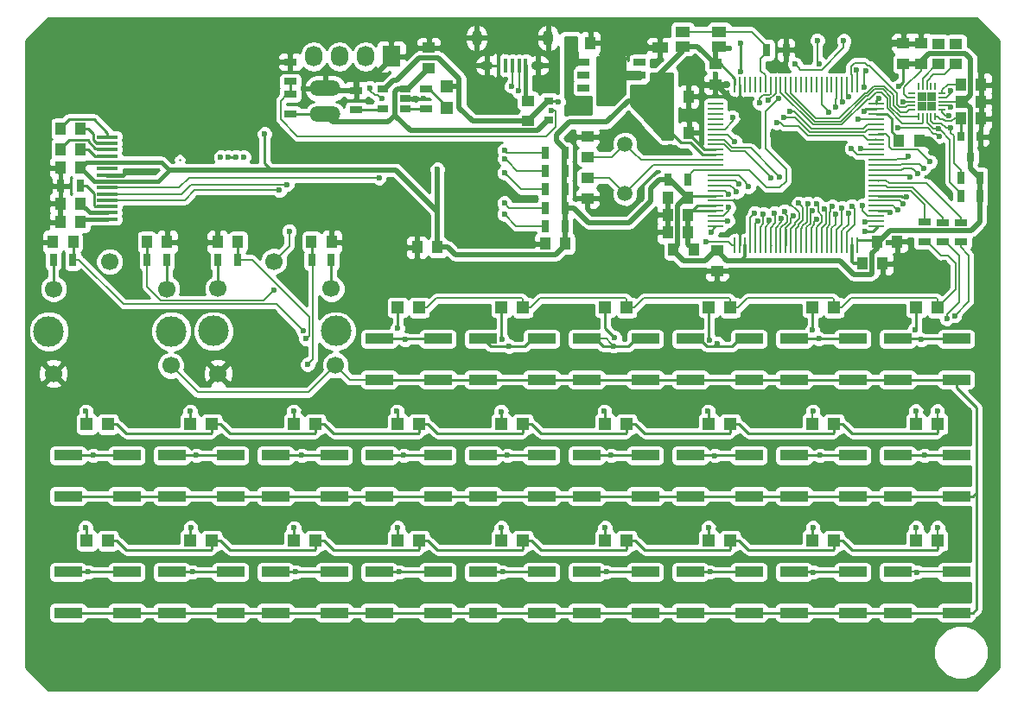
<source format=gtl>
G04 #@! TF.FileFunction,Copper,L1,Top,Signal*
%FSLAX46Y46*%
G04 Gerber Fmt 4.6, Leading zero omitted, Abs format (unit mm)*
G04 Created by KiCad (PCBNEW 4.0.6-e0-6349~52~ubuntu16.10.1) date Mon May  8 18:25:15 2017*
%MOMM*%
%LPD*%
G01*
G04 APERTURE LIST*
%ADD10C,0.100000*%
%ADD11R,1.000000X1.250000*%
%ADD12R,1.500000X0.280000*%
%ADD13R,0.280000X1.500000*%
%ADD14O,3.014980X1.506220*%
%ADD15R,1.198880X1.198880*%
%ADD16R,2.750000X1.000000*%
%ADD17R,1.300000X0.700000*%
%ADD18R,1.060000X0.650000*%
%ADD19R,0.400000X1.350000*%
%ADD20O,1.250000X0.950000*%
%ADD21O,1.000000X1.550000*%
%ADD22R,1.250000X1.000000*%
%ADD23R,1.600000X1.000000*%
%ADD24R,0.900000X0.800000*%
%ADD25O,0.750000X0.200000*%
%ADD26O,0.200000X0.750000*%
%ADD27R,0.925000X0.925000*%
%ADD28R,0.700000X1.300000*%
%ADD29C,1.501140*%
%ADD30R,1.400000X1.050000*%
%ADD31R,1.200000X0.700000*%
%ADD32R,2.400000X3.200000*%
%ADD33R,1.727200X2.032000*%
%ADD34O,1.727200X2.032000*%
%ADD35R,0.800000X0.900000*%
%ADD36C,1.700000*%
%ADD37C,3.000000*%
%ADD38R,2.000000X0.320000*%
%ADD39C,0.600000*%
%ADD40C,0.250000*%
%ADD41C,0.160000*%
%ADD42C,0.400000*%
%ADD43C,0.600000*%
%ADD44C,0.200000*%
%ADD45C,0.500000*%
%ADD46C,0.700000*%
%ADD47C,0.300000*%
%ADD48C,0.254000*%
G04 APERTURE END LIST*
D10*
D11*
X133924800Y-80746600D03*
X135924800Y-80746600D03*
D12*
X148183000Y-86710000D03*
X148183000Y-87210000D03*
X148183000Y-87710000D03*
X148183000Y-88210000D03*
X148183000Y-88710000D03*
X148183000Y-89210000D03*
X148183000Y-89710000D03*
X148183000Y-90210000D03*
X148183000Y-90710000D03*
X148183000Y-91210000D03*
X148183000Y-91710000D03*
X148183000Y-92210000D03*
X148183000Y-92710000D03*
X148183000Y-93210000D03*
X148183000Y-93710000D03*
X148183000Y-94210000D03*
X148183000Y-94710000D03*
X148183000Y-95210000D03*
X148183000Y-95710000D03*
X148183000Y-96210000D03*
X148183000Y-96710000D03*
X148183000Y-97210000D03*
X148183000Y-97710000D03*
X148183000Y-98210000D03*
X148183000Y-98710000D03*
D13*
X150083000Y-100610000D03*
X150583000Y-100610000D03*
X151083000Y-100610000D03*
X151583000Y-100610000D03*
X152083000Y-100610000D03*
X152583000Y-100610000D03*
X153083000Y-100610000D03*
X153583000Y-100610000D03*
X154083000Y-100610000D03*
X154583000Y-100610000D03*
X155083000Y-100610000D03*
X155583000Y-100610000D03*
X156083000Y-100610000D03*
X156583000Y-100610000D03*
X157083000Y-100610000D03*
X157583000Y-100610000D03*
X158083000Y-100610000D03*
X158583000Y-100610000D03*
X159083000Y-100610000D03*
X159583000Y-100610000D03*
X160083000Y-100610000D03*
X160583000Y-100610000D03*
X161083000Y-100610000D03*
X161583000Y-100610000D03*
X162083000Y-100610000D03*
D12*
X163983000Y-98710000D03*
X163983000Y-98210000D03*
X163983000Y-97710000D03*
X163983000Y-97210000D03*
X163983000Y-96710000D03*
X163983000Y-96210000D03*
X163983000Y-95710000D03*
X163983000Y-95210000D03*
X163983000Y-94710000D03*
X163983000Y-94210000D03*
X163983000Y-93710000D03*
X163983000Y-93210000D03*
X163983000Y-92710000D03*
X163983000Y-92210000D03*
X163983000Y-91710000D03*
X163983000Y-91210000D03*
X163983000Y-90710000D03*
X163983000Y-90210000D03*
X163983000Y-89710000D03*
X163983000Y-89210000D03*
X163983000Y-88710000D03*
X163983000Y-88210000D03*
X163983000Y-87710000D03*
X163983000Y-87210000D03*
X163983000Y-86710000D03*
D13*
X162083000Y-84810000D03*
X161583000Y-84810000D03*
X161083000Y-84810000D03*
X160583000Y-84810000D03*
X160083000Y-84810000D03*
X159583000Y-84810000D03*
X159083000Y-84810000D03*
X158583000Y-84810000D03*
X158083000Y-84810000D03*
X157583000Y-84810000D03*
X157083000Y-84810000D03*
X156583000Y-84810000D03*
X156083000Y-84810000D03*
X155583000Y-84810000D03*
X155083000Y-84810000D03*
X154583000Y-84810000D03*
X154083000Y-84810000D03*
X153583000Y-84810000D03*
X153083000Y-84810000D03*
X152583000Y-84810000D03*
X152083000Y-84810000D03*
X151583000Y-84810000D03*
X151083000Y-84810000D03*
X150583000Y-84810000D03*
X150083000Y-84810000D03*
D11*
X85985200Y-96500000D03*
X83985200Y-96500000D03*
X86001200Y-98298000D03*
X84001200Y-98298000D03*
D14*
X109949200Y-87720000D03*
X109949200Y-85180000D03*
D15*
X159799020Y-106680000D03*
X157700980Y-106680000D03*
D16*
X115235000Y-121190000D03*
X120985000Y-121190000D03*
X120985000Y-125190000D03*
X115235000Y-125190000D03*
D11*
X172228000Y-84836000D03*
X174228000Y-84836000D03*
D16*
X84755000Y-121190000D03*
X90505000Y-121190000D03*
X90505000Y-125190000D03*
X84755000Y-125190000D03*
D15*
X169959020Y-106680000D03*
X167860980Y-106680000D03*
D16*
X145715000Y-121190000D03*
X151465000Y-121190000D03*
X151465000Y-125190000D03*
X145715000Y-125190000D03*
D17*
X119837200Y-87157600D03*
X119837200Y-85257600D03*
D16*
X155875000Y-121190000D03*
X161625000Y-121190000D03*
X161625000Y-125190000D03*
X155875000Y-125190000D03*
X94915000Y-121190000D03*
X100665000Y-121190000D03*
X100665000Y-125190000D03*
X94915000Y-125190000D03*
X105075000Y-121190000D03*
X110825000Y-121190000D03*
X110825000Y-125190000D03*
X105075000Y-125190000D03*
X125395000Y-121190000D03*
X131145000Y-121190000D03*
X131145000Y-125190000D03*
X125395000Y-125190000D03*
X135555000Y-121190000D03*
X141305000Y-121190000D03*
X141305000Y-125190000D03*
X135555000Y-125190000D03*
X84755000Y-132620000D03*
X90505000Y-132620000D03*
X90505000Y-136620000D03*
X84755000Y-136620000D03*
X94915000Y-132620000D03*
X100665000Y-132620000D03*
X100665000Y-136620000D03*
X94915000Y-136620000D03*
X105075000Y-132620000D03*
X110825000Y-132620000D03*
X110825000Y-136620000D03*
X105075000Y-136620000D03*
X115235000Y-132620000D03*
X120985000Y-132620000D03*
X120985000Y-136620000D03*
X115235000Y-136620000D03*
X125395000Y-132620000D03*
X131145000Y-132620000D03*
X131145000Y-136620000D03*
X125395000Y-136620000D03*
X135555000Y-132620000D03*
X141305000Y-132620000D03*
X141305000Y-136620000D03*
X135555000Y-136620000D03*
X145715000Y-132620000D03*
X151465000Y-132620000D03*
X151465000Y-136620000D03*
X145715000Y-136620000D03*
X155875000Y-132620000D03*
X161625000Y-132620000D03*
X161625000Y-136620000D03*
X155875000Y-136620000D03*
X166035000Y-121190000D03*
X171785000Y-121190000D03*
X171785000Y-125190000D03*
X166035000Y-125190000D03*
X166035000Y-132620000D03*
X171785000Y-132620000D03*
X171785000Y-136620000D03*
X166035000Y-136620000D03*
X166035000Y-109760000D03*
X171785000Y-109760000D03*
X171785000Y-113760000D03*
X166035000Y-113760000D03*
X115235000Y-109760000D03*
X120985000Y-109760000D03*
X120985000Y-113760000D03*
X115235000Y-113760000D03*
X125395000Y-109760000D03*
X131145000Y-109760000D03*
X131145000Y-113760000D03*
X125395000Y-113760000D03*
X135555000Y-109760000D03*
X141305000Y-109760000D03*
X141305000Y-113760000D03*
X135555000Y-113760000D03*
X145715000Y-109760000D03*
X151465000Y-109760000D03*
X151465000Y-113760000D03*
X145715000Y-113760000D03*
X155875000Y-109760000D03*
X161625000Y-109760000D03*
X161625000Y-113760000D03*
X155875000Y-113760000D03*
D15*
X88679020Y-129540000D03*
X86580980Y-129540000D03*
X98839020Y-129540000D03*
X96740980Y-129540000D03*
X108999020Y-129540000D03*
X106900980Y-129540000D03*
X119159020Y-129540000D03*
X117060980Y-129540000D03*
X129319020Y-129540000D03*
X127220980Y-129540000D03*
X139479020Y-129540000D03*
X137380980Y-129540000D03*
X149639020Y-129540000D03*
X147540980Y-129540000D03*
X159799020Y-129540000D03*
X157700980Y-129540000D03*
X169959020Y-129540000D03*
X167860980Y-129540000D03*
X88679020Y-118110000D03*
X86580980Y-118110000D03*
X98839020Y-118110000D03*
X96740980Y-118110000D03*
X108999020Y-118110000D03*
X106900980Y-118110000D03*
X119159020Y-118110000D03*
X117060980Y-118110000D03*
X129319020Y-118110000D03*
X127220980Y-118110000D03*
X139479020Y-118110000D03*
X137380980Y-118110000D03*
X149639020Y-118110000D03*
X147540980Y-118110000D03*
X159799020Y-118110000D03*
X157700980Y-118110000D03*
X169959020Y-118110000D03*
X167860980Y-118110000D03*
X119159020Y-106680000D03*
X117060980Y-106680000D03*
X129319020Y-106680000D03*
X127220980Y-106680000D03*
X139479020Y-106680000D03*
X137380980Y-106680000D03*
X149639020Y-106680000D03*
X147540980Y-106680000D03*
D18*
X117762200Y-87157600D03*
X117762200Y-86207600D03*
X117762200Y-85257600D03*
X115562200Y-85257600D03*
X115562200Y-87157600D03*
D19*
X129588680Y-82944140D03*
X128938680Y-82944140D03*
X128288680Y-82944140D03*
X127638680Y-82944140D03*
X126988680Y-82944140D03*
D20*
X130788680Y-82944140D03*
X125788680Y-82944140D03*
D21*
X131788680Y-80244140D03*
X124788680Y-80244140D03*
D22*
X120100000Y-83200000D03*
X120100000Y-81200000D03*
D23*
X142748000Y-84227800D03*
X142748000Y-81227800D03*
D17*
X112979200Y-85384600D03*
X112979200Y-87284600D03*
D24*
X131842000Y-86426000D03*
X131842000Y-88326000D03*
X133842000Y-87376000D03*
D11*
X162576000Y-102362000D03*
X164576000Y-102362000D03*
X166182800Y-90297000D03*
X168182800Y-90297000D03*
X172228000Y-86487000D03*
X174228000Y-86487000D03*
D22*
X168325800Y-82788000D03*
X168325800Y-80788000D03*
D11*
X172228000Y-88138000D03*
X174228000Y-88138000D03*
D22*
X170027600Y-80813400D03*
X170027600Y-82813400D03*
X171754800Y-80813400D03*
X171754800Y-82813400D03*
D25*
X170410000Y-87287000D03*
X170410000Y-86887000D03*
X170410000Y-86487000D03*
X170410000Y-86087000D03*
X170410000Y-85687000D03*
D26*
X169710000Y-84987000D03*
X169310000Y-84987000D03*
X168910000Y-84987000D03*
X168510000Y-84987000D03*
X168110000Y-84987000D03*
D25*
X167410000Y-85687000D03*
X167410000Y-86087000D03*
X167410000Y-86487000D03*
X167410000Y-86887000D03*
X167410000Y-87287000D03*
D26*
X168110000Y-87987000D03*
X168510000Y-87987000D03*
X168910000Y-87987000D03*
X169310000Y-87987000D03*
X169710000Y-87987000D03*
D27*
X168447500Y-86024500D03*
X168447500Y-86949500D03*
X169372500Y-86024500D03*
X169372500Y-86949500D03*
D15*
X121869200Y-85031580D03*
X121869200Y-87129620D03*
D22*
X135636000Y-89932000D03*
X135636000Y-91932000D03*
X135636000Y-95996000D03*
X135636000Y-93996000D03*
D11*
X143500600Y-97600000D03*
X145500600Y-97600000D03*
X143500000Y-99300000D03*
X145500000Y-99300000D03*
X145567400Y-86000000D03*
X143567400Y-86000000D03*
X145576800Y-89560400D03*
X143576800Y-89560400D03*
X143500000Y-95900000D03*
X145500000Y-95900000D03*
D22*
X148336000Y-103108000D03*
X148336000Y-101108000D03*
D11*
X166000000Y-100203000D03*
X164000000Y-100203000D03*
D22*
X166598600Y-80788000D03*
X166598600Y-82788000D03*
X148158200Y-84794600D03*
X148158200Y-82794600D03*
D11*
X144050000Y-101000000D03*
X146050000Y-101000000D03*
D28*
X174101800Y-95758000D03*
X172201800Y-95758000D03*
X174101800Y-93980000D03*
X172201800Y-93980000D03*
X153217840Y-81422240D03*
X155117840Y-81422240D03*
X145450000Y-94150000D03*
X143550000Y-94150000D03*
D17*
X172212000Y-98338600D03*
X172212000Y-100238600D03*
X170434000Y-98338600D03*
X170434000Y-100238600D03*
X168656000Y-98323400D03*
X168656000Y-100223400D03*
D22*
X129800000Y-88400000D03*
X129800000Y-86400000D03*
D28*
X133450000Y-95100000D03*
X131550000Y-95100000D03*
X133450000Y-93300000D03*
X131550000Y-93300000D03*
X133449100Y-91500000D03*
X131549100Y-91500000D03*
X133450000Y-98700000D03*
X131550000Y-98700000D03*
X133450000Y-96900000D03*
X131550000Y-96900000D03*
D11*
X133502400Y-100429060D03*
X131502400Y-100429060D03*
X120954040Y-100784660D03*
X118954040Y-100784660D03*
X86001200Y-92964000D03*
X84001200Y-92964000D03*
X84001200Y-89154000D03*
X86001200Y-89154000D03*
X84001200Y-91186000D03*
X86001200Y-91186000D03*
D28*
X85951200Y-94742000D03*
X84051200Y-94742000D03*
D11*
X85251800Y-100253800D03*
X83251800Y-100253800D03*
X92472000Y-100253800D03*
X94472000Y-100253800D03*
X101406200Y-100253800D03*
X99406200Y-100253800D03*
X108601000Y-100253800D03*
X110601000Y-100253800D03*
D28*
X83314500Y-101981000D03*
X85214500Y-101981000D03*
X92522000Y-101981000D03*
X94422000Y-101981000D03*
X99443500Y-101981000D03*
X101343500Y-101981000D03*
X108651000Y-101981000D03*
X110551000Y-101981000D03*
D29*
X139319000Y-90650060D03*
X139319000Y-95531940D03*
D30*
X144964600Y-81079000D03*
X148564600Y-81079000D03*
X144964600Y-79629000D03*
X148564600Y-79629000D03*
D31*
X140748200Y-86405800D03*
X140748200Y-85135800D03*
X140748200Y-83865800D03*
X140748200Y-82595800D03*
X135248200Y-86405800D03*
X135248200Y-85135800D03*
X135248200Y-83865800D03*
X135248200Y-82595800D03*
D32*
X137998200Y-84505800D03*
D33*
X116431800Y-82062000D03*
D34*
X113891800Y-82062000D03*
X111351800Y-82062000D03*
X108811800Y-82062000D03*
D17*
X106527600Y-85765600D03*
X106527600Y-87665600D03*
X106527600Y-82605800D03*
X106527600Y-84505800D03*
D35*
X174117000Y-89941400D03*
X172217000Y-89941400D03*
X173167000Y-91941400D03*
D36*
X104950000Y-102150000D03*
X110950000Y-112350000D03*
X99450000Y-113150000D03*
X110550000Y-104850000D03*
X99450000Y-104850000D03*
D37*
X99000000Y-109000000D03*
X111000000Y-109000000D03*
D36*
X88824600Y-102166800D03*
X94824600Y-112366800D03*
X83324600Y-113166800D03*
X94424600Y-104866800D03*
X83324600Y-104866800D03*
D37*
X82874600Y-109016800D03*
X94874600Y-109016800D03*
D38*
X88633300Y-89959800D03*
X88633300Y-90579800D03*
X88633300Y-91199800D03*
X88633300Y-91819800D03*
X88633300Y-92439800D03*
X88633300Y-93059800D03*
X88633300Y-93679800D03*
X88633300Y-94299800D03*
X88633300Y-94919800D03*
X88633300Y-95539800D03*
X88633300Y-96159800D03*
X88633300Y-96779800D03*
X88633300Y-97399800D03*
X88633300Y-98019800D03*
D39*
X99711600Y-91952800D03*
X100448200Y-91952800D03*
X101210200Y-91927400D03*
X101972200Y-91927400D03*
X151444286Y-94809746D03*
X86487000Y-128244600D03*
X86512398Y-116865400D03*
X150266398Y-95326200D03*
X96774000Y-128270000D03*
X96723200Y-116865400D03*
X152033041Y-97410406D03*
X106883204Y-128295400D03*
X106857800Y-116865400D03*
X154966950Y-97253224D03*
X117043202Y-128270000D03*
X117030500Y-108712000D03*
X116992400Y-116865400D03*
X157712888Y-97219474D03*
X127203200Y-128269998D03*
X127177800Y-116890800D03*
X127270012Y-109829598D03*
X167971079Y-93517531D03*
X168360047Y-109830664D03*
X158357660Y-82768160D03*
X162966511Y-83506690D03*
X158178500Y-80492600D03*
X162723012Y-85054631D03*
X162204400Y-88239600D03*
X168580658Y-92999427D03*
X168681400Y-121183400D03*
X166612877Y-96545420D03*
X158419800Y-121183400D03*
X169200000Y-92400000D03*
X167944800Y-132638800D03*
X166935694Y-95813431D03*
X157784800Y-132638800D03*
X148117390Y-121208800D03*
X162813157Y-98298442D03*
X137982790Y-121183400D03*
X160587074Y-96908075D03*
X162814000Y-99237800D03*
X147650200Y-132613400D03*
X137490200Y-132613400D03*
X161219414Y-97463389D03*
X158127612Y-96535352D03*
X127822790Y-121183400D03*
X171200000Y-89103810D03*
X106188600Y-94619800D03*
X153388771Y-86380011D03*
X149441078Y-95566815D03*
X86741000Y-132613400D03*
X156337000Y-96469202D03*
X117637390Y-121183400D03*
X114325400Y-85140800D03*
X105477400Y-95178600D03*
X115500000Y-86200000D03*
X170069827Y-89142646D03*
X152509444Y-86620022D03*
X158872900Y-96999686D03*
X127330200Y-132613400D03*
X153986500Y-97421145D03*
X107670600Y-121183400D03*
X157231719Y-96491594D03*
X117246400Y-132613400D03*
X154633075Y-97980235D03*
X107061000Y-132613400D03*
X147767496Y-99308747D03*
X97342790Y-121183400D03*
X147269200Y-100279200D03*
X96970600Y-132620000D03*
X150448714Y-94541728D03*
X87208190Y-121183400D03*
X92534740Y-93489780D03*
X91785440Y-93489780D03*
X91038680Y-93477080D03*
X90355420Y-93469460D03*
X111150400Y-91897200D03*
X111836200Y-91897200D03*
X112522000Y-91897200D03*
X113182400Y-91897200D03*
X127406400Y-95148400D03*
X126695200Y-95173800D03*
X126009400Y-95199200D03*
X125323600Y-95199200D03*
X154423200Y-79811600D03*
X143775000Y-90950000D03*
X139000000Y-102150000D03*
X139700000Y-102150000D03*
X140400000Y-102150000D03*
X141100000Y-102150000D03*
X170600000Y-104400000D03*
X170600000Y-103700000D03*
X170600000Y-103000000D03*
X170600000Y-102300000D03*
X154000000Y-83500000D03*
X154700000Y-83500000D03*
X154000000Y-82900000D03*
X154700000Y-82900000D03*
X151700000Y-89900000D03*
X151100000Y-89400000D03*
X155100000Y-90300000D03*
X153800000Y-89700000D03*
X153900000Y-90400000D03*
X162200000Y-95400000D03*
X162200000Y-94700000D03*
X162200000Y-94000000D03*
X162200000Y-93300000D03*
X111000000Y-95300000D03*
X111700000Y-95300000D03*
X112400000Y-95300000D03*
X113100000Y-95300000D03*
X139100000Y-82900000D03*
X138300000Y-82900000D03*
X137600000Y-82900000D03*
X136900000Y-82900000D03*
X145576800Y-89560400D03*
X168325800Y-80788000D03*
X166598600Y-80788000D03*
X174228000Y-88138000D03*
X174228000Y-86487000D03*
X174228000Y-84836000D03*
X145796000Y-83896200D03*
X145796000Y-83185000D03*
X146481800Y-83185000D03*
X146481800Y-83870800D03*
X159131000Y-90855800D03*
X159816800Y-90855800D03*
X159816800Y-91516200D03*
X159131000Y-91516200D03*
X147015200Y-84785200D03*
X149326600Y-84785200D03*
X140589000Y-80187800D03*
X175285400Y-94030800D03*
X175285400Y-95631000D03*
X148158200Y-83820000D03*
X151917400Y-89230200D03*
X150985136Y-96799400D03*
X152069800Y-96139000D03*
X150622000Y-98983800D03*
X151371298Y-88709500D03*
X154432000Y-89916000D03*
X170434000Y-92964000D03*
X170434000Y-92964000D03*
X170434000Y-92202000D03*
X174193200Y-81330800D03*
X162756282Y-87419202D03*
X165099445Y-100354232D03*
X126230380Y-80238600D03*
X130345180Y-80264000D03*
X154940000Y-96012000D03*
X165354000Y-80772000D03*
X119583200Y-86207600D03*
X118821200Y-86207600D03*
X168182800Y-90297000D03*
X168447500Y-86949500D03*
X169372500Y-86949500D03*
X169372500Y-86024500D03*
X168447500Y-86024500D03*
X155792855Y-97685428D03*
X117779802Y-109829600D03*
X158072898Y-98000482D03*
X127965200Y-110464600D03*
X159991161Y-97494167D03*
X138205340Y-110444413D03*
X148361400Y-110209594D03*
X162562618Y-96702684D03*
X166064939Y-97128328D03*
X158318200Y-109753400D03*
X154203404Y-88544400D03*
X132800000Y-86500000D03*
X120938600Y-93143600D03*
X104013002Y-89662000D03*
X149592122Y-81274640D03*
X166165333Y-84986721D03*
X164182085Y-86179348D03*
X150626712Y-80766641D03*
X162033741Y-83348170D03*
X150688464Y-83559988D03*
X154922404Y-88065393D03*
X128879829Y-85440626D03*
X155436999Y-87452848D03*
X128197627Y-84966116D03*
X159637273Y-96763565D03*
X137363200Y-128270000D03*
X137312400Y-116865400D03*
X138301388Y-109650188D03*
X161558472Y-96738780D03*
X147497800Y-128270000D03*
X147472400Y-116865400D03*
X147590012Y-109849583D03*
X165292712Y-97337339D03*
X157734000Y-116865400D03*
X157734000Y-128270000D03*
X157683200Y-108889800D03*
X167208200Y-93878400D03*
X167718087Y-108866180D03*
X167843200Y-128270000D03*
X167817800Y-116839998D03*
X166574534Y-86484208D03*
X167081200Y-91871800D03*
X149485130Y-96891179D03*
X171616684Y-107496172D03*
X169951400Y-128270000D03*
X169926000Y-116840002D03*
X170865800Y-107772200D03*
X161517768Y-91108972D03*
X127508000Y-96443600D03*
X162409906Y-91100733D03*
X127508000Y-97543600D03*
X127500000Y-91300000D03*
X161263612Y-86026724D03*
X127546799Y-92098642D03*
X160609185Y-86533644D03*
X159961477Y-87031870D03*
X159317021Y-87528400D03*
X127508000Y-93472000D03*
X170002200Y-80797400D03*
X171754800Y-80797400D03*
X171227988Y-87067010D03*
X171227998Y-85415481D03*
X170088602Y-89916092D03*
X171069000Y-87842190D03*
X166100000Y-89100000D03*
X115239806Y-93952464D03*
X150088598Y-90424000D03*
X154450900Y-93848069D03*
X104935221Y-104999845D03*
X149377400Y-98170994D03*
X152313052Y-98196187D03*
X107829978Y-108991400D03*
X106426000Y-99185719D03*
X153658233Y-93956227D03*
X153473063Y-98108965D03*
X108229400Y-112268000D03*
X152854807Y-97508104D03*
X108072869Y-109753648D03*
X156000000Y-82832550D03*
X154377342Y-86211699D03*
X160769300Y-80519491D03*
X149885400Y-88036400D03*
X132100000Y-87375000D03*
D40*
X101210200Y-91927400D02*
X100473600Y-91927400D01*
X100473600Y-91927400D02*
X100448200Y-91952800D01*
X95698000Y-92202000D02*
X95700000Y-92200000D01*
D41*
X151144287Y-94509747D02*
X151444286Y-94809746D01*
X148183000Y-93710000D02*
X150446140Y-93710000D01*
X151144287Y-94408147D02*
X151144287Y-94509747D01*
X150446140Y-93710000D02*
X151144287Y-94408147D01*
D40*
X86580980Y-128338580D02*
X86487000Y-128244600D01*
X86580980Y-129540000D02*
X86580980Y-128338580D01*
X86580980Y-116933982D02*
X86512398Y-116865400D01*
X86580980Y-118110000D02*
X86580980Y-116933982D01*
D41*
X165196400Y-94513400D02*
X164893000Y-94210000D01*
X164893000Y-94210000D02*
X163983000Y-94210000D01*
X168896800Y-94513400D02*
X165196400Y-94513400D01*
X172212000Y-98338600D02*
X172212000Y-97828600D01*
X172212000Y-97828600D02*
X168896800Y-94513400D01*
D40*
X164113380Y-94213380D02*
X164110000Y-94210000D01*
D41*
X164883868Y-94710000D02*
X163983000Y-94710000D01*
X170434000Y-98338600D02*
X170434000Y-97828600D01*
X170434000Y-97828600D02*
X167478811Y-94873411D01*
X165047278Y-94873410D02*
X164883868Y-94710000D01*
X167478811Y-94873411D02*
X165047278Y-94873410D01*
X164893000Y-95210000D02*
X163983000Y-95210000D01*
X168656000Y-98323400D02*
X168656000Y-96559732D01*
X168656000Y-96559732D02*
X167329689Y-95233421D01*
X164916421Y-95233421D02*
X164893000Y-95210000D01*
X167329689Y-95233421D02*
X164916421Y-95233421D01*
X148183000Y-94710000D02*
X149650198Y-94710000D01*
X149966399Y-95026201D02*
X150266398Y-95326200D01*
X149650198Y-94710000D02*
X149966399Y-95026201D01*
D40*
X96740980Y-128303020D02*
X96774000Y-128270000D01*
X96740980Y-129540000D02*
X96740980Y-128303020D01*
X96740980Y-116883180D02*
X96723200Y-116865400D01*
X96740980Y-118110000D02*
X96740980Y-116883180D01*
D41*
X151583000Y-100610000D02*
X151583000Y-97860447D01*
X151733042Y-97710405D02*
X152033041Y-97410406D01*
X151583000Y-97860447D02*
X151733042Y-97710405D01*
D40*
X106900980Y-128313176D02*
X106883204Y-128295400D01*
X106900980Y-129540000D02*
X106900980Y-128313176D01*
X106900980Y-116908580D02*
X106857800Y-116865400D01*
X106900980Y-118110000D02*
X106900980Y-116908580D01*
D41*
X154583000Y-98888714D02*
X155213077Y-98258637D01*
X155213077Y-98258637D02*
X155213077Y-97701833D01*
X155213077Y-97701833D02*
X154966950Y-97455706D01*
X154583000Y-100610000D02*
X154583000Y-98888714D01*
X154966950Y-97455706D02*
X154966950Y-97253224D01*
D40*
X117060980Y-129540000D02*
X117060980Y-128287778D01*
X117060980Y-128287778D02*
X117043202Y-128270000D01*
X117060980Y-116933980D02*
X116992400Y-116865400D01*
X117060980Y-108681520D02*
X117030500Y-108712000D01*
X117060980Y-118110000D02*
X117060980Y-116933980D01*
X117060980Y-106680000D02*
X117060980Y-108681520D01*
D41*
X157083000Y-100102000D02*
X157083000Y-98838965D01*
X157492887Y-97439474D02*
X157712888Y-97219474D01*
X157492888Y-98429075D02*
X157492887Y-97439474D01*
X157083000Y-98838965D02*
X157492888Y-98429075D01*
D40*
X127220980Y-129540000D02*
X127220980Y-128287778D01*
X127220980Y-128287778D02*
X127203200Y-128269998D01*
X127220980Y-116933980D02*
X127177800Y-116890800D01*
X127220980Y-109780566D02*
X127270012Y-109829598D01*
X127220980Y-118110000D02*
X127220980Y-116933980D01*
X127220980Y-106680000D02*
X127220980Y-109780566D01*
D41*
X164110000Y-93210000D02*
X166415413Y-93210000D01*
X166622873Y-93002540D02*
X167456088Y-93002540D01*
X166415413Y-93210000D02*
X166622873Y-93002540D01*
X167456088Y-93002540D02*
X167671080Y-93217532D01*
X167671080Y-93217532D02*
X167971079Y-93517531D01*
X167730664Y-109830664D02*
X167935783Y-109830664D01*
X166035000Y-109760000D02*
X167660000Y-109760000D01*
X167935783Y-109830664D02*
X168360047Y-109830664D01*
X167660000Y-109760000D02*
X167730664Y-109830664D01*
D40*
X171785000Y-109760000D02*
X166910000Y-109760000D01*
X166910000Y-109760000D02*
X166035000Y-109760000D01*
D41*
X158178500Y-80492600D02*
X158178500Y-82589000D01*
X158178500Y-82589000D02*
X158357660Y-82768160D01*
X162723012Y-83750189D02*
X162966511Y-83506690D01*
X162723012Y-85054631D02*
X162723012Y-83750189D01*
X163983000Y-88210000D02*
X162234000Y-88210000D01*
X162234000Y-88210000D02*
X162204400Y-88239600D01*
X166279002Y-92710000D02*
X166390220Y-92598782D01*
X164110000Y-92710000D02*
X166279002Y-92710000D01*
X168280659Y-92699428D02*
X168580658Y-92999427D01*
X168180013Y-92598782D02*
X168280659Y-92699428D01*
X166390220Y-92598782D02*
X168180013Y-92598782D01*
X168674800Y-121190000D02*
X168681400Y-121183400D01*
X166035000Y-121190000D02*
X168674800Y-121190000D01*
D40*
X171785000Y-121190000D02*
X166035000Y-121190000D01*
D41*
X166277457Y-96210000D02*
X166312878Y-96245421D01*
X164110000Y-96210000D02*
X166277457Y-96210000D01*
X166312878Y-96245421D02*
X166612877Y-96545420D01*
X157500000Y-121190000D02*
X157506600Y-121183400D01*
X155875000Y-121190000D02*
X157500000Y-121190000D01*
X157506600Y-121183400D02*
X158419800Y-121183400D01*
D40*
X161625000Y-121190000D02*
X155875000Y-121190000D01*
D41*
X168002001Y-91202001D02*
X168900001Y-92100001D01*
X165201600Y-90944802D02*
X165458799Y-91202001D01*
X165201600Y-89999736D02*
X165201600Y-90944802D01*
X165458799Y-91202001D02*
X168002001Y-91202001D01*
X164891863Y-89689999D02*
X165201600Y-89999736D01*
X164110000Y-89689999D02*
X164891863Y-89689999D01*
X168900001Y-92100001D02*
X169200000Y-92400000D01*
X167926000Y-132620000D02*
X167944800Y-132638800D01*
X167926000Y-132620000D02*
X166035000Y-132620000D01*
X171785000Y-132620000D02*
X166035000Y-132620000D01*
D40*
X164110000Y-95710000D02*
X166407999Y-95710000D01*
X166511430Y-95813431D02*
X166935694Y-95813431D01*
X166935694Y-95700306D02*
X166935694Y-95813431D01*
X166407999Y-95710000D02*
X166511430Y-95813431D01*
X166876387Y-95640999D02*
X166935694Y-95700306D01*
D41*
X157766000Y-132620000D02*
X157784800Y-132638800D01*
X155875000Y-132620000D02*
X157766000Y-132620000D01*
D40*
X161625000Y-132620000D02*
X155875000Y-132620000D01*
D41*
X148098590Y-121190000D02*
X148117390Y-121208800D01*
X145715000Y-121190000D02*
X148098590Y-121190000D01*
X162901599Y-98210000D02*
X162813157Y-98298442D01*
X164110000Y-98210000D02*
X162901599Y-98210000D01*
D40*
X151465000Y-121190000D02*
X145715000Y-121190000D01*
D41*
X137976190Y-121190000D02*
X137982790Y-121183400D01*
X135555000Y-121190000D02*
X137976190Y-121190000D01*
X160594413Y-98515622D02*
X160594413Y-97339678D01*
X160083000Y-99057936D02*
X160232184Y-98908752D01*
X160232184Y-98908752D02*
X160232184Y-98877851D01*
X160083000Y-100102000D02*
X160083000Y-99057936D01*
X160232184Y-98877851D02*
X160594413Y-98515622D01*
X160594413Y-97339678D02*
X160587074Y-97332339D01*
X160587074Y-97332339D02*
X160587074Y-96908075D01*
D40*
X141305000Y-121190000D02*
X135555000Y-121190000D01*
X163238264Y-99237800D02*
X162814000Y-99237800D01*
X163582200Y-99237800D02*
X163238264Y-99237800D01*
X164110000Y-98710000D02*
X163582200Y-99237800D01*
D41*
X147643600Y-132620000D02*
X147650200Y-132613400D01*
X145715000Y-132620000D02*
X147643600Y-132620000D01*
D40*
X151465000Y-132620000D02*
X145715000Y-132620000D01*
D41*
X137483600Y-132620000D02*
X137490200Y-132613400D01*
X135555000Y-132620000D02*
X137483600Y-132620000D01*
X160682195Y-99064251D02*
X161219414Y-98527032D01*
X161219414Y-98527032D02*
X161219414Y-97887653D01*
X160682195Y-99095152D02*
X160682195Y-99064251D01*
X160583000Y-100102000D02*
X160583000Y-99194347D01*
X161219414Y-97887653D02*
X161219414Y-97463389D01*
X160583000Y-99194347D02*
X160682195Y-99095152D01*
D40*
X141305000Y-132620000D02*
X135555000Y-132620000D01*
D41*
X158083000Y-100102000D02*
X158083000Y-98857224D01*
X158212908Y-98727316D02*
X158212908Y-98718876D01*
X158212908Y-98718876D02*
X158652900Y-98278884D01*
X158083000Y-98857224D02*
X158212908Y-98727316D01*
X158652900Y-98278884D02*
X158652900Y-97661544D01*
X158652900Y-97661544D02*
X158292890Y-97301534D01*
X158292890Y-97301534D02*
X158292890Y-96700630D01*
X158292890Y-96700630D02*
X158127612Y-96535352D01*
X127816190Y-121190000D02*
X127822790Y-121183400D01*
X125395000Y-121190000D02*
X127816190Y-121190000D01*
D40*
X131145000Y-121190000D02*
X125395000Y-121190000D01*
D41*
X95889398Y-95539800D02*
X89793300Y-95539800D01*
X89793300Y-95539800D02*
X88633300Y-95539800D01*
X96809398Y-94619800D02*
X95889398Y-95539800D01*
X106188600Y-94619800D02*
X96809398Y-94619800D01*
X171200000Y-89103810D02*
X171200000Y-89528074D01*
X171200000Y-89528074D02*
X171536999Y-89865073D01*
X171536999Y-92505199D02*
X172201800Y-93170000D01*
X171536999Y-89865073D02*
X171536999Y-92505199D01*
X172201800Y-93170000D02*
X172201800Y-93980000D01*
X171200000Y-89348000D02*
X171200000Y-89103810D01*
X169310000Y-87987000D02*
X169310000Y-88399415D01*
X170803014Y-89103810D02*
X171200000Y-89103810D01*
X169552595Y-88642010D02*
X169867405Y-88642010D01*
X169867405Y-88642010D02*
X169908797Y-88600618D01*
X169908797Y-88600618D02*
X170299822Y-88600618D01*
X170299822Y-88600618D02*
X170803014Y-89103810D01*
X169310000Y-88399415D02*
X169552595Y-88642010D01*
X154083000Y-85685782D02*
X154083000Y-84810000D01*
X153388771Y-86380011D02*
X154083000Y-85685782D01*
X154083000Y-84810000D02*
X154083000Y-84074097D01*
X148183000Y-95210000D02*
X149093000Y-95210000D01*
X149093000Y-95210000D02*
X149441078Y-95558078D01*
X149441078Y-95558078D02*
X149441078Y-95566815D01*
X86734400Y-132620000D02*
X86741000Y-132613400D01*
X84755000Y-132620000D02*
X86734400Y-132620000D01*
D40*
X90505000Y-132620000D02*
X84755000Y-132620000D01*
D41*
X156083000Y-100610000D02*
X156083000Y-98972678D01*
X156636999Y-96769201D02*
X156337000Y-96469202D01*
X156333110Y-98570593D02*
X156772868Y-98130835D01*
X156333110Y-98722568D02*
X156333110Y-98570593D01*
X156772868Y-98130835D02*
X156772868Y-96905070D01*
X156083000Y-98972678D02*
X156333110Y-98722568D01*
X156772868Y-96905070D02*
X156636999Y-96769201D01*
X117630790Y-121190000D02*
X117637390Y-121183400D01*
X115235000Y-121190000D02*
X117630790Y-121190000D01*
D40*
X120985000Y-121190000D02*
X115235000Y-121190000D01*
D41*
X105477400Y-95178600D02*
X97157820Y-95178600D01*
X97157820Y-95178600D02*
X96176620Y-96159800D01*
X96176620Y-96159800D02*
X88633300Y-96159800D01*
X114808199Y-85862601D02*
X114325400Y-85379802D01*
X114325400Y-85379802D02*
X114325400Y-85140800D01*
X171161800Y-90225600D02*
X171161800Y-94418000D01*
X171161800Y-94418000D02*
X172201800Y-95458000D01*
X172201800Y-95458000D02*
X172201800Y-95758000D01*
X170378845Y-89442645D02*
X171161800Y-90225600D01*
X170069827Y-89142646D02*
X170369826Y-89442645D01*
X170369826Y-89442645D02*
X170378845Y-89442645D01*
X115500000Y-86200000D02*
X115200001Y-85900001D01*
X115200001Y-85900001D02*
X115200001Y-85862601D01*
X115200001Y-85862601D02*
X114808199Y-85862601D01*
X169645563Y-89142646D02*
X170069827Y-89142646D01*
X168910000Y-87987000D02*
X168910000Y-88522000D01*
X170141848Y-89142646D02*
X170069827Y-89142646D01*
X168910000Y-88522000D02*
X169530646Y-89142646D01*
X169530646Y-89142646D02*
X169645563Y-89142646D01*
X152865201Y-85840001D02*
X152509444Y-86195758D01*
X153462999Y-85840001D02*
X152865201Y-85840001D01*
X153583000Y-85720000D02*
X153462999Y-85840001D01*
X153583000Y-84810000D02*
X153583000Y-85720000D01*
X152509444Y-86195758D02*
X152509444Y-86620022D01*
X158583000Y-98857916D02*
X159012911Y-98428005D01*
X158583000Y-100102000D02*
X158583000Y-98857916D01*
X159012911Y-97139697D02*
X158872900Y-96999686D01*
X159012911Y-98428005D02*
X159012911Y-97139697D01*
X127020000Y-132620000D02*
X127026600Y-132613400D01*
X125395000Y-132620000D02*
X127020000Y-132620000D01*
X127026600Y-132613400D02*
X127330200Y-132613400D01*
D40*
X131145000Y-132620000D02*
X125395000Y-132620000D01*
D41*
X154053065Y-98387367D02*
X154053065Y-97487710D01*
X153583000Y-100610000D02*
X153583000Y-98857432D01*
X153583000Y-98857432D02*
X154053065Y-98387367D01*
X154053065Y-97487710D02*
X153986500Y-97421145D01*
X105075000Y-121190000D02*
X107664000Y-121190000D01*
X107664000Y-121190000D02*
X107670600Y-121183400D01*
D40*
X110825000Y-121190000D02*
X105075000Y-121190000D01*
X153606500Y-100586500D02*
X153583000Y-100610000D01*
D41*
X156693121Y-98871689D02*
X156693121Y-98719714D01*
X156693121Y-98719714D02*
X157132878Y-98279955D01*
X157132878Y-96590435D02*
X157231719Y-96491594D01*
X156583000Y-98981810D02*
X156693121Y-98871689D01*
X157132878Y-98279955D02*
X157132878Y-96590435D01*
X156583000Y-100610000D02*
X156583000Y-98981810D01*
X115235000Y-132620000D02*
X117239800Y-132620000D01*
X117239800Y-132620000D02*
X117246400Y-132613400D01*
D40*
X120985000Y-132620000D02*
X115235000Y-132620000D01*
D41*
X154083000Y-98866564D02*
X154633075Y-98316489D01*
X154083000Y-100610000D02*
X154083000Y-98866564D01*
X154633075Y-98316489D02*
X154633075Y-97980235D01*
X107054400Y-132620000D02*
X107061000Y-132613400D01*
X105075000Y-132620000D02*
X107054400Y-132620000D01*
D40*
X110825000Y-132620000D02*
X105075000Y-132620000D01*
D41*
X148067495Y-99008748D02*
X147767496Y-99308747D01*
X148067495Y-98847295D02*
X148067495Y-99008748D01*
X148056600Y-98836400D02*
X148067495Y-98847295D01*
X94915000Y-121190000D02*
X97336190Y-121190000D01*
X97336190Y-121190000D02*
X97342790Y-121183400D01*
D40*
X148056600Y-98836400D02*
X148183000Y-98710000D01*
X100665000Y-121190000D02*
X94915000Y-121190000D01*
D41*
X149452200Y-100279200D02*
X147269200Y-100279200D01*
X149783000Y-100610000D02*
X149452200Y-100279200D01*
X150083000Y-100610000D02*
X149783000Y-100610000D01*
X94915000Y-132620000D02*
X96970600Y-132620000D01*
D40*
X100665000Y-132620000D02*
X94915000Y-132620000D01*
D41*
X148183000Y-94210000D02*
X150116986Y-94210000D01*
X150148715Y-94241729D02*
X150448714Y-94541728D01*
X150116986Y-94210000D02*
X150148715Y-94241729D01*
X84755000Y-121190000D02*
X87201590Y-121190000D01*
X87201590Y-121190000D02*
X87208190Y-121183400D01*
D40*
X90505000Y-121190000D02*
X84755000Y-121190000D01*
D42*
X91785440Y-93489780D02*
X92534740Y-93489780D01*
X91038680Y-93477080D02*
X91772740Y-93477080D01*
X91772740Y-93477080D02*
X91785440Y-93489780D01*
X88633300Y-93679800D02*
X90145080Y-93679800D01*
X90145080Y-93679800D02*
X90355420Y-93469460D01*
D43*
X114648400Y-83997800D02*
X113416000Y-83997800D01*
X113416000Y-83997800D02*
X112979200Y-84434600D01*
X112979200Y-84434600D02*
X112979200Y-85384600D01*
X116431800Y-82062000D02*
X116431800Y-82214400D01*
X116431800Y-82214400D02*
X114648400Y-83997800D01*
D40*
X112522000Y-91897200D02*
X111836200Y-91897200D01*
X125323600Y-95199200D02*
X122021600Y-91897200D01*
X122021600Y-91897200D02*
X113182400Y-91897200D01*
X126695200Y-95173800D02*
X127381000Y-95173800D01*
X127381000Y-95173800D02*
X127406400Y-95148400D01*
X125323600Y-95199200D02*
X126009400Y-95199200D01*
D44*
X143775000Y-90950000D02*
X142250000Y-90950000D01*
X135511000Y-95996000D02*
X135636000Y-95996000D01*
X141100000Y-102150000D02*
X142058000Y-103108000D01*
X142058000Y-103108000D02*
X148336000Y-103108000D01*
D45*
X112979200Y-85384600D02*
X110153800Y-85384600D01*
X110153800Y-85384600D02*
X109949200Y-85180000D01*
D40*
X139700000Y-102150000D02*
X139000000Y-102150000D01*
X141100000Y-102150000D02*
X140400000Y-102150000D01*
X170600000Y-103000000D02*
X170600000Y-103700000D01*
X164576000Y-102362000D02*
X170538000Y-102362000D01*
X170538000Y-102362000D02*
X170600000Y-102300000D01*
X154700000Y-82900000D02*
X154700000Y-83500000D01*
X155117840Y-81422240D02*
X155117840Y-82582160D01*
X155117840Y-82582160D02*
X154700000Y-83000000D01*
X151917400Y-89230200D02*
X151917400Y-89682600D01*
X151917400Y-89682600D02*
X151700000Y-89900000D01*
X154432000Y-89916000D02*
X154716000Y-89916000D01*
X154716000Y-89916000D02*
X155100000Y-90300000D01*
X154432000Y-89916000D02*
X154384000Y-89916000D01*
X154384000Y-89916000D02*
X153900000Y-90400000D01*
X162200000Y-94000000D02*
X162200000Y-94700000D01*
X159816800Y-92316800D02*
X160800000Y-93300000D01*
X160800000Y-93300000D02*
X162200000Y-93300000D01*
X159816800Y-91516200D02*
X159816800Y-92316800D01*
X159816800Y-91516200D02*
X159816800Y-92216800D01*
X109949200Y-84683600D02*
X109194820Y-84683600D01*
X111700000Y-95300000D02*
X111000000Y-95300000D01*
X113100000Y-95300000D02*
X112400000Y-95300000D01*
D45*
X137600000Y-82900000D02*
X138300000Y-82900000D01*
X137900000Y-85000000D02*
X137900000Y-83900000D01*
X137900000Y-83900000D02*
X136900000Y-82900000D01*
D44*
X146481800Y-83185000D02*
X145796000Y-83185000D01*
X147015200Y-84785200D02*
X147015200Y-84404200D01*
X147015200Y-84404200D02*
X146481800Y-83870800D01*
D40*
X148183000Y-91210000D02*
X147101400Y-91210000D01*
X147101400Y-91210000D02*
X145576800Y-89685400D01*
X145576800Y-89685400D02*
X145576800Y-89560400D01*
D45*
X154432000Y-89916000D02*
X154660600Y-89916000D01*
X159766000Y-91490800D02*
X159766000Y-90855800D01*
X159131000Y-91821000D02*
X159131000Y-91516200D01*
X154940000Y-96012000D02*
X159131000Y-91821000D01*
D43*
X148158200Y-84794600D02*
X147024600Y-84794600D01*
X147024600Y-84794600D02*
X147015200Y-84785200D01*
X148158200Y-84794600D02*
X149317200Y-84794600D01*
X149317200Y-84794600D02*
X149326600Y-84785200D01*
X140840000Y-81227800D02*
X142240000Y-81227800D01*
D45*
X142240000Y-81227800D02*
X141629000Y-81227800D01*
X141629000Y-81227800D02*
X140589000Y-80187800D01*
X175285400Y-95631000D02*
X175285400Y-94030800D01*
X148158200Y-84794600D02*
X148158200Y-83820000D01*
D40*
X150583000Y-84810000D02*
X150583000Y-87020400D01*
X150583000Y-87020400D02*
X150583000Y-87921202D01*
D45*
X148158200Y-84794600D02*
X148283200Y-84794600D01*
X148283200Y-84794600D02*
X150509000Y-87020400D01*
X150509000Y-87020400D02*
X150583000Y-87020400D01*
D40*
X124038680Y-80244140D02*
X124788680Y-80244140D01*
X151917400Y-90243420D02*
X151917400Y-89230200D01*
D41*
X151003000Y-88861900D02*
X151003000Y-87579200D01*
D43*
X151371298Y-88709500D02*
X151396700Y-88709500D01*
X151396700Y-88709500D02*
X151917400Y-89230200D01*
X152069800Y-96139000D02*
X151645536Y-96139000D01*
X151645536Y-96139000D02*
X150985136Y-96799400D01*
D44*
X150985136Y-96139000D02*
X152069800Y-96139000D01*
D43*
X154940000Y-96012000D02*
X152196800Y-96012000D01*
X152196800Y-96012000D02*
X152069800Y-96139000D01*
D40*
X150583000Y-100610000D02*
X150583000Y-99022800D01*
X150583000Y-99022800D02*
X150622000Y-98983800D01*
D44*
X155953099Y-98413188D02*
X156392857Y-97973430D01*
X155583000Y-100610000D02*
X155583000Y-98935262D01*
X155307430Y-96311999D02*
X155239999Y-96311999D01*
X155953099Y-98565163D02*
X155953099Y-98413188D01*
X156392857Y-97973430D02*
X156392857Y-97397426D01*
X155239999Y-96311999D02*
X154940000Y-96012000D01*
X156392857Y-97397426D02*
X155307430Y-96311999D01*
X155583000Y-98935262D02*
X155953099Y-98565163D01*
D40*
X151071299Y-88409501D02*
X151371298Y-88709500D01*
X150583000Y-87921202D02*
X151071299Y-88409501D01*
D45*
X169164000Y-90170000D02*
X168309800Y-90170000D01*
X168309800Y-90170000D02*
X168182800Y-90297000D01*
D44*
X150985136Y-96139000D02*
X150914136Y-96210000D01*
X150914136Y-96210000D02*
X148183000Y-96210000D01*
D45*
X170434000Y-92202000D02*
X170434000Y-91440000D01*
X170434000Y-91440000D02*
X169164000Y-90170000D01*
X170434000Y-92202000D02*
X170434000Y-92964000D01*
X168182800Y-90297000D02*
X168529000Y-90297000D01*
X168529000Y-90297000D02*
X170434000Y-92202000D01*
D40*
X174193200Y-81330800D02*
X174193200Y-80162400D01*
D43*
X174228000Y-84836000D02*
X174228000Y-81365600D01*
X174228000Y-81365600D02*
X174193200Y-81330800D01*
D40*
X162965484Y-87210000D02*
X162756282Y-87419202D01*
X163983000Y-87210000D02*
X162965484Y-87210000D01*
D45*
X165848768Y-100354232D02*
X165523709Y-100354232D01*
X165523709Y-100354232D02*
X165099445Y-100354232D01*
X166000000Y-100203000D02*
X165848768Y-100354232D01*
X155117840Y-81422240D02*
X155117840Y-81940440D01*
D40*
X150583000Y-84810000D02*
X150583000Y-87159200D01*
X150583000Y-87159200D02*
X151003000Y-87579200D01*
D45*
X124788680Y-80244140D02*
X126224840Y-80244140D01*
X126224840Y-80244140D02*
X126230380Y-80238600D01*
X164576000Y-102362000D02*
X164576000Y-102650800D01*
D46*
X166598600Y-80788000D02*
X165370000Y-80788000D01*
X165370000Y-80788000D02*
X165354000Y-80772000D01*
D40*
X117762200Y-86207600D02*
X119583200Y-86207600D01*
X126988680Y-82944140D02*
X126988680Y-84146500D01*
X126988680Y-82944140D02*
X126988680Y-82143600D01*
X126988680Y-81918700D02*
X126988680Y-82143600D01*
X126988680Y-82944140D02*
X125788680Y-82944140D01*
X117762200Y-86207600D02*
X118821200Y-86207600D01*
D41*
X155083000Y-99542600D02*
X155083000Y-98897846D01*
X155573088Y-97905195D02*
X155792855Y-97685428D01*
X155083000Y-98897846D02*
X155573088Y-98407758D01*
X155573088Y-98407758D02*
X155573088Y-97905195D01*
X115235000Y-109760000D02*
X117710202Y-109760000D01*
X117710202Y-109760000D02*
X117779802Y-109829600D01*
D40*
X120985000Y-109760000D02*
X115235000Y-109760000D01*
X155083000Y-100610000D02*
X155083000Y-99542600D01*
X155083000Y-99542600D02*
X155083000Y-98980769D01*
D41*
X157583000Y-100102000D02*
X157583000Y-98848094D01*
X157852898Y-98578195D02*
X157852898Y-98220482D01*
X157583000Y-98848094D02*
X157852898Y-98578195D01*
X157852898Y-98220482D02*
X158072898Y-98000482D01*
X127020000Y-110510000D02*
X127065400Y-110464600D01*
X127065400Y-110464600D02*
X127540936Y-110464600D01*
X127540936Y-110464600D02*
X127965200Y-110464600D01*
D40*
X125395000Y-109760000D02*
X126145000Y-110510000D01*
X126145000Y-110510000D02*
X127020000Y-110510000D01*
X129520000Y-110510000D02*
X127020000Y-110510000D01*
X131145000Y-109760000D02*
X130270000Y-109760000D01*
X130270000Y-109760000D02*
X129520000Y-110510000D01*
D41*
X159583000Y-98921525D02*
X159991161Y-98513364D01*
X159991161Y-98513364D02*
X159991161Y-97918431D01*
X159583000Y-100102000D02*
X159583000Y-98921525D01*
X159991161Y-97918431D02*
X159991161Y-97494167D01*
X137905341Y-110144414D02*
X138205340Y-110444413D01*
X135555000Y-109760000D02*
X137520927Y-109760000D01*
X137520927Y-109760000D02*
X137905341Y-110144414D01*
D40*
X141305000Y-109760000D02*
X140430000Y-109760000D01*
X136430000Y-109760000D02*
X135555000Y-109760000D01*
X140430000Y-109760000D02*
X139680000Y-110510000D01*
X137180000Y-110510000D02*
X136430000Y-109760000D01*
X139680000Y-110510000D02*
X137180000Y-110510000D01*
D41*
X148061401Y-110509593D02*
X148361400Y-110209594D01*
X146590000Y-109760000D02*
X147339593Y-110509593D01*
X147339593Y-110509593D02*
X148061401Y-110509593D01*
D40*
X147340000Y-110510000D02*
X146590000Y-109760000D01*
X150590000Y-109760000D02*
X149840000Y-110510000D01*
D41*
X145715000Y-109760000D02*
X146590000Y-109760000D01*
D40*
X149840000Y-110510000D02*
X147340000Y-110510000D01*
X151465000Y-109760000D02*
X150590000Y-109760000D01*
D41*
X162562618Y-97126948D02*
X162562618Y-96702684D01*
X162562618Y-97162618D02*
X162562618Y-97126948D01*
X163110000Y-97710000D02*
X162562618Y-97162618D01*
X164110000Y-97710000D02*
X163110000Y-97710000D01*
X165764940Y-96828329D02*
X166064939Y-97128328D01*
X164110000Y-96710000D02*
X165646611Y-96710000D01*
X165646611Y-96710000D02*
X165764940Y-96828329D01*
X155875000Y-109760000D02*
X158311600Y-109760000D01*
X158311600Y-109760000D02*
X158318200Y-109753400D01*
D40*
X161625000Y-109760000D02*
X155875000Y-109760000D01*
X119837200Y-87157600D02*
X117762200Y-87157600D01*
X109949200Y-87720000D02*
X106582000Y-87720000D01*
X106582000Y-87720000D02*
X106527600Y-87665600D01*
D41*
X109244200Y-88425000D02*
X109949200Y-87720000D01*
D45*
X116782199Y-87842601D02*
X116148090Y-88476710D01*
X116148090Y-88476710D02*
X110705910Y-88476710D01*
X110705910Y-88476710D02*
X109949200Y-87720000D01*
X117762200Y-85257600D02*
X118042400Y-85257600D01*
X118042400Y-85257600D02*
X120100000Y-83200000D01*
X131842000Y-88326000D02*
X131792000Y-88326000D01*
X131792000Y-88326000D02*
X130767999Y-89350001D01*
X130767999Y-89350001D02*
X127860003Y-89350001D01*
X127860003Y-89350001D02*
X127860001Y-89349999D01*
X127860001Y-89349999D02*
X127139999Y-89349999D01*
X127139999Y-89349999D02*
X127139997Y-89350001D01*
X127139997Y-89350001D02*
X118289599Y-89350001D01*
X118289599Y-89350001D02*
X116782199Y-87842601D01*
X116782199Y-85522599D02*
X117047198Y-85257600D01*
X116782199Y-87842601D02*
X116782199Y-85522599D01*
X117047198Y-85257600D02*
X117762200Y-85257600D01*
D40*
X117662200Y-85157600D02*
X117762200Y-85257600D01*
X131882600Y-88366600D02*
X131842000Y-88326000D01*
D45*
X116952399Y-84412599D02*
X116612201Y-84412599D01*
X119170598Y-82194400D02*
X116952399Y-84412599D01*
X121040902Y-82194400D02*
X119170598Y-82194400D01*
X115767200Y-85257600D02*
X115562200Y-85257600D01*
X116612201Y-84412599D02*
X115767200Y-85257600D01*
X123088400Y-84241898D02*
X121040902Y-82194400D01*
D41*
X163983000Y-90210000D02*
X163073000Y-90210000D01*
X163073000Y-90210000D02*
X162702800Y-89839800D01*
X162702800Y-89839800D02*
X157276800Y-89839800D01*
X157276800Y-89839800D02*
X156337000Y-88900000D01*
X156337000Y-88900000D02*
X154863800Y-88900000D01*
X154863800Y-88900000D02*
X154508200Y-88544400D01*
X154508200Y-88544400D02*
X154203404Y-88544400D01*
X163903001Y-90130001D02*
X163983000Y-90210000D01*
D45*
X129800000Y-88400000D02*
X124391800Y-88400000D01*
X124391800Y-88400000D02*
X123088400Y-87096600D01*
X123088400Y-87096600D02*
X123088400Y-84241898D01*
D40*
X131842000Y-86426000D02*
X132726000Y-86426000D01*
X132726000Y-86426000D02*
X132800000Y-86500000D01*
D45*
X131842000Y-86426000D02*
X131774000Y-86426000D01*
X131774000Y-86426000D02*
X129800000Y-88400000D01*
X131792000Y-86426000D02*
X131842000Y-86426000D01*
D44*
X132030000Y-86614000D02*
X131842000Y-86426000D01*
D45*
X123088400Y-84241898D02*
X123088400Y-84911820D01*
X123088400Y-84911820D02*
X122968640Y-85031580D01*
X122968640Y-85031580D02*
X121869200Y-85031580D01*
D40*
X115435200Y-87284600D02*
X115562200Y-87157600D01*
X112979200Y-87284600D02*
X115435200Y-87284600D01*
D45*
X135248200Y-82595800D02*
X134148200Y-82595800D01*
X133924800Y-82372400D02*
X133924800Y-80746600D01*
X134148200Y-82595800D02*
X133924800Y-82372400D01*
X120954040Y-97309180D02*
X120954040Y-93159040D01*
X120954040Y-93159040D02*
X120938600Y-93143600D01*
X120954040Y-97309180D02*
X116847314Y-93202454D01*
X116847314Y-93202454D02*
X114366346Y-93202454D01*
X120954040Y-100784660D02*
X120954040Y-97309180D01*
X133502400Y-100429060D02*
X133502400Y-100554060D01*
X133502400Y-100554060D02*
X132552399Y-101504061D01*
X132552399Y-101504061D02*
X122673441Y-101504061D01*
X122673441Y-101504061D02*
X121954040Y-100784660D01*
X121954040Y-100784660D02*
X120954040Y-100784660D01*
X133450000Y-98700000D02*
X133450000Y-100376660D01*
X133450000Y-100376660D02*
X133502400Y-100429060D01*
D42*
X94662954Y-93202454D02*
X93900300Y-92439800D01*
X93900300Y-92439800D02*
X88633300Y-92439800D01*
X94662954Y-93202454D02*
X93565608Y-94299800D01*
X93565608Y-94299800D02*
X88633300Y-94299800D01*
D45*
X104700000Y-93202454D02*
X94662954Y-93202454D01*
D42*
X88633300Y-94299800D02*
X87337000Y-94299800D01*
X87337000Y-94299800D02*
X86001200Y-92964000D01*
X88633300Y-92439800D02*
X86525400Y-92439800D01*
X86525400Y-92439800D02*
X86001200Y-92964000D01*
D45*
X114366346Y-93202454D02*
X104700000Y-93202454D01*
D40*
X104013002Y-89662000D02*
X104013002Y-92515456D01*
X104013002Y-92515456D02*
X104700000Y-93202454D01*
D45*
X174101800Y-95758000D02*
X174101800Y-98258802D01*
X174101800Y-98258802D02*
X173222001Y-99138601D01*
X173222001Y-99138601D02*
X166870603Y-99138601D01*
X166870603Y-99138601D02*
X166860001Y-99127999D01*
X174101800Y-93980000D02*
X174101800Y-95758000D01*
X173167000Y-91941400D02*
X173167000Y-93045200D01*
X173167000Y-93045200D02*
X174101800Y-93980000D01*
X173178001Y-87152999D02*
X173178001Y-90980399D01*
X173178001Y-90980399D02*
X173167000Y-90991400D01*
X173167000Y-90991400D02*
X173167000Y-91941400D01*
X172512002Y-86487000D02*
X172228000Y-86487000D01*
X173178001Y-87152999D02*
X172512002Y-86487000D01*
X166860001Y-99127999D02*
X165265003Y-99127999D01*
X165265003Y-99127999D02*
X164190002Y-100203000D01*
X164190002Y-100203000D02*
X164000000Y-100203000D01*
X149167858Y-81274640D02*
X149592122Y-81274640D01*
X148564600Y-81079000D02*
X148760240Y-81274640D01*
X148760240Y-81274640D02*
X149167858Y-81274640D01*
X143550000Y-94150000D02*
X142700000Y-94150000D01*
X142700000Y-94150000D02*
X141825000Y-95025000D01*
X141825000Y-95025000D02*
X141825000Y-96300000D01*
X141825000Y-96300000D02*
X139750000Y-98375000D01*
X139750000Y-98375000D02*
X135775000Y-98375000D01*
X135775000Y-98375000D02*
X134300000Y-96900000D01*
X134300000Y-96900000D02*
X133450000Y-96900000D01*
X140748200Y-86405800D02*
X139648200Y-86405800D01*
X139648200Y-86405800D02*
X137554000Y-88500000D01*
X137554000Y-88500000D02*
X133850000Y-88500000D01*
X133850000Y-88500000D02*
X132599100Y-89750900D01*
X132599100Y-89750900D02*
X132599100Y-90350000D01*
X132599100Y-90350000D02*
X133449100Y-91200000D01*
X133449100Y-91200000D02*
X133449100Y-91500000D01*
X148336000Y-101108000D02*
X148211000Y-101108000D01*
X148211000Y-101108000D02*
X147194000Y-102125000D01*
X147194000Y-102125000D02*
X145050000Y-102125000D01*
X145050000Y-102125000D02*
X144050000Y-101125000D01*
X144050000Y-101125000D02*
X144050000Y-101000000D01*
X145500000Y-95900000D02*
X145265598Y-95900000D01*
X145265598Y-95900000D02*
X144450601Y-96714997D01*
X144450601Y-100599399D02*
X144050000Y-101000000D01*
X144450601Y-96714997D02*
X144450601Y-100599399D01*
X143550000Y-94150000D02*
X143750000Y-94150000D01*
X143750000Y-94150000D02*
X145500000Y-95900000D01*
D40*
X148183000Y-95710000D02*
X145690000Y-95710000D01*
X145690000Y-95710000D02*
X145500000Y-95900000D01*
X144816799Y-90510401D02*
X143866798Y-89560400D01*
X145701459Y-90510401D02*
X144816799Y-90510401D01*
X143866798Y-89560400D02*
X143576800Y-89560400D01*
X148183000Y-91710000D02*
X146901058Y-91710000D01*
X146901058Y-91710000D02*
X145701459Y-90510401D01*
D42*
X86239654Y-93202454D02*
X86001200Y-92964000D01*
D45*
X133450000Y-96900000D02*
X133450000Y-98700000D01*
X143567400Y-86000000D02*
X143567400Y-89551000D01*
X143567400Y-89551000D02*
X143576800Y-89560400D01*
X142240000Y-84227800D02*
X142240000Y-84672600D01*
X142240000Y-84672600D02*
X143567400Y-86000000D01*
D41*
X166997585Y-86087000D02*
X166674800Y-85764215D01*
X167410000Y-86087000D02*
X166997585Y-86087000D01*
X166674800Y-85764215D02*
X166674800Y-85099000D01*
X168325800Y-82788000D02*
X168325800Y-83448000D01*
X168325800Y-83448000D02*
X166674800Y-85099000D01*
X170410000Y-86487000D02*
X170945000Y-86487000D01*
X170945000Y-86487000D02*
X172228000Y-86487000D01*
D45*
X169092598Y-81813400D02*
X172689802Y-81813400D01*
X172689802Y-81813400D02*
X173178001Y-82301599D01*
X173178001Y-82301599D02*
X173178001Y-85821001D01*
X173178001Y-85821001D02*
X172512002Y-86487000D01*
X168325800Y-82788000D02*
X168325800Y-82580198D01*
X168325800Y-82580198D02*
X169092598Y-81813400D01*
X166598600Y-82788000D02*
X168325800Y-82788000D01*
D40*
X150083000Y-84810000D02*
X150083000Y-84200000D01*
X150083000Y-84200000D02*
X148677600Y-82794600D01*
X148677600Y-82794600D02*
X148158200Y-82794600D01*
D45*
X148158200Y-82794600D02*
X148158200Y-81485400D01*
X148158200Y-81485400D02*
X148564600Y-81079000D01*
X144964600Y-81079000D02*
X146442600Y-81079000D01*
X146442600Y-81079000D02*
X148158200Y-82794600D01*
X144964600Y-81079000D02*
X144964600Y-81503200D01*
X144964600Y-81503200D02*
X142240000Y-84227800D01*
D40*
X166598600Y-82788000D02*
X166598600Y-84553454D01*
X166598600Y-84553454D02*
X166465332Y-84686722D01*
X166465332Y-84686722D02*
X166165333Y-84986721D01*
D45*
X133360200Y-97104200D02*
X133360200Y-97404200D01*
X133360200Y-93599000D02*
X133360200Y-94488000D01*
X133360200Y-94488000D02*
X133360200Y-95351600D01*
X133360200Y-95351600D02*
X133360200Y-97104200D01*
X133360200Y-91846400D02*
X133360200Y-93599000D01*
D40*
X163983000Y-86320000D02*
X164123652Y-86179348D01*
X164123652Y-86179348D02*
X164182085Y-86179348D01*
X163983000Y-86710000D02*
X163983000Y-86320000D01*
D45*
X149880998Y-102108000D02*
X160386998Y-102108000D01*
X160386998Y-102108000D02*
X161715999Y-103437001D01*
X161715999Y-103437001D02*
X163436001Y-103437001D01*
X163436001Y-103437001D02*
X163526001Y-103347001D01*
X163526001Y-103347001D02*
X163526001Y-101376999D01*
X163526001Y-101376999D02*
X164000000Y-100903000D01*
X164000000Y-100903000D02*
X164000000Y-100000000D01*
D40*
X164000000Y-100000000D02*
X163898000Y-100102000D01*
X163898000Y-100102000D02*
X162083000Y-100102000D01*
D47*
X151083000Y-100610000D02*
X151083000Y-101660000D01*
X150635000Y-102108000D02*
X149880998Y-102108000D01*
X151083000Y-101660000D02*
X150635000Y-102108000D01*
D45*
X148336000Y-101108000D02*
X149336000Y-102108000D01*
X149336000Y-102108000D02*
X149880998Y-102108000D01*
X166598600Y-82580198D02*
X166598600Y-82788000D01*
D40*
X148183000Y-91710000D02*
X147587823Y-91710000D01*
X166598600Y-82788000D02*
X166473600Y-82788000D01*
X166598600Y-82390200D02*
X166598600Y-82788000D01*
X150688464Y-83559988D02*
X150688464Y-80828393D01*
X150688464Y-80828393D02*
X150626712Y-80766641D01*
D41*
X162083000Y-84810000D02*
X162083000Y-83397429D01*
X162083000Y-83397429D02*
X162033741Y-83348170D01*
X162819209Y-89479789D02*
X157425921Y-89479789D01*
X155346668Y-88065393D02*
X154922404Y-88065393D01*
X156011525Y-88065393D02*
X155346668Y-88065393D01*
X157425921Y-89479789D02*
X156011525Y-88065393D01*
X163983000Y-89210000D02*
X163088998Y-89210000D01*
X163088998Y-89210000D02*
X162819209Y-89479789D01*
X128938680Y-82944140D02*
X128938680Y-85381775D01*
X128938680Y-85381775D02*
X128879829Y-85440626D01*
X155861263Y-87452848D02*
X155436999Y-87452848D01*
X155908112Y-87452848D02*
X155861263Y-87452848D01*
X163073000Y-88710000D02*
X162663222Y-89119778D01*
X163983000Y-88710000D02*
X163073000Y-88710000D01*
X162663222Y-89119778D02*
X157575042Y-89119778D01*
X157575042Y-89119778D02*
X155908112Y-87452848D01*
X128288680Y-82944140D02*
X128288680Y-84875063D01*
X128288680Y-84875063D02*
X128197627Y-84966116D01*
X159372921Y-97358069D02*
X159452902Y-97278088D01*
X159083000Y-100102000D02*
X159083000Y-98867048D01*
X159083000Y-98867048D02*
X159372921Y-98577125D01*
X159452902Y-97278088D02*
X159452902Y-96947936D01*
X159452902Y-96947936D02*
X159637273Y-96763565D01*
X159372921Y-98577125D02*
X159372921Y-97358069D01*
D40*
X137380980Y-128287780D02*
X137363200Y-128270000D01*
X137380980Y-129540000D02*
X137380980Y-128287780D01*
X137380980Y-116933980D02*
X137312400Y-116865400D01*
X138001389Y-109350189D02*
X138301388Y-109650188D01*
X137380980Y-108729780D02*
X138001389Y-109350189D01*
X137380980Y-118110000D02*
X137380980Y-116933980D01*
X137380980Y-106680000D02*
X137380980Y-108729780D01*
D41*
X161083000Y-100102000D02*
X161083000Y-99299857D01*
X161858471Y-98524386D02*
X161858471Y-97038779D01*
X161858471Y-97038779D02*
X161558472Y-96738780D01*
X161083000Y-99299857D02*
X161858471Y-98524386D01*
D40*
X147540980Y-128313180D02*
X147497800Y-128270000D01*
X147540980Y-129540000D02*
X147540980Y-128313180D01*
X147540980Y-109800551D02*
X147590012Y-109849583D01*
X147540980Y-116933980D02*
X147472400Y-116865400D01*
X147540980Y-118110000D02*
X147540980Y-116933980D01*
X147540980Y-106680000D02*
X147540980Y-109800551D01*
X165290375Y-97335002D02*
X165292712Y-97337339D01*
X165211500Y-97335002D02*
X165290375Y-97335002D01*
X164110000Y-97210000D02*
X165165373Y-97210000D01*
X165165373Y-97210000D02*
X165292712Y-97337339D01*
D41*
X157700980Y-118110000D02*
X157700980Y-116898420D01*
X157700980Y-116898420D02*
X157734000Y-116865400D01*
D40*
X157700980Y-128303020D02*
X157734000Y-128270000D01*
X157700980Y-129540000D02*
X157700980Y-128303020D01*
X157700980Y-108872020D02*
X157683200Y-108889800D01*
X157700980Y-106680000D02*
X157700980Y-108872020D01*
D41*
X167039800Y-93710000D02*
X167208200Y-93878400D01*
X163983000Y-93710000D02*
X167039800Y-93710000D01*
D40*
X167860980Y-108723287D02*
X167718087Y-108866180D01*
D41*
X167860980Y-128287780D02*
X167843200Y-128270000D01*
D40*
X167860980Y-116883178D02*
X167817800Y-116839998D01*
D41*
X167860980Y-129540000D02*
X167860980Y-128287780D01*
D40*
X167860980Y-118110000D02*
X167860980Y-116883178D01*
X167860980Y-106680000D02*
X167860980Y-108723287D01*
D47*
X162576000Y-102362000D02*
X161776000Y-102362000D01*
X161776000Y-102362000D02*
X161583000Y-102169000D01*
X161583000Y-102169000D02*
X161583000Y-101660000D01*
X161583000Y-101660000D02*
X161583000Y-100610000D01*
D40*
X165432800Y-88159800D02*
X164983000Y-87710000D01*
X165432800Y-89422000D02*
X165432800Y-88159800D01*
X166182800Y-90172000D02*
X165432800Y-89422000D01*
X166182800Y-90297000D02*
X166182800Y-90172000D01*
X164983000Y-87710000D02*
X163983000Y-87710000D01*
D41*
X171568000Y-84836000D02*
X171567479Y-84835479D01*
X172228000Y-84836000D02*
X171568000Y-84836000D01*
X170410000Y-85375075D02*
X170410000Y-85427000D01*
X171567479Y-84835479D02*
X170949596Y-84835479D01*
X170949596Y-84835479D02*
X170410000Y-85375075D01*
X170410000Y-85427000D02*
X170410000Y-85687000D01*
X170027600Y-82813400D02*
X169902600Y-82813400D01*
X169902600Y-82813400D02*
X168510000Y-84206000D01*
X168510000Y-84206000D02*
X168510000Y-84452000D01*
X168510000Y-84452000D02*
X168510000Y-84987000D01*
X171754800Y-82813400D02*
X171629800Y-82813400D01*
X171629800Y-82813400D02*
X170643200Y-83800000D01*
X170643200Y-83800000D02*
X169562000Y-83800000D01*
X169562000Y-83800000D02*
X168910000Y-84452000D01*
X168910000Y-84452000D02*
X168910000Y-84987000D01*
X161583000Y-83900000D02*
X161583000Y-84810000D01*
X165973033Y-86750433D02*
X165973031Y-85654808D01*
X165973031Y-85654808D02*
X163244912Y-82926689D01*
X163244912Y-82926689D02*
X163065887Y-82926689D01*
X163065887Y-82926689D02*
X162823468Y-82684270D01*
X162823468Y-82684270D02*
X161788469Y-82684270D01*
X161788469Y-82684270D02*
X161453740Y-83018999D01*
X161453740Y-83018999D02*
X161453740Y-83770740D01*
X161453740Y-83770740D02*
X161583000Y-83900000D01*
X166246809Y-87024209D02*
X165973033Y-86750433D01*
X166833735Y-87024209D02*
X166246809Y-87024209D01*
X167410000Y-86887000D02*
X166970944Y-86887000D01*
X166970944Y-86887000D02*
X166833735Y-87024209D01*
X166577326Y-86487000D02*
X166574534Y-86484208D01*
X167410000Y-86487000D02*
X166577326Y-86487000D01*
X166014400Y-92075000D02*
X166878000Y-92075000D01*
X166878000Y-92075000D02*
X167081200Y-91871800D01*
X165879400Y-92210000D02*
X166014400Y-92075000D01*
X164110000Y-92210000D02*
X165879400Y-92210000D01*
X167135000Y-87287000D02*
X166875000Y-87547000D01*
X166317039Y-87547000D02*
X165653023Y-86882984D01*
X166875000Y-87547000D02*
X166317039Y-87547000D01*
X164725045Y-84958115D02*
X163677932Y-84958115D01*
X165653023Y-86882984D02*
X165653023Y-85886093D01*
X167410000Y-87287000D02*
X167135000Y-87287000D01*
X165653023Y-85886093D02*
X164725045Y-84958115D01*
X163677932Y-84958115D02*
X163001414Y-85634633D01*
X158048918Y-88119745D02*
X155583000Y-85653827D01*
X163001414Y-85634633D02*
X162815465Y-85634633D01*
X162815465Y-85634633D02*
X160330353Y-88119745D01*
X160330353Y-88119745D02*
X158048918Y-88119745D01*
X155583000Y-85653827D02*
X155583000Y-84810000D01*
X155083000Y-85606390D02*
X155083000Y-84810000D01*
X163133966Y-85954644D02*
X162948017Y-85954644D01*
X157916366Y-88439756D02*
X155083000Y-85606390D01*
X166304475Y-87987000D02*
X165333012Y-87015537D01*
X165333012Y-87015537D02*
X165333012Y-86018645D01*
X164592493Y-85278126D02*
X163810484Y-85278126D01*
X163810484Y-85278126D02*
X163133966Y-85954644D01*
X162948017Y-85954644D02*
X160462905Y-88439756D01*
X168110000Y-87987000D02*
X166304475Y-87987000D01*
X160462905Y-88439756D02*
X157916366Y-88439756D01*
X165333012Y-86018645D02*
X164592493Y-85278126D01*
X164459941Y-85598137D02*
X163943036Y-85598137D01*
X157783814Y-88759767D02*
X154583000Y-85558953D01*
X168429990Y-88602010D02*
X166466922Y-88602010D01*
X168510000Y-87987000D02*
X168510000Y-88522000D01*
X163080569Y-86274655D02*
X160595457Y-88759767D01*
X163266518Y-86274655D02*
X163080569Y-86274655D01*
X154583000Y-85558953D02*
X154583000Y-84810000D01*
X166466922Y-88602010D02*
X165013001Y-87148089D01*
X168510000Y-88522000D02*
X168429990Y-88602010D01*
X165013001Y-87148089D02*
X165013001Y-86151197D01*
X160595457Y-88759767D02*
X157783814Y-88759767D01*
X163943036Y-85598137D02*
X163266518Y-86274655D01*
X165013001Y-86151197D02*
X164459941Y-85598137D01*
D44*
X108300000Y-115000000D02*
X97457800Y-115000000D01*
X97457800Y-115000000D02*
X94824600Y-112366800D01*
X110950000Y-112350000D02*
X108300000Y-115000000D01*
X115235000Y-113760000D02*
X112360000Y-113760000D01*
X112360000Y-113760000D02*
X110950000Y-112350000D01*
D41*
X148979996Y-97710000D02*
X149485130Y-97204866D01*
X148183000Y-97710000D02*
X148979996Y-97710000D01*
X149485130Y-97204866D02*
X149485130Y-96891179D01*
D40*
X84755000Y-125190000D02*
X85630000Y-125190000D01*
X90505000Y-125190000D02*
X88880000Y-125190000D01*
X88880000Y-125190000D02*
X84755000Y-125190000D01*
X166035000Y-113760000D02*
X171785000Y-113760000D01*
X155875000Y-113760000D02*
X161625000Y-113760000D01*
X145715000Y-113760000D02*
X151465000Y-113760000D01*
X135555000Y-113760000D02*
X141305000Y-113760000D01*
X125395000Y-113760000D02*
X131145000Y-113760000D01*
X115235000Y-113760000D02*
X120985000Y-113760000D01*
X171785000Y-125190000D02*
X166035000Y-125190000D01*
X155875000Y-125190000D02*
X157500000Y-125190000D01*
X157500000Y-125190000D02*
X161625000Y-125190000D01*
X145715000Y-125190000D02*
X147340000Y-125190000D01*
X147340000Y-125190000D02*
X151465000Y-125190000D01*
X135555000Y-125190000D02*
X141305000Y-125190000D01*
X125395000Y-125190000D02*
X131145000Y-125190000D01*
X115235000Y-125190000D02*
X120985000Y-125190000D01*
X105075000Y-125190000D02*
X110825000Y-125190000D01*
X94915000Y-125190000D02*
X100665000Y-125190000D01*
X166035000Y-136620000D02*
X171785000Y-136620000D01*
X155875000Y-136620000D02*
X161625000Y-136620000D01*
X145715000Y-136620000D02*
X151465000Y-136620000D01*
X135555000Y-136620000D02*
X141305000Y-136620000D01*
X125395000Y-136620000D02*
X127020000Y-136620000D01*
X127020000Y-136620000D02*
X131145000Y-136620000D01*
X115235000Y-136620000D02*
X120985000Y-136620000D01*
X105075000Y-136620000D02*
X110825000Y-136620000D01*
X94915000Y-136620000D02*
X100665000Y-136620000D01*
X84755000Y-136620000D02*
X86380000Y-136620000D01*
X86380000Y-136620000D02*
X90505000Y-136620000D01*
X173786800Y-136243200D02*
X173786800Y-124485400D01*
X173786800Y-124485400D02*
X173786800Y-116511800D01*
X171785000Y-125190000D02*
X173410000Y-125190000D01*
X173410000Y-125190000D02*
X173786800Y-124813200D01*
X173786800Y-124813200D02*
X173786800Y-124485400D01*
X173786800Y-116511800D02*
X171785000Y-114510000D01*
X171785000Y-114510000D02*
X171785000Y-113760000D01*
X171785000Y-136620000D02*
X173410000Y-136620000D01*
X173410000Y-136620000D02*
X173786800Y-136243200D01*
X161625000Y-113760000D02*
X166035000Y-113760000D01*
X151465000Y-113760000D02*
X155875000Y-113760000D01*
X141305000Y-113760000D02*
X142930000Y-113760000D01*
X142930000Y-113760000D02*
X145715000Y-113760000D01*
X131145000Y-113760000D02*
X135555000Y-113760000D01*
X120985000Y-113760000D02*
X122610000Y-113760000D01*
X122610000Y-113760000D02*
X125395000Y-113760000D01*
X161625000Y-136620000D02*
X166035000Y-136620000D01*
X151465000Y-136620000D02*
X155875000Y-136620000D01*
X141305000Y-136620000D02*
X145715000Y-136620000D01*
X131145000Y-136620000D02*
X135555000Y-136620000D01*
X120985000Y-136620000D02*
X125395000Y-136620000D01*
X110825000Y-136620000D02*
X115235000Y-136620000D01*
X100665000Y-136620000D02*
X105075000Y-136620000D01*
X90505000Y-136620000D02*
X94915000Y-136620000D01*
X161625000Y-125190000D02*
X166035000Y-125190000D01*
X151465000Y-125190000D02*
X155875000Y-125190000D01*
X141305000Y-125190000D02*
X145715000Y-125190000D01*
X131145000Y-125190000D02*
X135555000Y-125190000D01*
X120985000Y-125190000D02*
X125395000Y-125190000D01*
X110825000Y-125190000D02*
X115235000Y-125190000D01*
X100665000Y-125190000D02*
X105075000Y-125190000D01*
X90505000Y-125190000D02*
X94915000Y-125190000D01*
D44*
X148183000Y-92210000D02*
X140878940Y-92210000D01*
X140878940Y-92210000D02*
X140069569Y-91400629D01*
X140069569Y-91400629D02*
X139319000Y-90650060D01*
X135636000Y-91932000D02*
X138037060Y-91932000D01*
X138037060Y-91932000D02*
X139319000Y-90650060D01*
X148183000Y-92710000D02*
X142140940Y-92710000D01*
X142140940Y-92710000D02*
X139319000Y-95531940D01*
X135636000Y-93996000D02*
X137783060Y-93996000D01*
X137783060Y-93996000D02*
X139319000Y-95531940D01*
D45*
X145500000Y-99300000D02*
X145500000Y-100450000D01*
X145500000Y-100450000D02*
X146050000Y-101000000D01*
X145500600Y-97600000D02*
X145500600Y-99299400D01*
X145500600Y-99299400D02*
X145500000Y-99300000D01*
D40*
X148183000Y-96710000D02*
X146390600Y-96710000D01*
X146390600Y-96710000D02*
X145500600Y-97600000D01*
X148183000Y-97210000D02*
X145890600Y-97210000D01*
X145890600Y-97210000D02*
X145500600Y-97600000D01*
D42*
X129800000Y-86400000D02*
X129588680Y-86188680D01*
X129588680Y-86188680D02*
X129588680Y-82944140D01*
D41*
X171616684Y-107496172D02*
X173022000Y-106090856D01*
X173022000Y-101558600D02*
X172212000Y-100748600D01*
X173022000Y-106090856D02*
X173022000Y-101558600D01*
X172212000Y-100748600D02*
X172212000Y-100238600D01*
D40*
X88679020Y-129540000D02*
X89528460Y-129540000D01*
X89528460Y-129540000D02*
X90452901Y-130464441D01*
X90452901Y-130464441D02*
X98764019Y-130464441D01*
X98764019Y-130464441D02*
X98839020Y-130389440D01*
X98839020Y-129540000D02*
X99688460Y-129540000D01*
X99688460Y-129540000D02*
X100612901Y-130464441D01*
X100612901Y-130464441D02*
X108924019Y-130464441D01*
X108924019Y-130464441D02*
X108999020Y-130389440D01*
X98839020Y-130389440D02*
X98839020Y-129540000D01*
X108999020Y-129540000D02*
X109848460Y-129540000D01*
X109848460Y-129540000D02*
X110772901Y-130464441D01*
X110772901Y-130464441D02*
X119084019Y-130464441D01*
X119084019Y-130464441D02*
X119159020Y-130389440D01*
X108999020Y-130389440D02*
X108999020Y-129540000D01*
X119159020Y-129540000D02*
X120008460Y-129540000D01*
X120008460Y-129540000D02*
X120932901Y-130464441D01*
X120932901Y-130464441D02*
X129244019Y-130464441D01*
X129244019Y-130464441D02*
X129319020Y-130389440D01*
X119159020Y-130389440D02*
X119159020Y-129540000D01*
X129319020Y-129540000D02*
X130168460Y-129540000D01*
X130168460Y-129540000D02*
X131092901Y-130464441D01*
X131092901Y-130464441D02*
X139404019Y-130464441D01*
X139404019Y-130464441D02*
X139479020Y-130389440D01*
X129319020Y-130389440D02*
X129319020Y-129540000D01*
X139479020Y-129540000D02*
X140328460Y-129540000D01*
X140328460Y-129540000D02*
X141252901Y-130464441D01*
X139479020Y-130389440D02*
X139479020Y-129540000D01*
X141252901Y-130464441D02*
X149564019Y-130464441D01*
X149564019Y-130464441D02*
X149639020Y-130389440D01*
X149639020Y-129540000D02*
X150488460Y-129540000D01*
X150488460Y-129540000D02*
X151412901Y-130464441D01*
X151412901Y-130464441D02*
X159724019Y-130464441D01*
X159724019Y-130464441D02*
X159799020Y-130389440D01*
X149639020Y-130389440D02*
X149639020Y-129540000D01*
X159799020Y-129540000D02*
X160648460Y-129540000D01*
X160648460Y-129540000D02*
X161572901Y-130464441D01*
X161572901Y-130464441D02*
X169884019Y-130464441D01*
X159799020Y-130389440D02*
X159799020Y-129540000D01*
X169884019Y-130464441D02*
X169959020Y-130389440D01*
D41*
X169959020Y-129540000D02*
X169959020Y-128277620D01*
X169959020Y-128277620D02*
X169951400Y-128270000D01*
D40*
X169959020Y-130389440D02*
X169959020Y-129540000D01*
D41*
X172064010Y-106149726D02*
X172064010Y-101568610D01*
X172064010Y-101568610D02*
X170734000Y-100238600D01*
X170734000Y-100238600D02*
X170434000Y-100238600D01*
X170865800Y-107347936D02*
X172064010Y-106149726D01*
X170865800Y-107772200D02*
X170865800Y-107347936D01*
D40*
X88679020Y-118110000D02*
X89528460Y-118110000D01*
X90452901Y-119034441D02*
X98764019Y-119034441D01*
X89528460Y-118110000D02*
X90452901Y-119034441D01*
X98764019Y-119034441D02*
X98839020Y-118959440D01*
X98839020Y-118110000D02*
X99688460Y-118110000D01*
X99688460Y-118110000D02*
X100612901Y-119034441D01*
X100612901Y-119034441D02*
X108924019Y-119034441D01*
X108924019Y-119034441D02*
X108999020Y-118959440D01*
X98839020Y-118959440D02*
X98839020Y-118110000D01*
X108999020Y-118110000D02*
X109848460Y-118110000D01*
X109848460Y-118110000D02*
X110772901Y-119034441D01*
X110772901Y-119034441D02*
X119084019Y-119034441D01*
X119084019Y-119034441D02*
X119159020Y-118959440D01*
X108999020Y-118959440D02*
X108999020Y-118110000D01*
X119159020Y-118110000D02*
X120008460Y-118110000D01*
X120008460Y-118110000D02*
X120932901Y-119034441D01*
X119159020Y-118959440D02*
X119159020Y-118110000D01*
X120932901Y-119034441D02*
X129244019Y-119034441D01*
X129244019Y-119034441D02*
X129319020Y-118959440D01*
X129319020Y-118110000D02*
X130168460Y-118110000D01*
X130168460Y-118110000D02*
X131092901Y-119034441D01*
X131092901Y-119034441D02*
X139404019Y-119034441D01*
X139404019Y-119034441D02*
X139479020Y-118959440D01*
X129319020Y-118959440D02*
X129319020Y-118110000D01*
X139479020Y-118110000D02*
X140328460Y-118110000D01*
X140328460Y-118110000D02*
X141252901Y-119034441D01*
X141252901Y-119034441D02*
X149564019Y-119034441D01*
X149564019Y-119034441D02*
X149639020Y-118959440D01*
X139479020Y-118959440D02*
X139479020Y-118110000D01*
X149639020Y-118110000D02*
X150488460Y-118110000D01*
X150488460Y-118110000D02*
X151412901Y-119034441D01*
X151412901Y-119034441D02*
X159724019Y-119034441D01*
X159724019Y-119034441D02*
X159799020Y-118959440D01*
X149639020Y-118959440D02*
X149639020Y-118110000D01*
X159799020Y-118110000D02*
X160648460Y-118110000D01*
X160648460Y-118110000D02*
X161572901Y-119034441D01*
X161572901Y-119034441D02*
X169884019Y-119034441D01*
X169884019Y-119034441D02*
X169959020Y-118959440D01*
X159799020Y-118959440D02*
X159799020Y-118110000D01*
D41*
X169959020Y-118110000D02*
X169959020Y-116873022D01*
X169959020Y-116873022D02*
X169926000Y-116840002D01*
D40*
X169959020Y-118959440D02*
X169959020Y-118110000D01*
D44*
X131550000Y-96900000D02*
X127964400Y-96900000D01*
X127964400Y-96900000D02*
X127508000Y-96443600D01*
D41*
X163983000Y-91710000D02*
X162118796Y-91710000D01*
X162118796Y-91710000D02*
X161817767Y-91408971D01*
X161817767Y-91408971D02*
X161517768Y-91108972D01*
D44*
X131550000Y-98700000D02*
X128664400Y-98700000D01*
X128664400Y-98700000D02*
X127508000Y-97543600D01*
D41*
X162519173Y-91210000D02*
X162409906Y-91100733D01*
X163983000Y-91210000D02*
X162519173Y-91210000D01*
D44*
X127700000Y-91500000D02*
X127500000Y-91300000D01*
X131549100Y-91500000D02*
X127700000Y-91500000D01*
D41*
X161083000Y-85846112D02*
X161263612Y-86026724D01*
X161083000Y-84810000D02*
X161083000Y-85846112D01*
D44*
X131550000Y-93300000D02*
X128748157Y-93300000D01*
X127846798Y-92398641D02*
X127546799Y-92098642D01*
X128748157Y-93300000D02*
X127846798Y-92398641D01*
D41*
X160583000Y-84810000D02*
X160583000Y-86507459D01*
X160583000Y-86507459D02*
X160609185Y-86533644D01*
X159961477Y-86280919D02*
X159961477Y-86607606D01*
X160083000Y-84810000D02*
X160083000Y-86159396D01*
X160083000Y-86159396D02*
X159961477Y-86280919D01*
X159961477Y-86607606D02*
X159961477Y-87031870D01*
D44*
X131550000Y-95100000D02*
X129136000Y-95100000D01*
X129136000Y-95100000D02*
X127508000Y-93472000D01*
D41*
X158583000Y-86794379D02*
X159017022Y-87228401D01*
X159017022Y-87228401D02*
X159317021Y-87528400D01*
X158583000Y-84810000D02*
X158583000Y-86794379D01*
D40*
X127635000Y-93599000D02*
X127508000Y-93472000D01*
X170027600Y-80813400D02*
X170011600Y-80797400D01*
X170011600Y-80797400D02*
X170002200Y-80797400D01*
X171754800Y-80813400D02*
X171754800Y-80797400D01*
D41*
X170410000Y-86887000D02*
X171047978Y-86887000D01*
X171047978Y-86887000D02*
X171227988Y-87067010D01*
X170410000Y-86087000D02*
X170835868Y-86087000D01*
X170835868Y-86087000D02*
X171227998Y-85694870D01*
X171227998Y-85694870D02*
X171227998Y-85415481D01*
X169788603Y-89616093D02*
X170088602Y-89916092D01*
X169000000Y-89100000D02*
X169516093Y-89616093D01*
X166100000Y-89100000D02*
X169000000Y-89100000D01*
X169516093Y-89616093D02*
X169788603Y-89616093D01*
X170705190Y-87842190D02*
X171069000Y-87842190D01*
X170410000Y-87547000D02*
X170705190Y-87842190D01*
X170410000Y-87287000D02*
X170410000Y-87547000D01*
D42*
X88633300Y-97399800D02*
X86885000Y-97399800D01*
X86885000Y-97399800D02*
X85985200Y-96500000D01*
X86182746Y-96302454D02*
X85985200Y-96500000D01*
X88633300Y-98019800D02*
X86279400Y-98019800D01*
X86279400Y-98019800D02*
X86001200Y-98298000D01*
D40*
X84826201Y-88203999D02*
X87287499Y-88203999D01*
X87287499Y-88203999D02*
X88633300Y-89549800D01*
X88633300Y-89549800D02*
X88633300Y-89959800D01*
X84826201Y-88203999D02*
X84001200Y-89029000D01*
X84001200Y-89029000D02*
X84001200Y-89154000D01*
X87596710Y-90579800D02*
X88633300Y-90579800D01*
X87276212Y-90259302D02*
X87596710Y-90579800D01*
X87276212Y-89679012D02*
X87276212Y-90259302D01*
X86751200Y-89154000D02*
X87276212Y-89679012D01*
X86001200Y-89154000D02*
X86751200Y-89154000D01*
X86329654Y-89482454D02*
X86001200Y-89154000D01*
X84826201Y-90235999D02*
X86761201Y-90235999D01*
X86761201Y-90235999D02*
X86826202Y-90300999D01*
X86826202Y-90300999D02*
X86826203Y-90445703D01*
X86826203Y-90445703D02*
X87445301Y-91064801D01*
X87445301Y-91064801D02*
X88498301Y-91064801D01*
X88498301Y-91064801D02*
X88633300Y-91199800D01*
X84826201Y-90235999D02*
X84001200Y-91061000D01*
X84001200Y-91061000D02*
X84001200Y-91186000D01*
X86001200Y-91186000D02*
X86751200Y-91186000D01*
X86751200Y-91186000D02*
X87385000Y-91819800D01*
X87385000Y-91819800D02*
X88633300Y-91819800D01*
X85951200Y-94742000D02*
X86551200Y-94742000D01*
X86551200Y-94742000D02*
X87308299Y-95499099D01*
X87308299Y-95499099D02*
X87308299Y-96704799D01*
X87308299Y-96704799D02*
X87383300Y-96779800D01*
X87383300Y-96779800D02*
X88633300Y-96779800D01*
D41*
X115239806Y-93952464D02*
X96598336Y-93952464D01*
X96598336Y-93952464D02*
X95631000Y-94919800D01*
X95631000Y-94919800D02*
X89793300Y-94919800D01*
X89793300Y-94919800D02*
X88633300Y-94919800D01*
X149788599Y-90124001D02*
X150088598Y-90424000D01*
X149374598Y-89710000D02*
X149788599Y-90124001D01*
X148183000Y-89710000D02*
X149374598Y-89710000D01*
X151632232Y-91029401D02*
X154150901Y-93548070D01*
X149016198Y-90210000D02*
X149835599Y-91029401D01*
X148183000Y-90210000D02*
X149016198Y-90210000D01*
X149835599Y-91029401D02*
X151632232Y-91029401D01*
X154150901Y-93548070D02*
X154450900Y-93848069D01*
X104635222Y-105299844D02*
X104935221Y-104999845D01*
X103955065Y-105980001D02*
X104635222Y-105299844D01*
X93882199Y-105996801D02*
X94967001Y-105996801D01*
X92522000Y-104636602D02*
X93882199Y-105996801D01*
X92522000Y-101981000D02*
X92522000Y-104636602D01*
X94983801Y-105980001D02*
X103955065Y-105980001D01*
X94967001Y-105996801D02*
X94983801Y-105980001D01*
X149338394Y-98210000D02*
X149377400Y-98170994D01*
X148183000Y-98210000D02*
X149338394Y-98210000D01*
D40*
X92472000Y-100253800D02*
X92472000Y-101931000D01*
X92472000Y-101931000D02*
X92522000Y-101981000D01*
D41*
X107529979Y-108691401D02*
X107829978Y-108991400D01*
X93733078Y-106356812D02*
X95116123Y-106356811D01*
X105188378Y-106349800D02*
X107529979Y-108691401D01*
X85214500Y-101981000D02*
X85814500Y-101981000D01*
X85814500Y-101981000D02*
X90183300Y-106349800D01*
X90183300Y-106349800D02*
X93726066Y-106349800D01*
X93726066Y-106349800D02*
X93733078Y-106356812D01*
X95116123Y-106356811D02*
X95123134Y-106349800D01*
X95123134Y-106349800D02*
X105188378Y-106349800D01*
X152083000Y-100610000D02*
X152083000Y-98426239D01*
X152083000Y-98426239D02*
X152313052Y-98196187D01*
D40*
X85251800Y-100253800D02*
X85251800Y-101943700D01*
X85251800Y-101943700D02*
X85214500Y-101981000D01*
D41*
X148183000Y-90710000D02*
X149007066Y-90710000D01*
X153358234Y-93656228D02*
X153658233Y-93956227D01*
X151091418Y-91389412D02*
X153358234Y-93656228D01*
X149007066Y-90710000D02*
X149686478Y-91389412D01*
X149686478Y-91389412D02*
X151091418Y-91389412D01*
X106426000Y-100674000D02*
X106426000Y-99609983D01*
X104950000Y-102150000D02*
X106426000Y-100674000D01*
X106426000Y-99609983D02*
X106426000Y-99185719D01*
X153083000Y-98793775D02*
X153473063Y-98403712D01*
X153083000Y-100610000D02*
X153083000Y-98793775D01*
X153473063Y-98403712D02*
X153473063Y-98108965D01*
X108757999Y-107238587D02*
X108769999Y-107250587D01*
X108769999Y-111727401D02*
X108529399Y-111968001D01*
X108757999Y-102103383D02*
X108757999Y-107238587D01*
X108643308Y-101988692D02*
X108757999Y-102103383D01*
X108529399Y-111968001D02*
X108229400Y-112268000D01*
X108769999Y-107250587D02*
X108769999Y-111727401D01*
D40*
X108651000Y-101981000D02*
X108651000Y-100303800D01*
X108651000Y-100303800D02*
X108601000Y-100253800D01*
X108643308Y-101988692D02*
X108651000Y-101981000D01*
D41*
X152893054Y-98474589D02*
X152893054Y-97970615D01*
X152893054Y-97970615D02*
X152854807Y-97932368D01*
X152583000Y-100610000D02*
X152583000Y-98784643D01*
X152583000Y-98784643D02*
X152893054Y-98474589D01*
X152854807Y-97932368D02*
X152854807Y-97508104D01*
X108409979Y-109416538D02*
X108372868Y-109453649D01*
X108372868Y-109453649D02*
X108072869Y-109753648D01*
X102774785Y-101981000D02*
X108409979Y-107616194D01*
X108409979Y-107616194D02*
X108409979Y-109416538D01*
X101343500Y-101981000D02*
X102774785Y-101981000D01*
D40*
X101343500Y-101981000D02*
X101343500Y-100316500D01*
X101343500Y-100316500D02*
X101406200Y-100253800D01*
D41*
X170933200Y-101554000D02*
X170271400Y-101554000D01*
X168956000Y-100238600D02*
X168656000Y-100238600D01*
X170271400Y-101554000D02*
X168956000Y-100238600D01*
X171704000Y-102324800D02*
X170933200Y-101554000D01*
X171704000Y-104935020D02*
X171704000Y-102324800D01*
X169959020Y-106680000D02*
X171704000Y-104935020D01*
D44*
X119159020Y-106680000D02*
X119958460Y-106680000D01*
X119958460Y-106680000D02*
X120857901Y-105780559D01*
X120857901Y-105780559D02*
X129219019Y-105780559D01*
X129219019Y-105780559D02*
X129319020Y-105880560D01*
X129319020Y-106680000D02*
X130118460Y-106680000D01*
X130118460Y-106680000D02*
X131017901Y-105780559D01*
X131017901Y-105780559D02*
X139379019Y-105780559D01*
X139379019Y-105780559D02*
X139479020Y-105880560D01*
X129319020Y-105880560D02*
X129319020Y-106680000D01*
X139479020Y-106680000D02*
X140278460Y-106680000D01*
X140278460Y-106680000D02*
X141177901Y-105780559D01*
X141177901Y-105780559D02*
X149539019Y-105780559D01*
X149539019Y-105780559D02*
X149639020Y-105880560D01*
X139479020Y-105880560D02*
X139479020Y-106680000D01*
X149639020Y-106680000D02*
X150438460Y-106680000D01*
X150438460Y-106680000D02*
X151337901Y-105780559D01*
X151337901Y-105780559D02*
X159699019Y-105780559D01*
X159699019Y-105780559D02*
X159799020Y-105880560D01*
X149639020Y-105880560D02*
X149639020Y-106680000D01*
X159799020Y-106680000D02*
X160598460Y-106680000D01*
X160598460Y-106680000D02*
X161497901Y-105780559D01*
X161497901Y-105780559D02*
X169859019Y-105780559D01*
X169859019Y-105780559D02*
X169959020Y-105880560D01*
X159799020Y-105880560D02*
X159799020Y-106680000D01*
X169959020Y-105880560D02*
X169959020Y-106680000D01*
D40*
X83314500Y-101981000D02*
X83314500Y-104856700D01*
X83314500Y-104856700D02*
X83324600Y-104866800D01*
X94424600Y-104866800D02*
X94424600Y-101983600D01*
X94424600Y-101983600D02*
X94422000Y-101981000D01*
X99443500Y-101981000D02*
X99443500Y-104843500D01*
X99443500Y-104843500D02*
X99450000Y-104850000D01*
X110550000Y-104850000D02*
X110550000Y-101982000D01*
X110550000Y-101982000D02*
X110551000Y-101981000D01*
D41*
X156299999Y-83132549D02*
X156000000Y-82832550D01*
X156515612Y-83348162D02*
X156299999Y-83132549D01*
X160769300Y-80519491D02*
X160769300Y-81176824D01*
X160769300Y-81176824D02*
X158597962Y-83348162D01*
X158597962Y-83348162D02*
X156515612Y-83348162D01*
X156000000Y-82800000D02*
X156000000Y-82832550D01*
D44*
X148183000Y-93210000D02*
X146090000Y-93210000D01*
X146090000Y-93210000D02*
X145450000Y-93850000D01*
X145450000Y-93850000D02*
X145450000Y-94150000D01*
D41*
X148183000Y-93210000D02*
X151510000Y-93210000D01*
X151510000Y-93210000D02*
X153200000Y-94900000D01*
X154500000Y-94900000D02*
X155100000Y-94300000D01*
X153100000Y-87489041D02*
X154077343Y-86511698D01*
X153200000Y-94900000D02*
X154500000Y-94900000D01*
X155100000Y-94300000D02*
X155100000Y-93100000D01*
X155100000Y-93100000D02*
X153100000Y-91100000D01*
X153100000Y-91100000D02*
X153100000Y-87489041D01*
X154077343Y-86511698D02*
X154377342Y-86211699D01*
D40*
X121869200Y-87129620D02*
X121869200Y-86989600D01*
X121869200Y-86989600D02*
X120137200Y-85257600D01*
X120137200Y-85257600D02*
X119837200Y-85257600D01*
D41*
X148564600Y-79629000D02*
X151724600Y-79629000D01*
X151724600Y-79629000D02*
X153217840Y-81122240D01*
X153217840Y-81122240D02*
X153217840Y-81422240D01*
X144964600Y-79629000D02*
X148564600Y-79629000D01*
D40*
X153217840Y-81722240D02*
X153217840Y-81422240D01*
D41*
X153083000Y-83929404D02*
X152617840Y-83464244D01*
X153083000Y-84302000D02*
X153083000Y-83929404D01*
X152617840Y-83464244D02*
X152617840Y-82322240D01*
X152617840Y-82322240D02*
X153217840Y-81722240D01*
X149093000Y-89210000D02*
X149885400Y-88417600D01*
X148183000Y-89210000D02*
X149093000Y-89210000D01*
X149885400Y-88417600D02*
X149885400Y-88036400D01*
X132100000Y-87375000D02*
X132524264Y-87375000D01*
X132524264Y-87375000D02*
X132572001Y-87422737D01*
X106227600Y-85765600D02*
X106527600Y-85765600D01*
X132572001Y-87422737D02*
X132572001Y-88950001D01*
X132572001Y-88950001D02*
X131622002Y-89900000D01*
X131622002Y-89900000D02*
X107248200Y-89900000D01*
X107248200Y-89900000D02*
X105597599Y-88249399D01*
X105597599Y-88249399D02*
X105597599Y-86395601D01*
X105597599Y-86395601D02*
X106227600Y-85765600D01*
D40*
X106527600Y-84505800D02*
X106527600Y-85765600D01*
X172217000Y-89941400D02*
X172217000Y-88149000D01*
X172217000Y-88149000D02*
X172228000Y-88138000D01*
D41*
X172228000Y-88138000D02*
X171631592Y-88138000D01*
X171631592Y-88138000D02*
X171347401Y-88422191D01*
X171347401Y-88422191D02*
X170704591Y-88422191D01*
X170704591Y-88422191D02*
X170476000Y-88193600D01*
X170476000Y-88193600D02*
X170176600Y-88193600D01*
X170176600Y-88193600D02*
X169970000Y-87987000D01*
X169970000Y-87987000D02*
X169710000Y-87987000D01*
D48*
G36*
X175926825Y-80513082D02*
X175927995Y-141990648D01*
X173740644Y-144178000D01*
X82799357Y-144178000D01*
X80611995Y-141990639D01*
X80611977Y-141030152D01*
X169572536Y-141030152D01*
X169979226Y-142014418D01*
X170731621Y-142768127D01*
X171715176Y-143176535D01*
X172780152Y-143177464D01*
X173764418Y-142770774D01*
X174518127Y-142018379D01*
X174926535Y-141034824D01*
X174927464Y-139969848D01*
X174520774Y-138985582D01*
X173768379Y-138231873D01*
X172784824Y-137823465D01*
X171719848Y-137822536D01*
X170735582Y-138229226D01*
X169981873Y-138981621D01*
X169573465Y-139965176D01*
X169572536Y-141030152D01*
X80611977Y-141030152D01*
X80611808Y-132120000D01*
X82842676Y-132120000D01*
X82842676Y-133120000D01*
X82879423Y-133315294D01*
X82994842Y-133494660D01*
X83170951Y-133614990D01*
X83380000Y-133657324D01*
X86130000Y-133657324D01*
X86325294Y-133620577D01*
X86504660Y-133505158D01*
X86554923Y-133431596D01*
X86575778Y-133440256D01*
X86904779Y-133440543D01*
X87208846Y-133314905D01*
X87251826Y-133272000D01*
X88621277Y-133272000D01*
X88629423Y-133315294D01*
X88744842Y-133494660D01*
X88920951Y-133614990D01*
X89130000Y-133657324D01*
X91880000Y-133657324D01*
X92075294Y-133620577D01*
X92254660Y-133505158D01*
X92374990Y-133329049D01*
X92417324Y-133120000D01*
X92417324Y-132120000D01*
X93002676Y-132120000D01*
X93002676Y-133120000D01*
X93039423Y-133315294D01*
X93154842Y-133494660D01*
X93330951Y-133614990D01*
X93540000Y-133657324D01*
X96290000Y-133657324D01*
X96485294Y-133620577D01*
X96664660Y-133505158D01*
X96726792Y-133414224D01*
X96805378Y-133446856D01*
X97134379Y-133447143D01*
X97438446Y-133321505D01*
X97488038Y-133272000D01*
X98781277Y-133272000D01*
X98789423Y-133315294D01*
X98904842Y-133494660D01*
X99080951Y-133614990D01*
X99290000Y-133657324D01*
X102040000Y-133657324D01*
X102235294Y-133620577D01*
X102414660Y-133505158D01*
X102534990Y-133329049D01*
X102577324Y-133120000D01*
X102577324Y-132120000D01*
X103162676Y-132120000D01*
X103162676Y-133120000D01*
X103199423Y-133315294D01*
X103314842Y-133494660D01*
X103490951Y-133614990D01*
X103700000Y-133657324D01*
X106450000Y-133657324D01*
X106645294Y-133620577D01*
X106824660Y-133505158D01*
X106874923Y-133431596D01*
X106895778Y-133440256D01*
X107224779Y-133440543D01*
X107528846Y-133314905D01*
X107571826Y-133272000D01*
X108941277Y-133272000D01*
X108949423Y-133315294D01*
X109064842Y-133494660D01*
X109240951Y-133614990D01*
X109450000Y-133657324D01*
X112200000Y-133657324D01*
X112395294Y-133620577D01*
X112574660Y-133505158D01*
X112694990Y-133329049D01*
X112737324Y-133120000D01*
X112737324Y-132120000D01*
X113322676Y-132120000D01*
X113322676Y-133120000D01*
X113359423Y-133315294D01*
X113474842Y-133494660D01*
X113650951Y-133614990D01*
X113860000Y-133657324D01*
X116610000Y-133657324D01*
X116805294Y-133620577D01*
X116984660Y-133505158D01*
X117040536Y-133423380D01*
X117081178Y-133440256D01*
X117410179Y-133440543D01*
X117714246Y-133314905D01*
X117757226Y-133272000D01*
X119101277Y-133272000D01*
X119109423Y-133315294D01*
X119224842Y-133494660D01*
X119400951Y-133614990D01*
X119610000Y-133657324D01*
X122360000Y-133657324D01*
X122555294Y-133620577D01*
X122734660Y-133505158D01*
X122854990Y-133329049D01*
X122897324Y-133120000D01*
X122897324Y-132120000D01*
X123482676Y-132120000D01*
X123482676Y-133120000D01*
X123519423Y-133315294D01*
X123634842Y-133494660D01*
X123810951Y-133614990D01*
X124020000Y-133657324D01*
X126770000Y-133657324D01*
X126965294Y-133620577D01*
X127144660Y-133505158D01*
X127188991Y-133440277D01*
X127493979Y-133440543D01*
X127798046Y-133314905D01*
X127841026Y-133272000D01*
X129261277Y-133272000D01*
X129269423Y-133315294D01*
X129384842Y-133494660D01*
X129560951Y-133614990D01*
X129770000Y-133657324D01*
X132520000Y-133657324D01*
X132715294Y-133620577D01*
X132894660Y-133505158D01*
X133014990Y-133329049D01*
X133057324Y-133120000D01*
X133057324Y-132120000D01*
X133642676Y-132120000D01*
X133642676Y-133120000D01*
X133679423Y-133315294D01*
X133794842Y-133494660D01*
X133970951Y-133614990D01*
X134180000Y-133657324D01*
X136930000Y-133657324D01*
X137125294Y-133620577D01*
X137304660Y-133505158D01*
X137348991Y-133440277D01*
X137653979Y-133440543D01*
X137958046Y-133314905D01*
X138001026Y-133272000D01*
X139421277Y-133272000D01*
X139429423Y-133315294D01*
X139544842Y-133494660D01*
X139720951Y-133614990D01*
X139930000Y-133657324D01*
X142680000Y-133657324D01*
X142875294Y-133620577D01*
X143054660Y-133505158D01*
X143174990Y-133329049D01*
X143217324Y-133120000D01*
X143217324Y-132120000D01*
X143802676Y-132120000D01*
X143802676Y-133120000D01*
X143839423Y-133315294D01*
X143954842Y-133494660D01*
X144130951Y-133614990D01*
X144340000Y-133657324D01*
X147090000Y-133657324D01*
X147285294Y-133620577D01*
X147464660Y-133505158D01*
X147508991Y-133440277D01*
X147813979Y-133440543D01*
X148118046Y-133314905D01*
X148161026Y-133272000D01*
X149581277Y-133272000D01*
X149589423Y-133315294D01*
X149704842Y-133494660D01*
X149880951Y-133614990D01*
X150090000Y-133657324D01*
X152840000Y-133657324D01*
X153035294Y-133620577D01*
X153214660Y-133505158D01*
X153334990Y-133329049D01*
X153377324Y-133120000D01*
X153377324Y-132120000D01*
X153962676Y-132120000D01*
X153962676Y-133120000D01*
X153999423Y-133315294D01*
X154114842Y-133494660D01*
X154290951Y-133614990D01*
X154500000Y-133657324D01*
X157250000Y-133657324D01*
X157445294Y-133620577D01*
X157624660Y-133505158D01*
X157651631Y-133465684D01*
X157948579Y-133465943D01*
X158252646Y-133340305D01*
X158321071Y-133272000D01*
X159741277Y-133272000D01*
X159749423Y-133315294D01*
X159864842Y-133494660D01*
X160040951Y-133614990D01*
X160250000Y-133657324D01*
X163000000Y-133657324D01*
X163195294Y-133620577D01*
X163374660Y-133505158D01*
X163494990Y-133329049D01*
X163537324Y-133120000D01*
X163537324Y-132120000D01*
X163500577Y-131924706D01*
X163385158Y-131745340D01*
X163209049Y-131625010D01*
X163000000Y-131582676D01*
X160250000Y-131582676D01*
X160054706Y-131619423D01*
X159875340Y-131734842D01*
X159755010Y-131910951D01*
X159743457Y-131968000D01*
X158283706Y-131968000D01*
X158253870Y-131938112D01*
X157950022Y-131811944D01*
X157677864Y-131811707D01*
X157635158Y-131745340D01*
X157459049Y-131625010D01*
X157250000Y-131582676D01*
X154500000Y-131582676D01*
X154304706Y-131619423D01*
X154125340Y-131734842D01*
X154005010Y-131910951D01*
X153962676Y-132120000D01*
X153377324Y-132120000D01*
X153340577Y-131924706D01*
X153225158Y-131745340D01*
X153049049Y-131625010D01*
X152840000Y-131582676D01*
X150090000Y-131582676D01*
X149894706Y-131619423D01*
X149715340Y-131734842D01*
X149595010Y-131910951D01*
X149583457Y-131968000D01*
X148174461Y-131968000D01*
X148119270Y-131912712D01*
X147815422Y-131786544D01*
X147501496Y-131786270D01*
X147475158Y-131745340D01*
X147299049Y-131625010D01*
X147090000Y-131582676D01*
X144340000Y-131582676D01*
X144144706Y-131619423D01*
X143965340Y-131734842D01*
X143845010Y-131910951D01*
X143802676Y-132120000D01*
X143217324Y-132120000D01*
X143180577Y-131924706D01*
X143065158Y-131745340D01*
X142889049Y-131625010D01*
X142680000Y-131582676D01*
X139930000Y-131582676D01*
X139734706Y-131619423D01*
X139555340Y-131734842D01*
X139435010Y-131910951D01*
X139423457Y-131968000D01*
X138014461Y-131968000D01*
X137959270Y-131912712D01*
X137655422Y-131786544D01*
X137341496Y-131786270D01*
X137315158Y-131745340D01*
X137139049Y-131625010D01*
X136930000Y-131582676D01*
X134180000Y-131582676D01*
X133984706Y-131619423D01*
X133805340Y-131734842D01*
X133685010Y-131910951D01*
X133642676Y-132120000D01*
X133057324Y-132120000D01*
X133020577Y-131924706D01*
X132905158Y-131745340D01*
X132729049Y-131625010D01*
X132520000Y-131582676D01*
X129770000Y-131582676D01*
X129574706Y-131619423D01*
X129395340Y-131734842D01*
X129275010Y-131910951D01*
X129263457Y-131968000D01*
X127854461Y-131968000D01*
X127799270Y-131912712D01*
X127495422Y-131786544D01*
X127181496Y-131786270D01*
X127155158Y-131745340D01*
X126979049Y-131625010D01*
X126770000Y-131582676D01*
X124020000Y-131582676D01*
X123824706Y-131619423D01*
X123645340Y-131734842D01*
X123525010Y-131910951D01*
X123482676Y-132120000D01*
X122897324Y-132120000D01*
X122860577Y-131924706D01*
X122745158Y-131745340D01*
X122569049Y-131625010D01*
X122360000Y-131582676D01*
X119610000Y-131582676D01*
X119414706Y-131619423D01*
X119235340Y-131734842D01*
X119115010Y-131910951D01*
X119103457Y-131968000D01*
X117770661Y-131968000D01*
X117715470Y-131912712D01*
X117411622Y-131786544D01*
X117082621Y-131786257D01*
X117034328Y-131806211D01*
X116995158Y-131745340D01*
X116819049Y-131625010D01*
X116610000Y-131582676D01*
X113860000Y-131582676D01*
X113664706Y-131619423D01*
X113485340Y-131734842D01*
X113365010Y-131910951D01*
X113322676Y-132120000D01*
X112737324Y-132120000D01*
X112700577Y-131924706D01*
X112585158Y-131745340D01*
X112409049Y-131625010D01*
X112200000Y-131582676D01*
X109450000Y-131582676D01*
X109254706Y-131619423D01*
X109075340Y-131734842D01*
X108955010Y-131910951D01*
X108943457Y-131968000D01*
X107585261Y-131968000D01*
X107530070Y-131912712D01*
X107226222Y-131786544D01*
X106897221Y-131786257D01*
X106868993Y-131797921D01*
X106835158Y-131745340D01*
X106659049Y-131625010D01*
X106450000Y-131582676D01*
X103700000Y-131582676D01*
X103504706Y-131619423D01*
X103325340Y-131734842D01*
X103205010Y-131910951D01*
X103162676Y-132120000D01*
X102577324Y-132120000D01*
X102540577Y-131924706D01*
X102425158Y-131745340D01*
X102249049Y-131625010D01*
X102040000Y-131582676D01*
X99290000Y-131582676D01*
X99094706Y-131619423D01*
X98915340Y-131734842D01*
X98795010Y-131910951D01*
X98783457Y-131968000D01*
X97488273Y-131968000D01*
X97439670Y-131919312D01*
X97135822Y-131793144D01*
X96806821Y-131792857D01*
X96726966Y-131825852D01*
X96675158Y-131745340D01*
X96499049Y-131625010D01*
X96290000Y-131582676D01*
X93540000Y-131582676D01*
X93344706Y-131619423D01*
X93165340Y-131734842D01*
X93045010Y-131910951D01*
X93002676Y-132120000D01*
X92417324Y-132120000D01*
X92380577Y-131924706D01*
X92265158Y-131745340D01*
X92089049Y-131625010D01*
X91880000Y-131582676D01*
X89130000Y-131582676D01*
X88934706Y-131619423D01*
X88755340Y-131734842D01*
X88635010Y-131910951D01*
X88623457Y-131968000D01*
X87265261Y-131968000D01*
X87210070Y-131912712D01*
X86906222Y-131786544D01*
X86577221Y-131786257D01*
X86548993Y-131797921D01*
X86515158Y-131745340D01*
X86339049Y-131625010D01*
X86130000Y-131582676D01*
X83380000Y-131582676D01*
X83184706Y-131619423D01*
X83005340Y-131734842D01*
X82885010Y-131910951D01*
X82842676Y-132120000D01*
X80611808Y-132120000D01*
X80611748Y-128940560D01*
X85444216Y-128940560D01*
X85444216Y-130139440D01*
X85480963Y-130334734D01*
X85596382Y-130514100D01*
X85772491Y-130634430D01*
X85981540Y-130676764D01*
X87180420Y-130676764D01*
X87375714Y-130640017D01*
X87555080Y-130524598D01*
X87630319Y-130414482D01*
X87694422Y-130514100D01*
X87870531Y-130634430D01*
X88079580Y-130676764D01*
X89278460Y-130676764D01*
X89473754Y-130640017D01*
X89615316Y-130548924D01*
X89991867Y-130925475D01*
X90203391Y-131066810D01*
X90244788Y-131075045D01*
X90452901Y-131116442D01*
X90452906Y-131116441D01*
X98764014Y-131116441D01*
X98764019Y-131116442D01*
X98972132Y-131075045D01*
X99013529Y-131066810D01*
X99225053Y-130925475D01*
X99300051Y-130850476D01*
X99300054Y-130850474D01*
X99416123Y-130676764D01*
X99438460Y-130676764D01*
X99633754Y-130640017D01*
X99775316Y-130548924D01*
X100151867Y-130925475D01*
X100363391Y-131066810D01*
X100404788Y-131075045D01*
X100612901Y-131116442D01*
X100612906Y-131116441D01*
X108924014Y-131116441D01*
X108924019Y-131116442D01*
X109132132Y-131075045D01*
X109173529Y-131066810D01*
X109385053Y-130925475D01*
X109460051Y-130850476D01*
X109460054Y-130850474D01*
X109576123Y-130676764D01*
X109598460Y-130676764D01*
X109793754Y-130640017D01*
X109935316Y-130548924D01*
X110311867Y-130925475D01*
X110523391Y-131066810D01*
X110564788Y-131075045D01*
X110772901Y-131116442D01*
X110772906Y-131116441D01*
X119084014Y-131116441D01*
X119084019Y-131116442D01*
X119292132Y-131075045D01*
X119333529Y-131066810D01*
X119545053Y-130925475D01*
X119620051Y-130850476D01*
X119620054Y-130850474D01*
X119736123Y-130676764D01*
X119758460Y-130676764D01*
X119953754Y-130640017D01*
X120095316Y-130548924D01*
X120471867Y-130925475D01*
X120683391Y-131066810D01*
X120724788Y-131075045D01*
X120932901Y-131116442D01*
X120932906Y-131116441D01*
X129244014Y-131116441D01*
X129244019Y-131116442D01*
X129452132Y-131075045D01*
X129493529Y-131066810D01*
X129705053Y-130925475D01*
X129780051Y-130850476D01*
X129780054Y-130850474D01*
X129896123Y-130676764D01*
X129918460Y-130676764D01*
X130113754Y-130640017D01*
X130255316Y-130548924D01*
X130631867Y-130925475D01*
X130843391Y-131066810D01*
X130884788Y-131075045D01*
X131092901Y-131116442D01*
X131092906Y-131116441D01*
X139404014Y-131116441D01*
X139404019Y-131116442D01*
X139612132Y-131075045D01*
X139653529Y-131066810D01*
X139865053Y-130925475D01*
X139940051Y-130850476D01*
X139940054Y-130850474D01*
X140056123Y-130676764D01*
X140078460Y-130676764D01*
X140273754Y-130640017D01*
X140415316Y-130548924D01*
X140791867Y-130925475D01*
X141003391Y-131066810D01*
X141044788Y-131075045D01*
X141252901Y-131116442D01*
X141252906Y-131116441D01*
X149564014Y-131116441D01*
X149564019Y-131116442D01*
X149772132Y-131075045D01*
X149813529Y-131066810D01*
X150025053Y-130925475D01*
X150100051Y-130850476D01*
X150100054Y-130850474D01*
X150216123Y-130676764D01*
X150238460Y-130676764D01*
X150433754Y-130640017D01*
X150575316Y-130548924D01*
X150951867Y-130925475D01*
X151163391Y-131066810D01*
X151204788Y-131075045D01*
X151412901Y-131116442D01*
X151412906Y-131116441D01*
X159724014Y-131116441D01*
X159724019Y-131116442D01*
X159932132Y-131075045D01*
X159973529Y-131066810D01*
X160185053Y-130925475D01*
X160260051Y-130850476D01*
X160260054Y-130850474D01*
X160376123Y-130676764D01*
X160398460Y-130676764D01*
X160593754Y-130640017D01*
X160735316Y-130548924D01*
X161111867Y-130925475D01*
X161323391Y-131066810D01*
X161364788Y-131075045D01*
X161572901Y-131116442D01*
X161572906Y-131116441D01*
X169884014Y-131116441D01*
X169884019Y-131116442D01*
X170092132Y-131075045D01*
X170133529Y-131066810D01*
X170345053Y-130925475D01*
X170420051Y-130850476D01*
X170420054Y-130850474D01*
X170536123Y-130676764D01*
X170558460Y-130676764D01*
X170753754Y-130640017D01*
X170933120Y-130524598D01*
X171053450Y-130348489D01*
X171095784Y-130139440D01*
X171095784Y-128940560D01*
X171059037Y-128745266D01*
X170943618Y-128565900D01*
X170772534Y-128449003D01*
X170778256Y-128435222D01*
X170778543Y-128106221D01*
X170652905Y-127802154D01*
X170420470Y-127569312D01*
X170116622Y-127443144D01*
X169787621Y-127442857D01*
X169483554Y-127568495D01*
X169250712Y-127800930D01*
X169124544Y-128104778D01*
X169124257Y-128433779D01*
X169134690Y-128459028D01*
X168984920Y-128555402D01*
X168909681Y-128665518D01*
X168845578Y-128565900D01*
X168669469Y-128445570D01*
X168666047Y-128444877D01*
X168670056Y-128435222D01*
X168670343Y-128106221D01*
X168544705Y-127802154D01*
X168312270Y-127569312D01*
X168008422Y-127443144D01*
X167679421Y-127442857D01*
X167375354Y-127568495D01*
X167142512Y-127800930D01*
X167016344Y-128104778D01*
X167016057Y-128433779D01*
X167028624Y-128464192D01*
X166886880Y-128555402D01*
X166766550Y-128731511D01*
X166724216Y-128940560D01*
X166724216Y-129812441D01*
X161842969Y-129812441D01*
X161109494Y-129078966D01*
X160986680Y-128996905D01*
X160935784Y-128962897D01*
X160935784Y-128940560D01*
X160899037Y-128745266D01*
X160783618Y-128565900D01*
X160607509Y-128445570D01*
X160398460Y-128403236D01*
X159199580Y-128403236D01*
X159004286Y-128439983D01*
X158824920Y-128555402D01*
X158749681Y-128665518D01*
X158685578Y-128565900D01*
X158546152Y-128470634D01*
X158560856Y-128435222D01*
X158561143Y-128106221D01*
X158435505Y-127802154D01*
X158203070Y-127569312D01*
X157899222Y-127443144D01*
X157570221Y-127442857D01*
X157266154Y-127568495D01*
X157033312Y-127800930D01*
X156907144Y-128104778D01*
X156906857Y-128433779D01*
X156909191Y-128439429D01*
X156906246Y-128439983D01*
X156726880Y-128555402D01*
X156606550Y-128731511D01*
X156564216Y-128940560D01*
X156564216Y-129812441D01*
X151682969Y-129812441D01*
X150949494Y-129078966D01*
X150826680Y-128996905D01*
X150775784Y-128962897D01*
X150775784Y-128940560D01*
X150739037Y-128745266D01*
X150623618Y-128565900D01*
X150447509Y-128445570D01*
X150238460Y-128403236D01*
X149039580Y-128403236D01*
X148844286Y-128439983D01*
X148664920Y-128555402D01*
X148589681Y-128665518D01*
X148525578Y-128565900D01*
X148349469Y-128445570D01*
X148322617Y-128440132D01*
X148324656Y-128435222D01*
X148324943Y-128106221D01*
X148199305Y-127802154D01*
X147966870Y-127569312D01*
X147663022Y-127443144D01*
X147334021Y-127442857D01*
X147029954Y-127568495D01*
X146797112Y-127800930D01*
X146670944Y-128104778D01*
X146670657Y-128433779D01*
X146688559Y-128477104D01*
X146566880Y-128555402D01*
X146446550Y-128731511D01*
X146404216Y-128940560D01*
X146404216Y-129812441D01*
X141522969Y-129812441D01*
X140789494Y-129078966D01*
X140666680Y-128996905D01*
X140615784Y-128962897D01*
X140615784Y-128940560D01*
X140579037Y-128745266D01*
X140463618Y-128565900D01*
X140287509Y-128445570D01*
X140078460Y-128403236D01*
X138879580Y-128403236D01*
X138684286Y-128439983D01*
X138504920Y-128555402D01*
X138429681Y-128665518D01*
X138365578Y-128565900D01*
X138189469Y-128445570D01*
X138186047Y-128444877D01*
X138190056Y-128435222D01*
X138190343Y-128106221D01*
X138064705Y-127802154D01*
X137832270Y-127569312D01*
X137528422Y-127443144D01*
X137199421Y-127442857D01*
X136895354Y-127568495D01*
X136662512Y-127800930D01*
X136536344Y-128104778D01*
X136536057Y-128433779D01*
X136548624Y-128464192D01*
X136406880Y-128555402D01*
X136286550Y-128731511D01*
X136244216Y-128940560D01*
X136244216Y-129812441D01*
X131362969Y-129812441D01*
X130629494Y-129078966D01*
X130506680Y-128996905D01*
X130455784Y-128962897D01*
X130455784Y-128940560D01*
X130419037Y-128745266D01*
X130303618Y-128565900D01*
X130127509Y-128445570D01*
X129918460Y-128403236D01*
X128719580Y-128403236D01*
X128524286Y-128439983D01*
X128344920Y-128555402D01*
X128269681Y-128665518D01*
X128205578Y-128565900D01*
X128029469Y-128445570D01*
X128026046Y-128444877D01*
X128030056Y-128435220D01*
X128030343Y-128106219D01*
X127904705Y-127802152D01*
X127672270Y-127569310D01*
X127368422Y-127443142D01*
X127039421Y-127442855D01*
X126735354Y-127568493D01*
X126502512Y-127800928D01*
X126376344Y-128104776D01*
X126376057Y-128433777D01*
X126388624Y-128464192D01*
X126246880Y-128555402D01*
X126126550Y-128731511D01*
X126084216Y-128940560D01*
X126084216Y-129812441D01*
X121202969Y-129812441D01*
X120469494Y-129078966D01*
X120346680Y-128996905D01*
X120295784Y-128962897D01*
X120295784Y-128940560D01*
X120259037Y-128745266D01*
X120143618Y-128565900D01*
X119967509Y-128445570D01*
X119758460Y-128403236D01*
X118559580Y-128403236D01*
X118364286Y-128439983D01*
X118184920Y-128555402D01*
X118109681Y-128665518D01*
X118045578Y-128565900D01*
X117869469Y-128445570D01*
X117866049Y-128444877D01*
X117870058Y-128435222D01*
X117870345Y-128106221D01*
X117744707Y-127802154D01*
X117512272Y-127569312D01*
X117208424Y-127443144D01*
X116879423Y-127442857D01*
X116575356Y-127568495D01*
X116342514Y-127800930D01*
X116216346Y-128104778D01*
X116216059Y-128433779D01*
X116228625Y-128464191D01*
X116086880Y-128555402D01*
X115966550Y-128731511D01*
X115924216Y-128940560D01*
X115924216Y-129812441D01*
X111042969Y-129812441D01*
X110309494Y-129078966D01*
X110186680Y-128996905D01*
X110135784Y-128962897D01*
X110135784Y-128940560D01*
X110099037Y-128745266D01*
X109983618Y-128565900D01*
X109807509Y-128445570D01*
X109598460Y-128403236D01*
X108399580Y-128403236D01*
X108204286Y-128439983D01*
X108024920Y-128555402D01*
X107949681Y-128665518D01*
X107885578Y-128565900D01*
X107710073Y-128445983D01*
X107710347Y-128131621D01*
X107584709Y-127827554D01*
X107352274Y-127594712D01*
X107048426Y-127468544D01*
X106719425Y-127468257D01*
X106415358Y-127593895D01*
X106182516Y-127826330D01*
X106056348Y-128130178D01*
X106056061Y-128459179D01*
X106060336Y-128469525D01*
X105926880Y-128555402D01*
X105806550Y-128731511D01*
X105764216Y-128940560D01*
X105764216Y-129812441D01*
X100882969Y-129812441D01*
X100149494Y-129078966D01*
X100026680Y-128996905D01*
X99975784Y-128962897D01*
X99975784Y-128940560D01*
X99939037Y-128745266D01*
X99823618Y-128565900D01*
X99647509Y-128445570D01*
X99438460Y-128403236D01*
X98239580Y-128403236D01*
X98044286Y-128439983D01*
X97864920Y-128555402D01*
X97789681Y-128665518D01*
X97725578Y-128565900D01*
X97586152Y-128470634D01*
X97600856Y-128435222D01*
X97601143Y-128106221D01*
X97475505Y-127802154D01*
X97243070Y-127569312D01*
X96939222Y-127443144D01*
X96610221Y-127442857D01*
X96306154Y-127568495D01*
X96073312Y-127800930D01*
X95947144Y-128104778D01*
X95946857Y-128433779D01*
X95949191Y-128439429D01*
X95946246Y-128439983D01*
X95766880Y-128555402D01*
X95646550Y-128731511D01*
X95604216Y-128940560D01*
X95604216Y-129812441D01*
X90722969Y-129812441D01*
X89989494Y-129078966D01*
X89866680Y-128996905D01*
X89815784Y-128962897D01*
X89815784Y-128940560D01*
X89779037Y-128745266D01*
X89663618Y-128565900D01*
X89487509Y-128445570D01*
X89278460Y-128403236D01*
X88079580Y-128403236D01*
X87884286Y-128439983D01*
X87704920Y-128555402D01*
X87629681Y-128665518D01*
X87565578Y-128565900D01*
X87389469Y-128445570D01*
X87306029Y-128428673D01*
X87313856Y-128409822D01*
X87314143Y-128080821D01*
X87188505Y-127776754D01*
X86956070Y-127543912D01*
X86652222Y-127417744D01*
X86323221Y-127417457D01*
X86019154Y-127543095D01*
X85786312Y-127775530D01*
X85660144Y-128079378D01*
X85659857Y-128408379D01*
X85696719Y-128497592D01*
X85606880Y-128555402D01*
X85486550Y-128731511D01*
X85444216Y-128940560D01*
X80611748Y-128940560D01*
X80611592Y-120690000D01*
X82842676Y-120690000D01*
X82842676Y-121690000D01*
X82879423Y-121885294D01*
X82994842Y-122064660D01*
X83170951Y-122184990D01*
X83380000Y-122227324D01*
X86130000Y-122227324D01*
X86325294Y-122190577D01*
X86504660Y-122075158D01*
X86624990Y-121899049D01*
X86636543Y-121842000D01*
X86697106Y-121842000D01*
X86739120Y-121884088D01*
X87042968Y-122010256D01*
X87371969Y-122010543D01*
X87676036Y-121884905D01*
X87719016Y-121842000D01*
X88621277Y-121842000D01*
X88629423Y-121885294D01*
X88744842Y-122064660D01*
X88920951Y-122184990D01*
X89130000Y-122227324D01*
X91880000Y-122227324D01*
X92075294Y-122190577D01*
X92254660Y-122075158D01*
X92374990Y-121899049D01*
X92417324Y-121690000D01*
X92417324Y-120690000D01*
X93002676Y-120690000D01*
X93002676Y-121690000D01*
X93039423Y-121885294D01*
X93154842Y-122064660D01*
X93330951Y-122184990D01*
X93540000Y-122227324D01*
X96290000Y-122227324D01*
X96485294Y-122190577D01*
X96664660Y-122075158D01*
X96784990Y-121899049D01*
X96796543Y-121842000D01*
X96831706Y-121842000D01*
X96873720Y-121884088D01*
X97177568Y-122010256D01*
X97506569Y-122010543D01*
X97810636Y-121884905D01*
X97853616Y-121842000D01*
X98781277Y-121842000D01*
X98789423Y-121885294D01*
X98904842Y-122064660D01*
X99080951Y-122184990D01*
X99290000Y-122227324D01*
X102040000Y-122227324D01*
X102235294Y-122190577D01*
X102414660Y-122075158D01*
X102534990Y-121899049D01*
X102577324Y-121690000D01*
X102577324Y-120690000D01*
X103162676Y-120690000D01*
X103162676Y-121690000D01*
X103199423Y-121885294D01*
X103314842Y-122064660D01*
X103490951Y-122184990D01*
X103700000Y-122227324D01*
X106450000Y-122227324D01*
X106645294Y-122190577D01*
X106824660Y-122075158D01*
X106944990Y-121899049D01*
X106956543Y-121842000D01*
X107159516Y-121842000D01*
X107201530Y-121884088D01*
X107505378Y-122010256D01*
X107834379Y-122010543D01*
X108138446Y-121884905D01*
X108181426Y-121842000D01*
X108941277Y-121842000D01*
X108949423Y-121885294D01*
X109064842Y-122064660D01*
X109240951Y-122184990D01*
X109450000Y-122227324D01*
X112200000Y-122227324D01*
X112395294Y-122190577D01*
X112574660Y-122075158D01*
X112694990Y-121899049D01*
X112737324Y-121690000D01*
X112737324Y-120690000D01*
X113322676Y-120690000D01*
X113322676Y-121690000D01*
X113359423Y-121885294D01*
X113474842Y-122064660D01*
X113650951Y-122184990D01*
X113860000Y-122227324D01*
X116610000Y-122227324D01*
X116805294Y-122190577D01*
X116984660Y-122075158D01*
X117104990Y-121899049D01*
X117116543Y-121842000D01*
X117126306Y-121842000D01*
X117168320Y-121884088D01*
X117472168Y-122010256D01*
X117801169Y-122010543D01*
X118105236Y-121884905D01*
X118148216Y-121842000D01*
X119101277Y-121842000D01*
X119109423Y-121885294D01*
X119224842Y-122064660D01*
X119400951Y-122184990D01*
X119610000Y-122227324D01*
X122360000Y-122227324D01*
X122555294Y-122190577D01*
X122734660Y-122075158D01*
X122854990Y-121899049D01*
X122897324Y-121690000D01*
X122897324Y-120690000D01*
X123482676Y-120690000D01*
X123482676Y-121690000D01*
X123519423Y-121885294D01*
X123634842Y-122064660D01*
X123810951Y-122184990D01*
X124020000Y-122227324D01*
X126770000Y-122227324D01*
X126965294Y-122190577D01*
X127144660Y-122075158D01*
X127264990Y-121899049D01*
X127276543Y-121842000D01*
X127311706Y-121842000D01*
X127353720Y-121884088D01*
X127657568Y-122010256D01*
X127986569Y-122010543D01*
X128290636Y-121884905D01*
X128333616Y-121842000D01*
X129261277Y-121842000D01*
X129269423Y-121885294D01*
X129384842Y-122064660D01*
X129560951Y-122184990D01*
X129770000Y-122227324D01*
X132520000Y-122227324D01*
X132715294Y-122190577D01*
X132894660Y-122075158D01*
X133014990Y-121899049D01*
X133057324Y-121690000D01*
X133057324Y-120690000D01*
X133642676Y-120690000D01*
X133642676Y-121690000D01*
X133679423Y-121885294D01*
X133794842Y-122064660D01*
X133970951Y-122184990D01*
X134180000Y-122227324D01*
X136930000Y-122227324D01*
X137125294Y-122190577D01*
X137304660Y-122075158D01*
X137424990Y-121899049D01*
X137436543Y-121842000D01*
X137471706Y-121842000D01*
X137513720Y-121884088D01*
X137817568Y-122010256D01*
X138146569Y-122010543D01*
X138450636Y-121884905D01*
X138493616Y-121842000D01*
X139421277Y-121842000D01*
X139429423Y-121885294D01*
X139544842Y-122064660D01*
X139720951Y-122184990D01*
X139930000Y-122227324D01*
X142680000Y-122227324D01*
X142875294Y-122190577D01*
X143054660Y-122075158D01*
X143174990Y-121899049D01*
X143217324Y-121690000D01*
X143217324Y-120690000D01*
X143802676Y-120690000D01*
X143802676Y-121690000D01*
X143839423Y-121885294D01*
X143954842Y-122064660D01*
X144130951Y-122184990D01*
X144340000Y-122227324D01*
X147090000Y-122227324D01*
X147285294Y-122190577D01*
X147464660Y-122075158D01*
X147584990Y-121899049D01*
X147593913Y-121854986D01*
X147648320Y-121909488D01*
X147952168Y-122035656D01*
X148281169Y-122035943D01*
X148585236Y-121910305D01*
X148653661Y-121842000D01*
X149581277Y-121842000D01*
X149589423Y-121885294D01*
X149704842Y-122064660D01*
X149880951Y-122184990D01*
X150090000Y-122227324D01*
X152840000Y-122227324D01*
X153035294Y-122190577D01*
X153214660Y-122075158D01*
X153334990Y-121899049D01*
X153377324Y-121690000D01*
X153377324Y-120690000D01*
X153962676Y-120690000D01*
X153962676Y-121690000D01*
X153999423Y-121885294D01*
X154114842Y-122064660D01*
X154290951Y-122184990D01*
X154500000Y-122227324D01*
X157250000Y-122227324D01*
X157445294Y-122190577D01*
X157624660Y-122075158D01*
X157744990Y-121899049D01*
X157756543Y-121842000D01*
X157908716Y-121842000D01*
X157950730Y-121884088D01*
X158254578Y-122010256D01*
X158583579Y-122010543D01*
X158887646Y-121884905D01*
X158930626Y-121842000D01*
X159741277Y-121842000D01*
X159749423Y-121885294D01*
X159864842Y-122064660D01*
X160040951Y-122184990D01*
X160250000Y-122227324D01*
X163000000Y-122227324D01*
X163195294Y-122190577D01*
X163374660Y-122075158D01*
X163494990Y-121899049D01*
X163537324Y-121690000D01*
X163537324Y-120690000D01*
X163500577Y-120494706D01*
X163385158Y-120315340D01*
X163209049Y-120195010D01*
X163000000Y-120152676D01*
X160250000Y-120152676D01*
X160054706Y-120189423D01*
X159875340Y-120304842D01*
X159755010Y-120480951D01*
X159743457Y-120538000D01*
X158944061Y-120538000D01*
X158888870Y-120482712D01*
X158585022Y-120356544D01*
X158256021Y-120356257D01*
X157951954Y-120481895D01*
X157895751Y-120538000D01*
X157758723Y-120538000D01*
X157750577Y-120494706D01*
X157635158Y-120315340D01*
X157459049Y-120195010D01*
X157250000Y-120152676D01*
X154500000Y-120152676D01*
X154304706Y-120189423D01*
X154125340Y-120304842D01*
X154005010Y-120480951D01*
X153962676Y-120690000D01*
X153377324Y-120690000D01*
X153340577Y-120494706D01*
X153225158Y-120315340D01*
X153049049Y-120195010D01*
X152840000Y-120152676D01*
X150090000Y-120152676D01*
X149894706Y-120189423D01*
X149715340Y-120304842D01*
X149595010Y-120480951D01*
X149583457Y-120538000D01*
X148616296Y-120538000D01*
X148586460Y-120508112D01*
X148282612Y-120381944D01*
X147953611Y-120381657D01*
X147649544Y-120507295D01*
X147618785Y-120538000D01*
X147598723Y-120538000D01*
X147590577Y-120494706D01*
X147475158Y-120315340D01*
X147299049Y-120195010D01*
X147090000Y-120152676D01*
X144340000Y-120152676D01*
X144144706Y-120189423D01*
X143965340Y-120304842D01*
X143845010Y-120480951D01*
X143802676Y-120690000D01*
X143217324Y-120690000D01*
X143180577Y-120494706D01*
X143065158Y-120315340D01*
X142889049Y-120195010D01*
X142680000Y-120152676D01*
X139930000Y-120152676D01*
X139734706Y-120189423D01*
X139555340Y-120304842D01*
X139435010Y-120480951D01*
X139423457Y-120538000D01*
X138507051Y-120538000D01*
X138451860Y-120482712D01*
X138148012Y-120356544D01*
X137819011Y-120356257D01*
X137514944Y-120481895D01*
X137458741Y-120538000D01*
X137438723Y-120538000D01*
X137430577Y-120494706D01*
X137315158Y-120315340D01*
X137139049Y-120195010D01*
X136930000Y-120152676D01*
X134180000Y-120152676D01*
X133984706Y-120189423D01*
X133805340Y-120304842D01*
X133685010Y-120480951D01*
X133642676Y-120690000D01*
X133057324Y-120690000D01*
X133020577Y-120494706D01*
X132905158Y-120315340D01*
X132729049Y-120195010D01*
X132520000Y-120152676D01*
X129770000Y-120152676D01*
X129574706Y-120189423D01*
X129395340Y-120304842D01*
X129275010Y-120480951D01*
X129263457Y-120538000D01*
X128347051Y-120538000D01*
X128291860Y-120482712D01*
X127988012Y-120356544D01*
X127659011Y-120356257D01*
X127354944Y-120481895D01*
X127298741Y-120538000D01*
X127278723Y-120538000D01*
X127270577Y-120494706D01*
X127155158Y-120315340D01*
X126979049Y-120195010D01*
X126770000Y-120152676D01*
X124020000Y-120152676D01*
X123824706Y-120189423D01*
X123645340Y-120304842D01*
X123525010Y-120480951D01*
X123482676Y-120690000D01*
X122897324Y-120690000D01*
X122860577Y-120494706D01*
X122745158Y-120315340D01*
X122569049Y-120195010D01*
X122360000Y-120152676D01*
X119610000Y-120152676D01*
X119414706Y-120189423D01*
X119235340Y-120304842D01*
X119115010Y-120480951D01*
X119103457Y-120538000D01*
X118161651Y-120538000D01*
X118106460Y-120482712D01*
X117802612Y-120356544D01*
X117473611Y-120356257D01*
X117169544Y-120481895D01*
X117117872Y-120533477D01*
X117110577Y-120494706D01*
X116995158Y-120315340D01*
X116819049Y-120195010D01*
X116610000Y-120152676D01*
X113860000Y-120152676D01*
X113664706Y-120189423D01*
X113485340Y-120304842D01*
X113365010Y-120480951D01*
X113322676Y-120690000D01*
X112737324Y-120690000D01*
X112700577Y-120494706D01*
X112585158Y-120315340D01*
X112409049Y-120195010D01*
X112200000Y-120152676D01*
X109450000Y-120152676D01*
X109254706Y-120189423D01*
X109075340Y-120304842D01*
X108955010Y-120480951D01*
X108943457Y-120538000D01*
X108194861Y-120538000D01*
X108139670Y-120482712D01*
X107835822Y-120356544D01*
X107506821Y-120356257D01*
X107202754Y-120481895D01*
X107146551Y-120538000D01*
X106958723Y-120538000D01*
X106950577Y-120494706D01*
X106835158Y-120315340D01*
X106659049Y-120195010D01*
X106450000Y-120152676D01*
X103700000Y-120152676D01*
X103504706Y-120189423D01*
X103325340Y-120304842D01*
X103205010Y-120480951D01*
X103162676Y-120690000D01*
X102577324Y-120690000D01*
X102540577Y-120494706D01*
X102425158Y-120315340D01*
X102249049Y-120195010D01*
X102040000Y-120152676D01*
X99290000Y-120152676D01*
X99094706Y-120189423D01*
X98915340Y-120304842D01*
X98795010Y-120480951D01*
X98783457Y-120538000D01*
X97867051Y-120538000D01*
X97811860Y-120482712D01*
X97508012Y-120356544D01*
X97179011Y-120356257D01*
X96874944Y-120481895D01*
X96818741Y-120538000D01*
X96798723Y-120538000D01*
X96790577Y-120494706D01*
X96675158Y-120315340D01*
X96499049Y-120195010D01*
X96290000Y-120152676D01*
X93540000Y-120152676D01*
X93344706Y-120189423D01*
X93165340Y-120304842D01*
X93045010Y-120480951D01*
X93002676Y-120690000D01*
X92417324Y-120690000D01*
X92380577Y-120494706D01*
X92265158Y-120315340D01*
X92089049Y-120195010D01*
X91880000Y-120152676D01*
X89130000Y-120152676D01*
X88934706Y-120189423D01*
X88755340Y-120304842D01*
X88635010Y-120480951D01*
X88623457Y-120538000D01*
X87732451Y-120538000D01*
X87677260Y-120482712D01*
X87373412Y-120356544D01*
X87044411Y-120356257D01*
X86740344Y-120481895D01*
X86684141Y-120538000D01*
X86638723Y-120538000D01*
X86630577Y-120494706D01*
X86515158Y-120315340D01*
X86339049Y-120195010D01*
X86130000Y-120152676D01*
X83380000Y-120152676D01*
X83184706Y-120189423D01*
X83005340Y-120304842D01*
X82885010Y-120480951D01*
X82842676Y-120690000D01*
X80611592Y-120690000D01*
X80611532Y-117510560D01*
X85444216Y-117510560D01*
X85444216Y-118709440D01*
X85480963Y-118904734D01*
X85596382Y-119084100D01*
X85772491Y-119204430D01*
X85981540Y-119246764D01*
X87180420Y-119246764D01*
X87375714Y-119210017D01*
X87555080Y-119094598D01*
X87630319Y-118984482D01*
X87694422Y-119084100D01*
X87870531Y-119204430D01*
X88079580Y-119246764D01*
X89278460Y-119246764D01*
X89473754Y-119210017D01*
X89615316Y-119118924D01*
X89991867Y-119495475D01*
X90203391Y-119636810D01*
X90244788Y-119645045D01*
X90452901Y-119686442D01*
X90452906Y-119686441D01*
X98764014Y-119686441D01*
X98764019Y-119686442D01*
X98972132Y-119645045D01*
X99013529Y-119636810D01*
X99225053Y-119495475D01*
X99300051Y-119420476D01*
X99300054Y-119420474D01*
X99416123Y-119246764D01*
X99438460Y-119246764D01*
X99633754Y-119210017D01*
X99775316Y-119118924D01*
X100151867Y-119495475D01*
X100363391Y-119636810D01*
X100404788Y-119645045D01*
X100612901Y-119686442D01*
X100612906Y-119686441D01*
X108924014Y-119686441D01*
X108924019Y-119686442D01*
X109132132Y-119645045D01*
X109173529Y-119636810D01*
X109385053Y-119495475D01*
X109460051Y-119420476D01*
X109460054Y-119420474D01*
X109576123Y-119246764D01*
X109598460Y-119246764D01*
X109793754Y-119210017D01*
X109935316Y-119118924D01*
X110311867Y-119495475D01*
X110523391Y-119636810D01*
X110564788Y-119645045D01*
X110772901Y-119686442D01*
X110772906Y-119686441D01*
X119084014Y-119686441D01*
X119084019Y-119686442D01*
X119292132Y-119645045D01*
X119333529Y-119636810D01*
X119545053Y-119495475D01*
X119620051Y-119420476D01*
X119620054Y-119420474D01*
X119736123Y-119246764D01*
X119758460Y-119246764D01*
X119953754Y-119210017D01*
X120095316Y-119118924D01*
X120471867Y-119495475D01*
X120683391Y-119636810D01*
X120724788Y-119645045D01*
X120932901Y-119686442D01*
X120932906Y-119686441D01*
X129244014Y-119686441D01*
X129244019Y-119686442D01*
X129452132Y-119645045D01*
X129493529Y-119636810D01*
X129705053Y-119495475D01*
X129780051Y-119420476D01*
X129780054Y-119420474D01*
X129896123Y-119246764D01*
X129918460Y-119246764D01*
X130113754Y-119210017D01*
X130255316Y-119118924D01*
X130631867Y-119495475D01*
X130843391Y-119636810D01*
X130884788Y-119645045D01*
X131092901Y-119686442D01*
X131092906Y-119686441D01*
X139404014Y-119686441D01*
X139404019Y-119686442D01*
X139612132Y-119645045D01*
X139653529Y-119636810D01*
X139865053Y-119495475D01*
X139940051Y-119420476D01*
X139940054Y-119420474D01*
X140056123Y-119246764D01*
X140078460Y-119246764D01*
X140273754Y-119210017D01*
X140415316Y-119118924D01*
X140791867Y-119495475D01*
X141003391Y-119636810D01*
X141044788Y-119645045D01*
X141252901Y-119686442D01*
X141252906Y-119686441D01*
X149564014Y-119686441D01*
X149564019Y-119686442D01*
X149772132Y-119645045D01*
X149813529Y-119636810D01*
X150025053Y-119495475D01*
X150100051Y-119420476D01*
X150100054Y-119420474D01*
X150216123Y-119246764D01*
X150238460Y-119246764D01*
X150433754Y-119210017D01*
X150575316Y-119118924D01*
X150951867Y-119495475D01*
X151163391Y-119636810D01*
X151204788Y-119645045D01*
X151412901Y-119686442D01*
X151412906Y-119686441D01*
X159724014Y-119686441D01*
X159724019Y-119686442D01*
X159932132Y-119645045D01*
X159973529Y-119636810D01*
X160185053Y-119495475D01*
X160260051Y-119420476D01*
X160260054Y-119420474D01*
X160376123Y-119246764D01*
X160398460Y-119246764D01*
X160593754Y-119210017D01*
X160735316Y-119118924D01*
X161111867Y-119495475D01*
X161323391Y-119636810D01*
X161364788Y-119645045D01*
X161572901Y-119686442D01*
X161572906Y-119686441D01*
X169884014Y-119686441D01*
X169884019Y-119686442D01*
X170092132Y-119645045D01*
X170133529Y-119636810D01*
X170345053Y-119495475D01*
X170420051Y-119420476D01*
X170420054Y-119420474D01*
X170536123Y-119246764D01*
X170558460Y-119246764D01*
X170753754Y-119210017D01*
X170933120Y-119094598D01*
X171053450Y-118918489D01*
X171095784Y-118709440D01*
X171095784Y-117510560D01*
X171059037Y-117315266D01*
X170943618Y-117135900D01*
X170767509Y-117015570D01*
X170750030Y-117012030D01*
X170752856Y-117005224D01*
X170753143Y-116676223D01*
X170627505Y-116372156D01*
X170395070Y-116139314D01*
X170091222Y-116013146D01*
X169762221Y-116012859D01*
X169458154Y-116138497D01*
X169225312Y-116370932D01*
X169099144Y-116674780D01*
X169098857Y-117003781D01*
X169114624Y-117041940D01*
X168984920Y-117125402D01*
X168909681Y-117235518D01*
X168845578Y-117135900D01*
X168669469Y-117015570D01*
X168642616Y-117010132D01*
X168644656Y-117005220D01*
X168644943Y-116676219D01*
X168519305Y-116372152D01*
X168286870Y-116139310D01*
X167983022Y-116013142D01*
X167654021Y-116012855D01*
X167349954Y-116138493D01*
X167117112Y-116370928D01*
X166990944Y-116674776D01*
X166990657Y-117003777D01*
X167008559Y-117047104D01*
X166886880Y-117125402D01*
X166766550Y-117301511D01*
X166724216Y-117510560D01*
X166724216Y-118382441D01*
X161842969Y-118382441D01*
X161109494Y-117648966D01*
X161024694Y-117592305D01*
X160935784Y-117532897D01*
X160935784Y-117510560D01*
X160899037Y-117315266D01*
X160783618Y-117135900D01*
X160607509Y-117015570D01*
X160398460Y-116973236D01*
X159199580Y-116973236D01*
X159004286Y-117009983D01*
X158824920Y-117125402D01*
X158749681Y-117235518D01*
X158685578Y-117135900D01*
X158554368Y-117046248D01*
X158560856Y-117030622D01*
X158561143Y-116701621D01*
X158435505Y-116397554D01*
X158203070Y-116164712D01*
X157899222Y-116038544D01*
X157570221Y-116038257D01*
X157266154Y-116163895D01*
X157033312Y-116396330D01*
X156907144Y-116700178D01*
X156906874Y-117009865D01*
X156906246Y-117009983D01*
X156726880Y-117125402D01*
X156606550Y-117301511D01*
X156564216Y-117510560D01*
X156564216Y-118382441D01*
X151682969Y-118382441D01*
X150949494Y-117648966D01*
X150864694Y-117592305D01*
X150775784Y-117532897D01*
X150775784Y-117510560D01*
X150739037Y-117315266D01*
X150623618Y-117135900D01*
X150447509Y-117015570D01*
X150238460Y-116973236D01*
X149039580Y-116973236D01*
X148844286Y-117009983D01*
X148664920Y-117125402D01*
X148589681Y-117235518D01*
X148525578Y-117135900D01*
X148349469Y-117015570D01*
X148299278Y-117005406D01*
X148299543Y-116701621D01*
X148173905Y-116397554D01*
X147941470Y-116164712D01*
X147637622Y-116038544D01*
X147308621Y-116038257D01*
X147004554Y-116163895D01*
X146771712Y-116396330D01*
X146645544Y-116700178D01*
X146645257Y-117029179D01*
X146660203Y-117065350D01*
X146566880Y-117125402D01*
X146446550Y-117301511D01*
X146404216Y-117510560D01*
X146404216Y-118382441D01*
X141522969Y-118382441D01*
X140789494Y-117648966D01*
X140704694Y-117592305D01*
X140615784Y-117532897D01*
X140615784Y-117510560D01*
X140579037Y-117315266D01*
X140463618Y-117135900D01*
X140287509Y-117015570D01*
X140078460Y-116973236D01*
X138879580Y-116973236D01*
X138684286Y-117009983D01*
X138504920Y-117125402D01*
X138429681Y-117235518D01*
X138365578Y-117135900D01*
X138189469Y-117015570D01*
X138139278Y-117005406D01*
X138139543Y-116701621D01*
X138013905Y-116397554D01*
X137781470Y-116164712D01*
X137477622Y-116038544D01*
X137148621Y-116038257D01*
X136844554Y-116163895D01*
X136611712Y-116396330D01*
X136485544Y-116700178D01*
X136485257Y-117029179D01*
X136500203Y-117065350D01*
X136406880Y-117125402D01*
X136286550Y-117301511D01*
X136244216Y-117510560D01*
X136244216Y-118382441D01*
X131362969Y-118382441D01*
X130629494Y-117648966D01*
X130544694Y-117592305D01*
X130455784Y-117532897D01*
X130455784Y-117510560D01*
X130419037Y-117315266D01*
X130303618Y-117135900D01*
X130127509Y-117015570D01*
X129918460Y-116973236D01*
X128719580Y-116973236D01*
X128524286Y-117009983D01*
X128344920Y-117125402D01*
X128269681Y-117235518D01*
X128205578Y-117135900D01*
X128029469Y-117015570D01*
X128004696Y-117010553D01*
X128004943Y-116727021D01*
X127879305Y-116422954D01*
X127646870Y-116190112D01*
X127343022Y-116063944D01*
X127014021Y-116063657D01*
X126709954Y-116189295D01*
X126477112Y-116421730D01*
X126350944Y-116725578D01*
X126350657Y-117054579D01*
X126351977Y-117057774D01*
X126246880Y-117125402D01*
X126126550Y-117301511D01*
X126084216Y-117510560D01*
X126084216Y-118382441D01*
X121202969Y-118382441D01*
X120469494Y-117648966D01*
X120384694Y-117592305D01*
X120295784Y-117532897D01*
X120295784Y-117510560D01*
X120259037Y-117315266D01*
X120143618Y-117135900D01*
X119967509Y-117015570D01*
X119758460Y-116973236D01*
X118559580Y-116973236D01*
X118364286Y-117009983D01*
X118184920Y-117125402D01*
X118109681Y-117235518D01*
X118045578Y-117135900D01*
X117869469Y-117015570D01*
X117819278Y-117005406D01*
X117819543Y-116701621D01*
X117693905Y-116397554D01*
X117461470Y-116164712D01*
X117157622Y-116038544D01*
X116828621Y-116038257D01*
X116524554Y-116163895D01*
X116291712Y-116396330D01*
X116165544Y-116700178D01*
X116165257Y-117029179D01*
X116180203Y-117065350D01*
X116086880Y-117125402D01*
X115966550Y-117301511D01*
X115924216Y-117510560D01*
X115924216Y-118382441D01*
X111042969Y-118382441D01*
X110309494Y-117648966D01*
X110224694Y-117592305D01*
X110135784Y-117532897D01*
X110135784Y-117510560D01*
X110099037Y-117315266D01*
X109983618Y-117135900D01*
X109807509Y-117015570D01*
X109598460Y-116973236D01*
X108399580Y-116973236D01*
X108204286Y-117009983D01*
X108024920Y-117125402D01*
X107949681Y-117235518D01*
X107885578Y-117135900D01*
X107709469Y-117015570D01*
X107684674Y-117010549D01*
X107684943Y-116701621D01*
X107559305Y-116397554D01*
X107326870Y-116164712D01*
X107023022Y-116038544D01*
X106694021Y-116038257D01*
X106389954Y-116163895D01*
X106157112Y-116396330D01*
X106030944Y-116700178D01*
X106030657Y-117029179D01*
X106040268Y-117052439D01*
X105926880Y-117125402D01*
X105806550Y-117301511D01*
X105764216Y-117510560D01*
X105764216Y-118382441D01*
X100882969Y-118382441D01*
X100149494Y-117648966D01*
X100064694Y-117592305D01*
X99975784Y-117532897D01*
X99975784Y-117510560D01*
X99939037Y-117315266D01*
X99823618Y-117135900D01*
X99647509Y-117015570D01*
X99438460Y-116973236D01*
X98239580Y-116973236D01*
X98044286Y-117009983D01*
X97864920Y-117125402D01*
X97789681Y-117235518D01*
X97725578Y-117135900D01*
X97550069Y-117015980D01*
X97550343Y-116701621D01*
X97424705Y-116397554D01*
X97192270Y-116164712D01*
X96888422Y-116038544D01*
X96559421Y-116038257D01*
X96255354Y-116163895D01*
X96022512Y-116396330D01*
X95896344Y-116700178D01*
X95896057Y-117029179D01*
X95900333Y-117039527D01*
X95766880Y-117125402D01*
X95646550Y-117301511D01*
X95604216Y-117510560D01*
X95604216Y-118382441D01*
X90722969Y-118382441D01*
X89989494Y-117648966D01*
X89904694Y-117592305D01*
X89815784Y-117532897D01*
X89815784Y-117510560D01*
X89779037Y-117315266D01*
X89663618Y-117135900D01*
X89487509Y-117015570D01*
X89278460Y-116973236D01*
X88079580Y-116973236D01*
X87884286Y-117009983D01*
X87704920Y-117125402D01*
X87629681Y-117235518D01*
X87565578Y-117135900D01*
X87389469Y-117015570D01*
X87339276Y-117005406D01*
X87339541Y-116701621D01*
X87213903Y-116397554D01*
X86981468Y-116164712D01*
X86677620Y-116038544D01*
X86348619Y-116038257D01*
X86044552Y-116163895D01*
X85811710Y-116396330D01*
X85685542Y-116700178D01*
X85685255Y-117029179D01*
X85700201Y-117065351D01*
X85606880Y-117125402D01*
X85486550Y-117301511D01*
X85444216Y-117510560D01*
X80611532Y-117510560D01*
X80611468Y-114210758D01*
X82460247Y-114210758D01*
X82540520Y-114462059D01*
X83095879Y-114663518D01*
X83686058Y-114637115D01*
X84108680Y-114462059D01*
X84188953Y-114210758D01*
X83324600Y-113346405D01*
X82460247Y-114210758D01*
X80611468Y-114210758D01*
X80611443Y-112938079D01*
X81827882Y-112938079D01*
X81854285Y-113528258D01*
X82029341Y-113950880D01*
X82280642Y-114031153D01*
X83144995Y-113166800D01*
X83504205Y-113166800D01*
X84368558Y-114031153D01*
X84619859Y-113950880D01*
X84821318Y-113395521D01*
X84794915Y-112805342D01*
X84619859Y-112382720D01*
X84368558Y-112302447D01*
X83504205Y-113166800D01*
X83144995Y-113166800D01*
X82280642Y-112302447D01*
X82029341Y-112382720D01*
X81827882Y-112938079D01*
X80611443Y-112938079D01*
X80611428Y-112122842D01*
X82460247Y-112122842D01*
X83324600Y-112987195D01*
X84188953Y-112122842D01*
X84108680Y-111871541D01*
X83553321Y-111670082D01*
X82963142Y-111696485D01*
X82540520Y-111871541D01*
X82460247Y-112122842D01*
X80611428Y-112122842D01*
X80611376Y-109418226D01*
X80847249Y-109418226D01*
X81155191Y-110163503D01*
X81724898Y-110734205D01*
X82469636Y-111043447D01*
X83276026Y-111044151D01*
X84021303Y-110736209D01*
X84592005Y-110166502D01*
X84901247Y-109421764D01*
X84901951Y-108615374D01*
X84594009Y-107870097D01*
X84024302Y-107299395D01*
X83279564Y-106990153D01*
X82473174Y-106989449D01*
X81727897Y-107297391D01*
X81157195Y-107867098D01*
X80847953Y-108611836D01*
X80847249Y-109418226D01*
X80611376Y-109418226D01*
X80611295Y-105139501D01*
X81947362Y-105139501D01*
X82156556Y-105645789D01*
X82543574Y-106033483D01*
X83049496Y-106243560D01*
X83597301Y-106244038D01*
X84103589Y-106034844D01*
X84491283Y-105647826D01*
X84701360Y-105141904D01*
X84701838Y-104594099D01*
X84492644Y-104087811D01*
X84105626Y-103700117D01*
X83966500Y-103642347D01*
X83966500Y-103062913D01*
X84039160Y-103016158D01*
X84159490Y-102840049D01*
X84201824Y-102631000D01*
X84201824Y-101331000D01*
X84201159Y-101327466D01*
X84290127Y-101238499D01*
X84316322Y-101175260D01*
X84348567Y-101225370D01*
X84327176Y-101331000D01*
X84327176Y-102631000D01*
X84363923Y-102826294D01*
X84479342Y-103005660D01*
X84655451Y-103125990D01*
X84864500Y-103168324D01*
X85564500Y-103168324D01*
X85759794Y-103131577D01*
X85939160Y-103016158D01*
X85960296Y-102985224D01*
X89754086Y-106779014D01*
X89951011Y-106910595D01*
X90183300Y-106956800D01*
X93697826Y-106956800D01*
X93733078Y-106963812D01*
X95116123Y-106963811D01*
X95151370Y-106956800D01*
X104936950Y-106956800D01*
X107002950Y-109022800D01*
X107002835Y-109155179D01*
X107128473Y-109459246D01*
X107249366Y-109580351D01*
X107246013Y-109588426D01*
X107245726Y-109917427D01*
X107371364Y-110221494D01*
X107603799Y-110454336D01*
X107907647Y-110580504D01*
X108162999Y-110580727D01*
X108162999Y-111440942D01*
X108065621Y-111440857D01*
X107761554Y-111566495D01*
X107528712Y-111798930D01*
X107402544Y-112102778D01*
X107402257Y-112431779D01*
X107527895Y-112735846D01*
X107760330Y-112968688D01*
X108064178Y-113094856D01*
X108393179Y-113095143D01*
X108697246Y-112969505D01*
X108930088Y-112737070D01*
X109056256Y-112433222D01*
X109056373Y-112299455D01*
X109199213Y-112156615D01*
X109330794Y-111959690D01*
X109376999Y-111727401D01*
X109376999Y-110243279D01*
X109850298Y-110717405D01*
X110571021Y-111016675D01*
X110171011Y-111181956D01*
X109783317Y-111568974D01*
X109573240Y-112074896D01*
X109572762Y-112622701D01*
X109636450Y-112776838D01*
X108040288Y-114373000D01*
X100257162Y-114373000D01*
X100314353Y-114193958D01*
X99450000Y-113329605D01*
X98585647Y-114193958D01*
X98642838Y-114373000D01*
X97717512Y-114373000D01*
X96265791Y-112921279D01*
X97953282Y-112921279D01*
X97979685Y-113511458D01*
X98154741Y-113934080D01*
X98406042Y-114014353D01*
X99270395Y-113150000D01*
X99629605Y-113150000D01*
X100493958Y-114014353D01*
X100745259Y-113934080D01*
X100946718Y-113378721D01*
X100920315Y-112788542D01*
X100745259Y-112365920D01*
X100493958Y-112285647D01*
X99629605Y-113150000D01*
X99270395Y-113150000D01*
X98406042Y-112285647D01*
X98154741Y-112365920D01*
X97953282Y-112921279D01*
X96265791Y-112921279D01*
X96138295Y-112793783D01*
X96201360Y-112641904D01*
X96201827Y-112106042D01*
X98585647Y-112106042D01*
X99450000Y-112970395D01*
X100314353Y-112106042D01*
X100234080Y-111854741D01*
X99678721Y-111653282D01*
X99088542Y-111679685D01*
X98665920Y-111854741D01*
X98585647Y-112106042D01*
X96201827Y-112106042D01*
X96201838Y-112094099D01*
X95992644Y-111587811D01*
X95605626Y-111200117D01*
X95229921Y-111044111D01*
X95276026Y-111044151D01*
X96021303Y-110736209D01*
X96592005Y-110166502D01*
X96901247Y-109421764D01*
X96901264Y-109401426D01*
X96972649Y-109401426D01*
X97280591Y-110146703D01*
X97850298Y-110717405D01*
X98595036Y-111026647D01*
X99401426Y-111027351D01*
X100146703Y-110719409D01*
X100717405Y-110149702D01*
X101026647Y-109404964D01*
X101027351Y-108598574D01*
X100719409Y-107853297D01*
X100149702Y-107282595D01*
X99404964Y-106973353D01*
X98598574Y-106972649D01*
X97853297Y-107280591D01*
X97282595Y-107850298D01*
X96973353Y-108595036D01*
X96972649Y-109401426D01*
X96901264Y-109401426D01*
X96901951Y-108615374D01*
X96594009Y-107870097D01*
X96024302Y-107299395D01*
X95279564Y-106990153D01*
X94473174Y-106989449D01*
X93727897Y-107297391D01*
X93157195Y-107867098D01*
X92847953Y-108611836D01*
X92847249Y-109418226D01*
X93155191Y-110163503D01*
X93724898Y-110734205D01*
X94445621Y-111033475D01*
X94045611Y-111198756D01*
X93657917Y-111585774D01*
X93447840Y-112091696D01*
X93447362Y-112639501D01*
X93656556Y-113145789D01*
X94043574Y-113533483D01*
X94549496Y-113743560D01*
X95097301Y-113744038D01*
X95251438Y-113680350D01*
X97014444Y-115443356D01*
X97217857Y-115579272D01*
X97457800Y-115627000D01*
X108300000Y-115627000D01*
X108539943Y-115579272D01*
X108743356Y-115443356D01*
X110523017Y-113663695D01*
X110674896Y-113726760D01*
X111222701Y-113727238D01*
X111376838Y-113663550D01*
X111916644Y-114203356D01*
X112120057Y-114339272D01*
X112360000Y-114387000D01*
X113346573Y-114387000D01*
X113359423Y-114455294D01*
X113474842Y-114634660D01*
X113650951Y-114754990D01*
X113860000Y-114797324D01*
X116610000Y-114797324D01*
X116805294Y-114760577D01*
X116984660Y-114645158D01*
X117104990Y-114469049D01*
X117116543Y-114412000D01*
X119101277Y-114412000D01*
X119109423Y-114455294D01*
X119224842Y-114634660D01*
X119400951Y-114754990D01*
X119610000Y-114797324D01*
X122360000Y-114797324D01*
X122555294Y-114760577D01*
X122734660Y-114645158D01*
X122854990Y-114469049D01*
X122866543Y-114412000D01*
X123511277Y-114412000D01*
X123519423Y-114455294D01*
X123634842Y-114634660D01*
X123810951Y-114754990D01*
X124020000Y-114797324D01*
X126770000Y-114797324D01*
X126965294Y-114760577D01*
X127144660Y-114645158D01*
X127264990Y-114469049D01*
X127276543Y-114412000D01*
X129261277Y-114412000D01*
X129269423Y-114455294D01*
X129384842Y-114634660D01*
X129560951Y-114754990D01*
X129770000Y-114797324D01*
X132520000Y-114797324D01*
X132715294Y-114760577D01*
X132894660Y-114645158D01*
X133014990Y-114469049D01*
X133026543Y-114412000D01*
X133671277Y-114412000D01*
X133679423Y-114455294D01*
X133794842Y-114634660D01*
X133970951Y-114754990D01*
X134180000Y-114797324D01*
X136930000Y-114797324D01*
X137125294Y-114760577D01*
X137304660Y-114645158D01*
X137424990Y-114469049D01*
X137436543Y-114412000D01*
X139421277Y-114412000D01*
X139429423Y-114455294D01*
X139544842Y-114634660D01*
X139720951Y-114754990D01*
X139930000Y-114797324D01*
X142680000Y-114797324D01*
X142875294Y-114760577D01*
X143054660Y-114645158D01*
X143174990Y-114469049D01*
X143186543Y-114412000D01*
X143831277Y-114412000D01*
X143839423Y-114455294D01*
X143954842Y-114634660D01*
X144130951Y-114754990D01*
X144340000Y-114797324D01*
X147090000Y-114797324D01*
X147285294Y-114760577D01*
X147464660Y-114645158D01*
X147584990Y-114469049D01*
X147596543Y-114412000D01*
X149581277Y-114412000D01*
X149589423Y-114455294D01*
X149704842Y-114634660D01*
X149880951Y-114754990D01*
X150090000Y-114797324D01*
X152840000Y-114797324D01*
X153035294Y-114760577D01*
X153214660Y-114645158D01*
X153334990Y-114469049D01*
X153346543Y-114412000D01*
X153991277Y-114412000D01*
X153999423Y-114455294D01*
X154114842Y-114634660D01*
X154290951Y-114754990D01*
X154500000Y-114797324D01*
X157250000Y-114797324D01*
X157445294Y-114760577D01*
X157624660Y-114645158D01*
X157744990Y-114469049D01*
X157756543Y-114412000D01*
X159741277Y-114412000D01*
X159749423Y-114455294D01*
X159864842Y-114634660D01*
X160040951Y-114754990D01*
X160250000Y-114797324D01*
X163000000Y-114797324D01*
X163195294Y-114760577D01*
X163374660Y-114645158D01*
X163494990Y-114469049D01*
X163506543Y-114412000D01*
X164151277Y-114412000D01*
X164159423Y-114455294D01*
X164274842Y-114634660D01*
X164450951Y-114754990D01*
X164660000Y-114797324D01*
X167410000Y-114797324D01*
X167605294Y-114760577D01*
X167784660Y-114645158D01*
X167904990Y-114469049D01*
X167916543Y-114412000D01*
X169901277Y-114412000D01*
X169909423Y-114455294D01*
X170024842Y-114634660D01*
X170200951Y-114754990D01*
X170410000Y-114797324D01*
X171207897Y-114797324D01*
X171323966Y-114971034D01*
X173134800Y-116781867D01*
X173134800Y-120152676D01*
X170410000Y-120152676D01*
X170214706Y-120189423D01*
X170035340Y-120304842D01*
X169915010Y-120480951D01*
X169903457Y-120538000D01*
X169205661Y-120538000D01*
X169150470Y-120482712D01*
X168846622Y-120356544D01*
X168517621Y-120356257D01*
X168213554Y-120481895D01*
X168157351Y-120538000D01*
X167918723Y-120538000D01*
X167910577Y-120494706D01*
X167795158Y-120315340D01*
X167619049Y-120195010D01*
X167410000Y-120152676D01*
X164660000Y-120152676D01*
X164464706Y-120189423D01*
X164285340Y-120304842D01*
X164165010Y-120480951D01*
X164122676Y-120690000D01*
X164122676Y-121690000D01*
X164159423Y-121885294D01*
X164274842Y-122064660D01*
X164450951Y-122184990D01*
X164660000Y-122227324D01*
X167410000Y-122227324D01*
X167605294Y-122190577D01*
X167784660Y-122075158D01*
X167904990Y-121899049D01*
X167916543Y-121842000D01*
X168170316Y-121842000D01*
X168212330Y-121884088D01*
X168516178Y-122010256D01*
X168845179Y-122010543D01*
X169149246Y-121884905D01*
X169192226Y-121842000D01*
X169901277Y-121842000D01*
X169909423Y-121885294D01*
X170024842Y-122064660D01*
X170200951Y-122184990D01*
X170410000Y-122227324D01*
X173134800Y-122227324D01*
X173134800Y-124152676D01*
X170410000Y-124152676D01*
X170214706Y-124189423D01*
X170035340Y-124304842D01*
X169915010Y-124480951D01*
X169903457Y-124538000D01*
X167918723Y-124538000D01*
X167910577Y-124494706D01*
X167795158Y-124315340D01*
X167619049Y-124195010D01*
X167410000Y-124152676D01*
X164660000Y-124152676D01*
X164464706Y-124189423D01*
X164285340Y-124304842D01*
X164165010Y-124480951D01*
X164153457Y-124538000D01*
X163508723Y-124538000D01*
X163500577Y-124494706D01*
X163385158Y-124315340D01*
X163209049Y-124195010D01*
X163000000Y-124152676D01*
X160250000Y-124152676D01*
X160054706Y-124189423D01*
X159875340Y-124304842D01*
X159755010Y-124480951D01*
X159743457Y-124538000D01*
X157758723Y-124538000D01*
X157750577Y-124494706D01*
X157635158Y-124315340D01*
X157459049Y-124195010D01*
X157250000Y-124152676D01*
X154500000Y-124152676D01*
X154304706Y-124189423D01*
X154125340Y-124304842D01*
X154005010Y-124480951D01*
X153993457Y-124538000D01*
X153348723Y-124538000D01*
X153340577Y-124494706D01*
X153225158Y-124315340D01*
X153049049Y-124195010D01*
X152840000Y-124152676D01*
X150090000Y-124152676D01*
X149894706Y-124189423D01*
X149715340Y-124304842D01*
X149595010Y-124480951D01*
X149583457Y-124538000D01*
X147598723Y-124538000D01*
X147590577Y-124494706D01*
X147475158Y-124315340D01*
X147299049Y-124195010D01*
X147090000Y-124152676D01*
X144340000Y-124152676D01*
X144144706Y-124189423D01*
X143965340Y-124304842D01*
X143845010Y-124480951D01*
X143833457Y-124538000D01*
X143188723Y-124538000D01*
X143180577Y-124494706D01*
X143065158Y-124315340D01*
X142889049Y-124195010D01*
X142680000Y-124152676D01*
X139930000Y-124152676D01*
X139734706Y-124189423D01*
X139555340Y-124304842D01*
X139435010Y-124480951D01*
X139423457Y-124538000D01*
X137438723Y-124538000D01*
X137430577Y-124494706D01*
X137315158Y-124315340D01*
X137139049Y-124195010D01*
X136930000Y-124152676D01*
X134180000Y-124152676D01*
X133984706Y-124189423D01*
X133805340Y-124304842D01*
X133685010Y-124480951D01*
X133673457Y-124538000D01*
X133028723Y-124538000D01*
X133020577Y-124494706D01*
X132905158Y-124315340D01*
X132729049Y-124195010D01*
X132520000Y-124152676D01*
X129770000Y-124152676D01*
X129574706Y-124189423D01*
X129395340Y-124304842D01*
X129275010Y-124480951D01*
X129263457Y-124538000D01*
X127278723Y-124538000D01*
X127270577Y-124494706D01*
X127155158Y-124315340D01*
X126979049Y-124195010D01*
X126770000Y-124152676D01*
X124020000Y-124152676D01*
X123824706Y-124189423D01*
X123645340Y-124304842D01*
X123525010Y-124480951D01*
X123513457Y-124538000D01*
X122868723Y-124538000D01*
X122860577Y-124494706D01*
X122745158Y-124315340D01*
X122569049Y-124195010D01*
X122360000Y-124152676D01*
X119610000Y-124152676D01*
X119414706Y-124189423D01*
X119235340Y-124304842D01*
X119115010Y-124480951D01*
X119103457Y-124538000D01*
X117118723Y-124538000D01*
X117110577Y-124494706D01*
X116995158Y-124315340D01*
X116819049Y-124195010D01*
X116610000Y-124152676D01*
X113860000Y-124152676D01*
X113664706Y-124189423D01*
X113485340Y-124304842D01*
X113365010Y-124480951D01*
X113353457Y-124538000D01*
X112708723Y-124538000D01*
X112700577Y-124494706D01*
X112585158Y-124315340D01*
X112409049Y-124195010D01*
X112200000Y-124152676D01*
X109450000Y-124152676D01*
X109254706Y-124189423D01*
X109075340Y-124304842D01*
X108955010Y-124480951D01*
X108943457Y-124538000D01*
X106958723Y-124538000D01*
X106950577Y-124494706D01*
X106835158Y-124315340D01*
X106659049Y-124195010D01*
X106450000Y-124152676D01*
X103700000Y-124152676D01*
X103504706Y-124189423D01*
X103325340Y-124304842D01*
X103205010Y-124480951D01*
X103193457Y-124538000D01*
X102548723Y-124538000D01*
X102540577Y-124494706D01*
X102425158Y-124315340D01*
X102249049Y-124195010D01*
X102040000Y-124152676D01*
X99290000Y-124152676D01*
X99094706Y-124189423D01*
X98915340Y-124304842D01*
X98795010Y-124480951D01*
X98783457Y-124538000D01*
X96798723Y-124538000D01*
X96790577Y-124494706D01*
X96675158Y-124315340D01*
X96499049Y-124195010D01*
X96290000Y-124152676D01*
X93540000Y-124152676D01*
X93344706Y-124189423D01*
X93165340Y-124304842D01*
X93045010Y-124480951D01*
X93033457Y-124538000D01*
X92388723Y-124538000D01*
X92380577Y-124494706D01*
X92265158Y-124315340D01*
X92089049Y-124195010D01*
X91880000Y-124152676D01*
X89130000Y-124152676D01*
X88934706Y-124189423D01*
X88755340Y-124304842D01*
X88635010Y-124480951D01*
X88623457Y-124538000D01*
X86638723Y-124538000D01*
X86630577Y-124494706D01*
X86515158Y-124315340D01*
X86339049Y-124195010D01*
X86130000Y-124152676D01*
X83380000Y-124152676D01*
X83184706Y-124189423D01*
X83005340Y-124304842D01*
X82885010Y-124480951D01*
X82842676Y-124690000D01*
X82842676Y-125690000D01*
X82879423Y-125885294D01*
X82994842Y-126064660D01*
X83170951Y-126184990D01*
X83380000Y-126227324D01*
X86130000Y-126227324D01*
X86325294Y-126190577D01*
X86504660Y-126075158D01*
X86624990Y-125899049D01*
X86636543Y-125842000D01*
X88621277Y-125842000D01*
X88629423Y-125885294D01*
X88744842Y-126064660D01*
X88920951Y-126184990D01*
X89130000Y-126227324D01*
X91880000Y-126227324D01*
X92075294Y-126190577D01*
X92254660Y-126075158D01*
X92374990Y-125899049D01*
X92386543Y-125842000D01*
X93031277Y-125842000D01*
X93039423Y-125885294D01*
X93154842Y-126064660D01*
X93330951Y-126184990D01*
X93540000Y-126227324D01*
X96290000Y-126227324D01*
X96485294Y-126190577D01*
X96664660Y-126075158D01*
X96784990Y-125899049D01*
X96796543Y-125842000D01*
X98781277Y-125842000D01*
X98789423Y-125885294D01*
X98904842Y-126064660D01*
X99080951Y-126184990D01*
X99290000Y-126227324D01*
X102040000Y-126227324D01*
X102235294Y-126190577D01*
X102414660Y-126075158D01*
X102534990Y-125899049D01*
X102546543Y-125842000D01*
X103191277Y-125842000D01*
X103199423Y-125885294D01*
X103314842Y-126064660D01*
X103490951Y-126184990D01*
X103700000Y-126227324D01*
X106450000Y-126227324D01*
X106645294Y-126190577D01*
X106824660Y-126075158D01*
X106944990Y-125899049D01*
X106956543Y-125842000D01*
X108941277Y-125842000D01*
X108949423Y-125885294D01*
X109064842Y-126064660D01*
X109240951Y-126184990D01*
X109450000Y-126227324D01*
X112200000Y-126227324D01*
X112395294Y-126190577D01*
X112574660Y-126075158D01*
X112694990Y-125899049D01*
X112706543Y-125842000D01*
X113351277Y-125842000D01*
X113359423Y-125885294D01*
X113474842Y-126064660D01*
X113650951Y-126184990D01*
X113860000Y-126227324D01*
X116610000Y-126227324D01*
X116805294Y-126190577D01*
X116984660Y-126075158D01*
X117104990Y-125899049D01*
X117116543Y-125842000D01*
X119101277Y-125842000D01*
X119109423Y-125885294D01*
X119224842Y-126064660D01*
X119400951Y-126184990D01*
X119610000Y-126227324D01*
X122360000Y-126227324D01*
X122555294Y-126190577D01*
X122734660Y-126075158D01*
X122854990Y-125899049D01*
X122866543Y-125842000D01*
X123511277Y-125842000D01*
X123519423Y-125885294D01*
X123634842Y-126064660D01*
X123810951Y-126184990D01*
X124020000Y-126227324D01*
X126770000Y-126227324D01*
X126965294Y-126190577D01*
X127144660Y-126075158D01*
X127264990Y-125899049D01*
X127276543Y-125842000D01*
X129261277Y-125842000D01*
X129269423Y-125885294D01*
X129384842Y-126064660D01*
X129560951Y-126184990D01*
X129770000Y-126227324D01*
X132520000Y-126227324D01*
X132715294Y-126190577D01*
X132894660Y-126075158D01*
X133014990Y-125899049D01*
X133026543Y-125842000D01*
X133671277Y-125842000D01*
X133679423Y-125885294D01*
X133794842Y-126064660D01*
X133970951Y-126184990D01*
X134180000Y-126227324D01*
X136930000Y-126227324D01*
X137125294Y-126190577D01*
X137304660Y-126075158D01*
X137424990Y-125899049D01*
X137436543Y-125842000D01*
X139421277Y-125842000D01*
X139429423Y-125885294D01*
X139544842Y-126064660D01*
X139720951Y-126184990D01*
X139930000Y-126227324D01*
X142680000Y-126227324D01*
X142875294Y-126190577D01*
X143054660Y-126075158D01*
X143174990Y-125899049D01*
X143186543Y-125842000D01*
X143831277Y-125842000D01*
X143839423Y-125885294D01*
X143954842Y-126064660D01*
X144130951Y-126184990D01*
X144340000Y-126227324D01*
X147090000Y-126227324D01*
X147285294Y-126190577D01*
X147464660Y-126075158D01*
X147584990Y-125899049D01*
X147596543Y-125842000D01*
X149581277Y-125842000D01*
X149589423Y-125885294D01*
X149704842Y-126064660D01*
X149880951Y-126184990D01*
X150090000Y-126227324D01*
X152840000Y-126227324D01*
X153035294Y-126190577D01*
X153214660Y-126075158D01*
X153334990Y-125899049D01*
X153346543Y-125842000D01*
X153991277Y-125842000D01*
X153999423Y-125885294D01*
X154114842Y-126064660D01*
X154290951Y-126184990D01*
X154500000Y-126227324D01*
X157250000Y-126227324D01*
X157445294Y-126190577D01*
X157624660Y-126075158D01*
X157744990Y-125899049D01*
X157756543Y-125842000D01*
X159741277Y-125842000D01*
X159749423Y-125885294D01*
X159864842Y-126064660D01*
X160040951Y-126184990D01*
X160250000Y-126227324D01*
X163000000Y-126227324D01*
X163195294Y-126190577D01*
X163374660Y-126075158D01*
X163494990Y-125899049D01*
X163506543Y-125842000D01*
X164151277Y-125842000D01*
X164159423Y-125885294D01*
X164274842Y-126064660D01*
X164450951Y-126184990D01*
X164660000Y-126227324D01*
X167410000Y-126227324D01*
X167605294Y-126190577D01*
X167784660Y-126075158D01*
X167904990Y-125899049D01*
X167916543Y-125842000D01*
X169901277Y-125842000D01*
X169909423Y-125885294D01*
X170024842Y-126064660D01*
X170200951Y-126184990D01*
X170410000Y-126227324D01*
X173134800Y-126227324D01*
X173134800Y-131582676D01*
X170410000Y-131582676D01*
X170214706Y-131619423D01*
X170035340Y-131734842D01*
X169915010Y-131910951D01*
X169894344Y-132013000D01*
X168488627Y-132013000D01*
X168413870Y-131938112D01*
X168110022Y-131811944D01*
X167837864Y-131811707D01*
X167795158Y-131745340D01*
X167619049Y-131625010D01*
X167410000Y-131582676D01*
X164660000Y-131582676D01*
X164464706Y-131619423D01*
X164285340Y-131734842D01*
X164165010Y-131910951D01*
X164122676Y-132120000D01*
X164122676Y-133120000D01*
X164159423Y-133315294D01*
X164274842Y-133494660D01*
X164450951Y-133614990D01*
X164660000Y-133657324D01*
X167410000Y-133657324D01*
X167605294Y-133620577D01*
X167784660Y-133505158D01*
X167811631Y-133465684D01*
X168108579Y-133465943D01*
X168412646Y-133340305D01*
X168526149Y-133227000D01*
X169892809Y-133227000D01*
X169909423Y-133315294D01*
X170024842Y-133494660D01*
X170200951Y-133614990D01*
X170410000Y-133657324D01*
X173134800Y-133657324D01*
X173134800Y-135582676D01*
X170410000Y-135582676D01*
X170214706Y-135619423D01*
X170035340Y-135734842D01*
X169915010Y-135910951D01*
X169903457Y-135968000D01*
X167918723Y-135968000D01*
X167910577Y-135924706D01*
X167795158Y-135745340D01*
X167619049Y-135625010D01*
X167410000Y-135582676D01*
X164660000Y-135582676D01*
X164464706Y-135619423D01*
X164285340Y-135734842D01*
X164165010Y-135910951D01*
X164153457Y-135968000D01*
X163508723Y-135968000D01*
X163500577Y-135924706D01*
X163385158Y-135745340D01*
X163209049Y-135625010D01*
X163000000Y-135582676D01*
X160250000Y-135582676D01*
X160054706Y-135619423D01*
X159875340Y-135734842D01*
X159755010Y-135910951D01*
X159743457Y-135968000D01*
X157758723Y-135968000D01*
X157750577Y-135924706D01*
X157635158Y-135745340D01*
X157459049Y-135625010D01*
X157250000Y-135582676D01*
X154500000Y-135582676D01*
X154304706Y-135619423D01*
X154125340Y-135734842D01*
X154005010Y-135910951D01*
X153993457Y-135968000D01*
X153348723Y-135968000D01*
X153340577Y-135924706D01*
X153225158Y-135745340D01*
X153049049Y-135625010D01*
X152840000Y-135582676D01*
X150090000Y-135582676D01*
X149894706Y-135619423D01*
X149715340Y-135734842D01*
X149595010Y-135910951D01*
X149583457Y-135968000D01*
X147598723Y-135968000D01*
X147590577Y-135924706D01*
X147475158Y-135745340D01*
X147299049Y-135625010D01*
X147090000Y-135582676D01*
X144340000Y-135582676D01*
X144144706Y-135619423D01*
X143965340Y-135734842D01*
X143845010Y-135910951D01*
X143833457Y-135968000D01*
X143188723Y-135968000D01*
X143180577Y-135924706D01*
X143065158Y-135745340D01*
X142889049Y-135625010D01*
X142680000Y-135582676D01*
X139930000Y-135582676D01*
X139734706Y-135619423D01*
X139555340Y-135734842D01*
X139435010Y-135910951D01*
X139423457Y-135968000D01*
X137438723Y-135968000D01*
X137430577Y-135924706D01*
X137315158Y-135745340D01*
X137139049Y-135625010D01*
X136930000Y-135582676D01*
X134180000Y-135582676D01*
X133984706Y-135619423D01*
X133805340Y-135734842D01*
X133685010Y-135910951D01*
X133673457Y-135968000D01*
X133028723Y-135968000D01*
X133020577Y-135924706D01*
X132905158Y-135745340D01*
X132729049Y-135625010D01*
X132520000Y-135582676D01*
X129770000Y-135582676D01*
X129574706Y-135619423D01*
X129395340Y-135734842D01*
X129275010Y-135910951D01*
X129263457Y-135968000D01*
X127278723Y-135968000D01*
X127270577Y-135924706D01*
X127155158Y-135745340D01*
X126979049Y-135625010D01*
X126770000Y-135582676D01*
X124020000Y-135582676D01*
X123824706Y-135619423D01*
X123645340Y-135734842D01*
X123525010Y-135910951D01*
X123513457Y-135968000D01*
X122868723Y-135968000D01*
X122860577Y-135924706D01*
X122745158Y-135745340D01*
X122569049Y-135625010D01*
X122360000Y-135582676D01*
X119610000Y-135582676D01*
X119414706Y-135619423D01*
X119235340Y-135734842D01*
X119115010Y-135910951D01*
X119103457Y-135968000D01*
X117118723Y-135968000D01*
X117110577Y-135924706D01*
X116995158Y-135745340D01*
X116819049Y-135625010D01*
X116610000Y-135582676D01*
X113860000Y-135582676D01*
X113664706Y-135619423D01*
X113485340Y-135734842D01*
X113365010Y-135910951D01*
X113353457Y-135968000D01*
X112708723Y-135968000D01*
X112700577Y-135924706D01*
X112585158Y-135745340D01*
X112409049Y-135625010D01*
X112200000Y-135582676D01*
X109450000Y-135582676D01*
X109254706Y-135619423D01*
X109075340Y-135734842D01*
X108955010Y-135910951D01*
X108943457Y-135968000D01*
X106958723Y-135968000D01*
X106950577Y-135924706D01*
X106835158Y-135745340D01*
X106659049Y-135625010D01*
X106450000Y-135582676D01*
X103700000Y-135582676D01*
X103504706Y-135619423D01*
X103325340Y-135734842D01*
X103205010Y-135910951D01*
X103193457Y-135968000D01*
X102548723Y-135968000D01*
X102540577Y-135924706D01*
X102425158Y-135745340D01*
X102249049Y-135625010D01*
X102040000Y-135582676D01*
X99290000Y-135582676D01*
X99094706Y-135619423D01*
X98915340Y-135734842D01*
X98795010Y-135910951D01*
X98783457Y-135968000D01*
X96798723Y-135968000D01*
X96790577Y-135924706D01*
X96675158Y-135745340D01*
X96499049Y-135625010D01*
X96290000Y-135582676D01*
X93540000Y-135582676D01*
X93344706Y-135619423D01*
X93165340Y-135734842D01*
X93045010Y-135910951D01*
X93033457Y-135968000D01*
X92388723Y-135968000D01*
X92380577Y-135924706D01*
X92265158Y-135745340D01*
X92089049Y-135625010D01*
X91880000Y-135582676D01*
X89130000Y-135582676D01*
X88934706Y-135619423D01*
X88755340Y-135734842D01*
X88635010Y-135910951D01*
X88623457Y-135968000D01*
X86638723Y-135968000D01*
X86630577Y-135924706D01*
X86515158Y-135745340D01*
X86339049Y-135625010D01*
X86130000Y-135582676D01*
X83380000Y-135582676D01*
X83184706Y-135619423D01*
X83005340Y-135734842D01*
X82885010Y-135910951D01*
X82842676Y-136120000D01*
X82842676Y-137120000D01*
X82879423Y-137315294D01*
X82994842Y-137494660D01*
X83170951Y-137614990D01*
X83380000Y-137657324D01*
X86130000Y-137657324D01*
X86325294Y-137620577D01*
X86504660Y-137505158D01*
X86624990Y-137329049D01*
X86636543Y-137272000D01*
X88621277Y-137272000D01*
X88629423Y-137315294D01*
X88744842Y-137494660D01*
X88920951Y-137614990D01*
X89130000Y-137657324D01*
X91880000Y-137657324D01*
X92075294Y-137620577D01*
X92254660Y-137505158D01*
X92374990Y-137329049D01*
X92386543Y-137272000D01*
X93031277Y-137272000D01*
X93039423Y-137315294D01*
X93154842Y-137494660D01*
X93330951Y-137614990D01*
X93540000Y-137657324D01*
X96290000Y-137657324D01*
X96485294Y-137620577D01*
X96664660Y-137505158D01*
X96784990Y-137329049D01*
X96796543Y-137272000D01*
X98781277Y-137272000D01*
X98789423Y-137315294D01*
X98904842Y-137494660D01*
X99080951Y-137614990D01*
X99290000Y-137657324D01*
X102040000Y-137657324D01*
X102235294Y-137620577D01*
X102414660Y-137505158D01*
X102534990Y-137329049D01*
X102546543Y-137272000D01*
X103191277Y-137272000D01*
X103199423Y-137315294D01*
X103314842Y-137494660D01*
X103490951Y-137614990D01*
X103700000Y-137657324D01*
X106450000Y-137657324D01*
X106645294Y-137620577D01*
X106824660Y-137505158D01*
X106944990Y-137329049D01*
X106956543Y-137272000D01*
X108941277Y-137272000D01*
X108949423Y-137315294D01*
X109064842Y-137494660D01*
X109240951Y-137614990D01*
X109450000Y-137657324D01*
X112200000Y-137657324D01*
X112395294Y-137620577D01*
X112574660Y-137505158D01*
X112694990Y-137329049D01*
X112706543Y-137272000D01*
X113351277Y-137272000D01*
X113359423Y-137315294D01*
X113474842Y-137494660D01*
X113650951Y-137614990D01*
X113860000Y-137657324D01*
X116610000Y-137657324D01*
X116805294Y-137620577D01*
X116984660Y-137505158D01*
X117104990Y-137329049D01*
X117116543Y-137272000D01*
X119101277Y-137272000D01*
X119109423Y-137315294D01*
X119224842Y-137494660D01*
X119400951Y-137614990D01*
X119610000Y-137657324D01*
X122360000Y-137657324D01*
X122555294Y-137620577D01*
X122734660Y-137505158D01*
X122854990Y-137329049D01*
X122866543Y-137272000D01*
X123511277Y-137272000D01*
X123519423Y-137315294D01*
X123634842Y-137494660D01*
X123810951Y-137614990D01*
X124020000Y-137657324D01*
X126770000Y-137657324D01*
X126965294Y-137620577D01*
X127144660Y-137505158D01*
X127264990Y-137329049D01*
X127276543Y-137272000D01*
X129261277Y-137272000D01*
X129269423Y-137315294D01*
X129384842Y-137494660D01*
X129560951Y-137614990D01*
X129770000Y-137657324D01*
X132520000Y-137657324D01*
X132715294Y-137620577D01*
X132894660Y-137505158D01*
X133014990Y-137329049D01*
X133026543Y-137272000D01*
X133671277Y-137272000D01*
X133679423Y-137315294D01*
X133794842Y-137494660D01*
X133970951Y-137614990D01*
X134180000Y-137657324D01*
X136930000Y-137657324D01*
X137125294Y-137620577D01*
X137304660Y-137505158D01*
X137424990Y-137329049D01*
X137436543Y-137272000D01*
X139421277Y-137272000D01*
X139429423Y-137315294D01*
X139544842Y-137494660D01*
X139720951Y-137614990D01*
X139930000Y-137657324D01*
X142680000Y-137657324D01*
X142875294Y-137620577D01*
X143054660Y-137505158D01*
X143174990Y-137329049D01*
X143186543Y-137272000D01*
X143831277Y-137272000D01*
X143839423Y-137315294D01*
X143954842Y-137494660D01*
X144130951Y-137614990D01*
X144340000Y-137657324D01*
X147090000Y-137657324D01*
X147285294Y-137620577D01*
X147464660Y-137505158D01*
X147584990Y-137329049D01*
X147596543Y-137272000D01*
X149581277Y-137272000D01*
X149589423Y-137315294D01*
X149704842Y-137494660D01*
X149880951Y-137614990D01*
X150090000Y-137657324D01*
X152840000Y-137657324D01*
X153035294Y-137620577D01*
X153214660Y-137505158D01*
X153334990Y-137329049D01*
X153346543Y-137272000D01*
X153991277Y-137272000D01*
X153999423Y-137315294D01*
X154114842Y-137494660D01*
X154290951Y-137614990D01*
X154500000Y-137657324D01*
X157250000Y-137657324D01*
X157445294Y-137620577D01*
X157624660Y-137505158D01*
X157744990Y-137329049D01*
X157756543Y-137272000D01*
X159741277Y-137272000D01*
X159749423Y-137315294D01*
X159864842Y-137494660D01*
X160040951Y-137614990D01*
X160250000Y-137657324D01*
X163000000Y-137657324D01*
X163195294Y-137620577D01*
X163374660Y-137505158D01*
X163494990Y-137329049D01*
X163506543Y-137272000D01*
X164151277Y-137272000D01*
X164159423Y-137315294D01*
X164274842Y-137494660D01*
X164450951Y-137614990D01*
X164660000Y-137657324D01*
X167410000Y-137657324D01*
X167605294Y-137620577D01*
X167784660Y-137505158D01*
X167904990Y-137329049D01*
X167916543Y-137272000D01*
X169901277Y-137272000D01*
X169909423Y-137315294D01*
X170024842Y-137494660D01*
X170200951Y-137614990D01*
X170410000Y-137657324D01*
X173160000Y-137657324D01*
X173355294Y-137620577D01*
X173534660Y-137505158D01*
X173654990Y-137329049D01*
X173679267Y-137209168D01*
X173871034Y-137081034D01*
X174247831Y-136704236D01*
X174247834Y-136704234D01*
X174389169Y-136492710D01*
X174389170Y-136492709D01*
X174438801Y-136243200D01*
X174438800Y-136243195D01*
X174438800Y-124813205D01*
X174438801Y-124813200D01*
X174438800Y-124813195D01*
X174438800Y-116511805D01*
X174438801Y-116511800D01*
X174389170Y-116262291D01*
X174323424Y-116163895D01*
X174247834Y-116050766D01*
X174247831Y-116050764D01*
X172994392Y-114797324D01*
X173160000Y-114797324D01*
X173355294Y-114760577D01*
X173534660Y-114645158D01*
X173654990Y-114469049D01*
X173697324Y-114260000D01*
X173697324Y-113260000D01*
X173660577Y-113064706D01*
X173545158Y-112885340D01*
X173369049Y-112765010D01*
X173160000Y-112722676D01*
X170410000Y-112722676D01*
X170214706Y-112759423D01*
X170035340Y-112874842D01*
X169915010Y-113050951D01*
X169903457Y-113108000D01*
X167918723Y-113108000D01*
X167910577Y-113064706D01*
X167795158Y-112885340D01*
X167619049Y-112765010D01*
X167410000Y-112722676D01*
X164660000Y-112722676D01*
X164464706Y-112759423D01*
X164285340Y-112874842D01*
X164165010Y-113050951D01*
X164153457Y-113108000D01*
X163508723Y-113108000D01*
X163500577Y-113064706D01*
X163385158Y-112885340D01*
X163209049Y-112765010D01*
X163000000Y-112722676D01*
X160250000Y-112722676D01*
X160054706Y-112759423D01*
X159875340Y-112874842D01*
X159755010Y-113050951D01*
X159743457Y-113108000D01*
X157758723Y-113108000D01*
X157750577Y-113064706D01*
X157635158Y-112885340D01*
X157459049Y-112765010D01*
X157250000Y-112722676D01*
X154500000Y-112722676D01*
X154304706Y-112759423D01*
X154125340Y-112874842D01*
X154005010Y-113050951D01*
X153993457Y-113108000D01*
X153348723Y-113108000D01*
X153340577Y-113064706D01*
X153225158Y-112885340D01*
X153049049Y-112765010D01*
X152840000Y-112722676D01*
X150090000Y-112722676D01*
X149894706Y-112759423D01*
X149715340Y-112874842D01*
X149595010Y-113050951D01*
X149583457Y-113108000D01*
X147598723Y-113108000D01*
X147590577Y-113064706D01*
X147475158Y-112885340D01*
X147299049Y-112765010D01*
X147090000Y-112722676D01*
X144340000Y-112722676D01*
X144144706Y-112759423D01*
X143965340Y-112874842D01*
X143845010Y-113050951D01*
X143833457Y-113108000D01*
X143188723Y-113108000D01*
X143180577Y-113064706D01*
X143065158Y-112885340D01*
X142889049Y-112765010D01*
X142680000Y-112722676D01*
X139930000Y-112722676D01*
X139734706Y-112759423D01*
X139555340Y-112874842D01*
X139435010Y-113050951D01*
X139423457Y-113108000D01*
X137438723Y-113108000D01*
X137430577Y-113064706D01*
X137315158Y-112885340D01*
X137139049Y-112765010D01*
X136930000Y-112722676D01*
X134180000Y-112722676D01*
X133984706Y-112759423D01*
X133805340Y-112874842D01*
X133685010Y-113050951D01*
X133673457Y-113108000D01*
X133028723Y-113108000D01*
X133020577Y-113064706D01*
X132905158Y-112885340D01*
X132729049Y-112765010D01*
X132520000Y-112722676D01*
X129770000Y-112722676D01*
X129574706Y-112759423D01*
X129395340Y-112874842D01*
X129275010Y-113050951D01*
X129263457Y-113108000D01*
X127278723Y-113108000D01*
X127270577Y-113064706D01*
X127155158Y-112885340D01*
X126979049Y-112765010D01*
X126770000Y-112722676D01*
X124020000Y-112722676D01*
X123824706Y-112759423D01*
X123645340Y-112874842D01*
X123525010Y-113050951D01*
X123513457Y-113108000D01*
X122868723Y-113108000D01*
X122860577Y-113064706D01*
X122745158Y-112885340D01*
X122569049Y-112765010D01*
X122360000Y-112722676D01*
X119610000Y-112722676D01*
X119414706Y-112759423D01*
X119235340Y-112874842D01*
X119115010Y-113050951D01*
X119103457Y-113108000D01*
X117118723Y-113108000D01*
X117110577Y-113064706D01*
X116995158Y-112885340D01*
X116819049Y-112765010D01*
X116610000Y-112722676D01*
X113860000Y-112722676D01*
X113664706Y-112759423D01*
X113485340Y-112874842D01*
X113365010Y-113050951D01*
X113348394Y-113133000D01*
X112619712Y-113133000D01*
X112263695Y-112776983D01*
X112326760Y-112625104D01*
X112327238Y-112077299D01*
X112118044Y-111571011D01*
X111731026Y-111183317D01*
X111355321Y-111027311D01*
X111401426Y-111027351D01*
X112146703Y-110719409D01*
X112717405Y-110149702D01*
X113026647Y-109404964D01*
X113027351Y-108598574D01*
X112719409Y-107853297D01*
X112149702Y-107282595D01*
X111404964Y-106973353D01*
X110598574Y-106972649D01*
X109853297Y-107280591D01*
X109376999Y-107756059D01*
X109376999Y-107250592D01*
X109377000Y-107250587D01*
X109364999Y-107190255D01*
X109364999Y-105587950D01*
X109381956Y-105628989D01*
X109768974Y-106016683D01*
X110274896Y-106226760D01*
X110822701Y-106227238D01*
X111328989Y-106018044D01*
X111716683Y-105631026D01*
X111926760Y-105125104D01*
X111927238Y-104577299D01*
X111718044Y-104071011D01*
X111331026Y-103683317D01*
X111202000Y-103629741D01*
X111202000Y-103393750D01*
X147076000Y-103393750D01*
X147076000Y-103734309D01*
X147172673Y-103967698D01*
X147351301Y-104146327D01*
X147584690Y-104243000D01*
X148050250Y-104243000D01*
X148209000Y-104084250D01*
X148209000Y-103235000D01*
X148463000Y-103235000D01*
X148463000Y-104084250D01*
X148621750Y-104243000D01*
X149087310Y-104243000D01*
X149320699Y-104146327D01*
X149499327Y-103967698D01*
X149596000Y-103734309D01*
X149596000Y-103393750D01*
X149437250Y-103235000D01*
X148463000Y-103235000D01*
X148209000Y-103235000D01*
X147234750Y-103235000D01*
X147076000Y-103393750D01*
X111202000Y-103393750D01*
X111202000Y-103063557D01*
X111275660Y-103016158D01*
X111395990Y-102840049D01*
X111438324Y-102631000D01*
X111438324Y-101426395D01*
X111460698Y-101417127D01*
X111639327Y-101238499D01*
X111708951Y-101070410D01*
X117819040Y-101070410D01*
X117819040Y-101535970D01*
X117915713Y-101769359D01*
X118094342Y-101947987D01*
X118327731Y-102044660D01*
X118668290Y-102044660D01*
X118827040Y-101885910D01*
X118827040Y-100911660D01*
X117977790Y-100911660D01*
X117819040Y-101070410D01*
X111708951Y-101070410D01*
X111736000Y-101005110D01*
X111736000Y-100539550D01*
X111577250Y-100380800D01*
X110728000Y-100380800D01*
X110728000Y-100400800D01*
X110474000Y-100400800D01*
X110474000Y-100380800D01*
X110454000Y-100380800D01*
X110454000Y-100126800D01*
X110474000Y-100126800D01*
X110474000Y-99152550D01*
X110728000Y-99152550D01*
X110728000Y-100126800D01*
X111577250Y-100126800D01*
X111670700Y-100033350D01*
X117819040Y-100033350D01*
X117819040Y-100498910D01*
X117977790Y-100657660D01*
X118827040Y-100657660D01*
X118827040Y-99683410D01*
X118668290Y-99524660D01*
X118327731Y-99524660D01*
X118094342Y-99621333D01*
X117915713Y-99799961D01*
X117819040Y-100033350D01*
X111670700Y-100033350D01*
X111736000Y-99968050D01*
X111736000Y-99502490D01*
X111639327Y-99269101D01*
X111460698Y-99090473D01*
X111227309Y-98993800D01*
X110886750Y-98993800D01*
X110728000Y-99152550D01*
X110474000Y-99152550D01*
X110315250Y-98993800D01*
X109974691Y-98993800D01*
X109741302Y-99090473D01*
X109562673Y-99269101D01*
X109536478Y-99332340D01*
X109486158Y-99254140D01*
X109310049Y-99133810D01*
X109101000Y-99091476D01*
X108101000Y-99091476D01*
X107905706Y-99128223D01*
X107726340Y-99243642D01*
X107606010Y-99419751D01*
X107563676Y-99628800D01*
X107563676Y-100878800D01*
X107600423Y-101074094D01*
X107715842Y-101253460D01*
X107771656Y-101291596D01*
X107763676Y-101331000D01*
X107763676Y-102631000D01*
X107800423Y-102826294D01*
X107915842Y-103005660D01*
X108091951Y-103125990D01*
X108150999Y-103137948D01*
X108150999Y-106498786D01*
X105179413Y-103527200D01*
X105222701Y-103527238D01*
X105728989Y-103318044D01*
X106116683Y-102931026D01*
X106326760Y-102425104D01*
X106327238Y-101877299D01*
X106255280Y-101703148D01*
X106855214Y-101103214D01*
X106986795Y-100906289D01*
X107033000Y-100674000D01*
X107033000Y-99748313D01*
X107126688Y-99654789D01*
X107252856Y-99350941D01*
X107253143Y-99021940D01*
X107127505Y-98717873D01*
X106895070Y-98485031D01*
X106591222Y-98358863D01*
X106262221Y-98358576D01*
X105958154Y-98484214D01*
X105725312Y-98716649D01*
X105599144Y-99020497D01*
X105598857Y-99349498D01*
X105724495Y-99653565D01*
X105819000Y-99748235D01*
X105819000Y-100422572D01*
X105396968Y-100844604D01*
X105225104Y-100773240D01*
X104677299Y-100772762D01*
X104171011Y-100981956D01*
X103783317Y-101368974D01*
X103573240Y-101874896D01*
X103573200Y-101920987D01*
X103203999Y-101551786D01*
X103007074Y-101420205D01*
X102774785Y-101374000D01*
X102230824Y-101374000D01*
X102230824Y-101331000D01*
X102224976Y-101299919D01*
X102280860Y-101263958D01*
X102401190Y-101087849D01*
X102443524Y-100878800D01*
X102443524Y-99628800D01*
X102406777Y-99433506D01*
X102291358Y-99254140D01*
X102115249Y-99133810D01*
X101906200Y-99091476D01*
X100906200Y-99091476D01*
X100710906Y-99128223D01*
X100531540Y-99243642D01*
X100470802Y-99332535D01*
X100444527Y-99269101D01*
X100265898Y-99090473D01*
X100032509Y-98993800D01*
X99691950Y-98993800D01*
X99533200Y-99152550D01*
X99533200Y-100126800D01*
X99553200Y-100126800D01*
X99553200Y-100380800D01*
X99533200Y-100380800D01*
X99533200Y-100400800D01*
X99279200Y-100400800D01*
X99279200Y-100380800D01*
X98429950Y-100380800D01*
X98271200Y-100539550D01*
X98271200Y-101005110D01*
X98367873Y-101238499D01*
X98546502Y-101417127D01*
X98556176Y-101421134D01*
X98556176Y-102631000D01*
X98592923Y-102826294D01*
X98708342Y-103005660D01*
X98791500Y-103062479D01*
X98791500Y-103632171D01*
X98671011Y-103681956D01*
X98283317Y-104068974D01*
X98073240Y-104574896D01*
X98072762Y-105122701D01*
X98176184Y-105373001D01*
X95705400Y-105373001D01*
X95801360Y-105141904D01*
X95801838Y-104594099D01*
X95592644Y-104087811D01*
X95205626Y-103700117D01*
X95076600Y-103646541D01*
X95076600Y-103061240D01*
X95146660Y-103016158D01*
X95266990Y-102840049D01*
X95309324Y-102631000D01*
X95309324Y-101426395D01*
X95331698Y-101417127D01*
X95510327Y-101238499D01*
X95607000Y-101005110D01*
X95607000Y-100539550D01*
X95448250Y-100380800D01*
X94599000Y-100380800D01*
X94599000Y-100400800D01*
X94345000Y-100400800D01*
X94345000Y-100380800D01*
X94325000Y-100380800D01*
X94325000Y-100126800D01*
X94345000Y-100126800D01*
X94345000Y-99152550D01*
X94599000Y-99152550D01*
X94599000Y-100126800D01*
X95448250Y-100126800D01*
X95607000Y-99968050D01*
X95607000Y-99502490D01*
X98271200Y-99502490D01*
X98271200Y-99968050D01*
X98429950Y-100126800D01*
X99279200Y-100126800D01*
X99279200Y-99152550D01*
X99120450Y-98993800D01*
X98779891Y-98993800D01*
X98546502Y-99090473D01*
X98367873Y-99269101D01*
X98271200Y-99502490D01*
X95607000Y-99502490D01*
X95510327Y-99269101D01*
X95331698Y-99090473D01*
X95098309Y-98993800D01*
X94757750Y-98993800D01*
X94599000Y-99152550D01*
X94345000Y-99152550D01*
X94186250Y-98993800D01*
X93845691Y-98993800D01*
X93612302Y-99090473D01*
X93433673Y-99269101D01*
X93407478Y-99332340D01*
X93357158Y-99254140D01*
X93181049Y-99133810D01*
X92972000Y-99091476D01*
X91972000Y-99091476D01*
X91776706Y-99128223D01*
X91597340Y-99243642D01*
X91477010Y-99419751D01*
X91434676Y-99628800D01*
X91434676Y-100878800D01*
X91471423Y-101074094D01*
X91586842Y-101253460D01*
X91642656Y-101291596D01*
X91634676Y-101331000D01*
X91634676Y-102631000D01*
X91671423Y-102826294D01*
X91786842Y-103005660D01*
X91915000Y-103093227D01*
X91915000Y-104636602D01*
X91961205Y-104868891D01*
X92092786Y-105065816D01*
X92769770Y-105742800D01*
X90434728Y-105742800D01*
X87131429Y-102439501D01*
X87447362Y-102439501D01*
X87656556Y-102945789D01*
X88043574Y-103333483D01*
X88549496Y-103543560D01*
X89097301Y-103544038D01*
X89603589Y-103334844D01*
X89991283Y-102947826D01*
X90201360Y-102441904D01*
X90201838Y-101894099D01*
X89992644Y-101387811D01*
X89605626Y-101000117D01*
X89099704Y-100790040D01*
X88551899Y-100789562D01*
X88045611Y-100998756D01*
X87657917Y-101385774D01*
X87447840Y-101891696D01*
X87447362Y-102439501D01*
X87131429Y-102439501D01*
X86243714Y-101551786D01*
X86101824Y-101456978D01*
X86101824Y-101331000D01*
X86093232Y-101285339D01*
X86126460Y-101263958D01*
X86246790Y-101087849D01*
X86289124Y-100878800D01*
X86289124Y-99628800D01*
X86257423Y-99460324D01*
X86501200Y-99460324D01*
X86696494Y-99423577D01*
X86875860Y-99308158D01*
X86996190Y-99132049D01*
X87038524Y-98923000D01*
X87038524Y-98746800D01*
X88633300Y-98746800D01*
X88782490Y-98717124D01*
X89633300Y-98717124D01*
X89828594Y-98680377D01*
X90007960Y-98564958D01*
X90128290Y-98388849D01*
X90170624Y-98179800D01*
X90170624Y-97859800D01*
X90141363Y-97704292D01*
X90170624Y-97559800D01*
X90170624Y-97239800D01*
X90141363Y-97084292D01*
X90170624Y-96939800D01*
X90170624Y-96766800D01*
X96176620Y-96766800D01*
X96408909Y-96720595D01*
X96605834Y-96589014D01*
X97409248Y-95785600D01*
X104914806Y-95785600D01*
X105008330Y-95879288D01*
X105312178Y-96005456D01*
X105641179Y-96005743D01*
X105945246Y-95880105D01*
X106178088Y-95647670D01*
X106261470Y-95446864D01*
X106352379Y-95446943D01*
X106656446Y-95321305D01*
X106889288Y-95088870D01*
X107015456Y-94785022D01*
X107015653Y-94559464D01*
X114677212Y-94559464D01*
X114770736Y-94653152D01*
X115074584Y-94779320D01*
X115403585Y-94779607D01*
X115707652Y-94653969D01*
X115940494Y-94421534D01*
X116066662Y-94117686D01*
X116066783Y-93979454D01*
X116525470Y-93979454D01*
X120177040Y-97631024D01*
X120177040Y-99711659D01*
X120079380Y-99774502D01*
X120018642Y-99863395D01*
X119992367Y-99799961D01*
X119813738Y-99621333D01*
X119580349Y-99524660D01*
X119239790Y-99524660D01*
X119081040Y-99683410D01*
X119081040Y-100657660D01*
X119101040Y-100657660D01*
X119101040Y-100911660D01*
X119081040Y-100911660D01*
X119081040Y-101885910D01*
X119239790Y-102044660D01*
X119580349Y-102044660D01*
X119813738Y-101947987D01*
X119992367Y-101769359D01*
X120018562Y-101706120D01*
X120068882Y-101784320D01*
X120244991Y-101904650D01*
X120454040Y-101946984D01*
X121454040Y-101946984D01*
X121649334Y-101910237D01*
X121828700Y-101794818D01*
X121843579Y-101773043D01*
X122124019Y-102053483D01*
X122376096Y-102221915D01*
X122673441Y-102281061D01*
X132552399Y-102281061D01*
X132849744Y-102221915D01*
X133101821Y-102053483D01*
X133563920Y-101591384D01*
X134002400Y-101591384D01*
X134197694Y-101554637D01*
X134377060Y-101439218D01*
X134497390Y-101263109D01*
X134539724Y-101054060D01*
X134539724Y-99804060D01*
X134502977Y-99608766D01*
X134387558Y-99429400D01*
X134329305Y-99389598D01*
X134337324Y-99350000D01*
X134337324Y-98050000D01*
X134334118Y-98032962D01*
X135225578Y-98924422D01*
X135477655Y-99092854D01*
X135775000Y-99152000D01*
X139750000Y-99152000D01*
X140047345Y-99092854D01*
X140299422Y-98924422D01*
X140675154Y-98548690D01*
X142365000Y-98548690D01*
X142365000Y-99014250D01*
X142523750Y-99173000D01*
X143373000Y-99173000D01*
X143373000Y-98701850D01*
X143373600Y-98701250D01*
X143373600Y-97727000D01*
X142524350Y-97727000D01*
X142365600Y-97885750D01*
X142365600Y-98351310D01*
X142406179Y-98449276D01*
X142365000Y-98548690D01*
X140675154Y-98548690D01*
X142365600Y-96858244D01*
X142365600Y-97314250D01*
X142524350Y-97473000D01*
X143373600Y-97473000D01*
X143373600Y-96498750D01*
X143373000Y-96498150D01*
X143373000Y-96027000D01*
X143353000Y-96027000D01*
X143353000Y-95773000D01*
X143373000Y-95773000D01*
X143373000Y-95753000D01*
X143627000Y-95753000D01*
X143627000Y-95773000D01*
X143647000Y-95773000D01*
X143647000Y-96027000D01*
X143627000Y-96027000D01*
X143627000Y-97001250D01*
X143627600Y-97001850D01*
X143627600Y-97473000D01*
X143647600Y-97473000D01*
X143647600Y-97727000D01*
X143627600Y-97727000D01*
X143627600Y-98198150D01*
X143627000Y-98198750D01*
X143627000Y-99173000D01*
X143647000Y-99173000D01*
X143647000Y-99427000D01*
X143627000Y-99427000D01*
X143627000Y-99447000D01*
X143373000Y-99447000D01*
X143373000Y-99427000D01*
X142523750Y-99427000D01*
X142365000Y-99585750D01*
X142365000Y-100051310D01*
X142461673Y-100284699D01*
X142640302Y-100463327D01*
X142873691Y-100560000D01*
X143012676Y-100560000D01*
X143012676Y-101625000D01*
X143049423Y-101820294D01*
X143164842Y-101999660D01*
X143340951Y-102119990D01*
X143550000Y-102162324D01*
X143988480Y-102162324D01*
X144500578Y-102674422D01*
X144752655Y-102842854D01*
X145050000Y-102902000D01*
X147155750Y-102902000D01*
X147234750Y-102981000D01*
X148209000Y-102981000D01*
X148209000Y-102961000D01*
X148463000Y-102961000D01*
X148463000Y-102981000D01*
X149437250Y-102981000D01*
X149533250Y-102885000D01*
X160065154Y-102885000D01*
X161166577Y-103986423D01*
X161418654Y-104154855D01*
X161715999Y-104214001D01*
X163436001Y-104214001D01*
X163733346Y-104154855D01*
X163985423Y-103986423D01*
X164075423Y-103896423D01*
X164243855Y-103644346D01*
X164248300Y-103622000D01*
X164290250Y-103622000D01*
X164449000Y-103463250D01*
X164449000Y-102489000D01*
X164703000Y-102489000D01*
X164703000Y-103463250D01*
X164861750Y-103622000D01*
X165202309Y-103622000D01*
X165435698Y-103525327D01*
X165614327Y-103346699D01*
X165711000Y-103113310D01*
X165711000Y-102647750D01*
X165552250Y-102489000D01*
X164703000Y-102489000D01*
X164449000Y-102489000D01*
X164429000Y-102489000D01*
X164429000Y-102235000D01*
X164449000Y-102235000D01*
X164449000Y-102215000D01*
X164703000Y-102215000D01*
X164703000Y-102235000D01*
X165552250Y-102235000D01*
X165711000Y-102076250D01*
X165711000Y-101610690D01*
X165649825Y-101463000D01*
X165714250Y-101463000D01*
X165873000Y-101304250D01*
X165873000Y-100330000D01*
X166127000Y-100330000D01*
X166127000Y-101304250D01*
X166285750Y-101463000D01*
X166626309Y-101463000D01*
X166859698Y-101366327D01*
X167038327Y-101187699D01*
X167135000Y-100954310D01*
X167135000Y-100488750D01*
X166976250Y-100330000D01*
X166127000Y-100330000D01*
X165873000Y-100330000D01*
X165853000Y-100330000D01*
X165853000Y-100076000D01*
X165873000Y-100076000D01*
X165873000Y-100056000D01*
X166127000Y-100056000D01*
X166127000Y-100076000D01*
X166976250Y-100076000D01*
X167135000Y-99917250D01*
X167135000Y-99915601D01*
X167468676Y-99915601D01*
X167468676Y-100573400D01*
X167505423Y-100768694D01*
X167620842Y-100948060D01*
X167796951Y-101068390D01*
X168006000Y-101110724D01*
X168969696Y-101110724D01*
X169842184Y-101983211D01*
X169842186Y-101983214D01*
X170039111Y-102114795D01*
X170062237Y-102119395D01*
X170271400Y-102161001D01*
X170271405Y-102161000D01*
X170681772Y-102161000D01*
X171097000Y-102576228D01*
X171097000Y-104683592D01*
X170372882Y-105407710D01*
X170302375Y-105337203D01*
X170288353Y-105327834D01*
X170098962Y-105201287D01*
X169859019Y-105153559D01*
X161497901Y-105153559D01*
X161257959Y-105201286D01*
X161054545Y-105337203D01*
X160725535Y-105666213D01*
X160607509Y-105585570D01*
X160398460Y-105543236D01*
X160313224Y-105543236D01*
X160242376Y-105437204D01*
X160142375Y-105337203D01*
X160128353Y-105327834D01*
X159938962Y-105201287D01*
X159699019Y-105153559D01*
X151337901Y-105153559D01*
X151097959Y-105201286D01*
X150894545Y-105337203D01*
X150565535Y-105666213D01*
X150447509Y-105585570D01*
X150238460Y-105543236D01*
X150153224Y-105543236D01*
X150082376Y-105437204D01*
X149982375Y-105337203D01*
X149968353Y-105327834D01*
X149778962Y-105201287D01*
X149539019Y-105153559D01*
X141177901Y-105153559D01*
X140937959Y-105201286D01*
X140734545Y-105337203D01*
X140405535Y-105666213D01*
X140287509Y-105585570D01*
X140078460Y-105543236D01*
X139993224Y-105543236D01*
X139922376Y-105437204D01*
X139822375Y-105337203D01*
X139808353Y-105327834D01*
X139618962Y-105201287D01*
X139379019Y-105153559D01*
X131017901Y-105153559D01*
X130777959Y-105201286D01*
X130574545Y-105337203D01*
X130245535Y-105666213D01*
X130127509Y-105585570D01*
X129918460Y-105543236D01*
X129833224Y-105543236D01*
X129762376Y-105437204D01*
X129662375Y-105337203D01*
X129648353Y-105327834D01*
X129458962Y-105201287D01*
X129219019Y-105153559D01*
X120857901Y-105153559D01*
X120617959Y-105201286D01*
X120414545Y-105337203D01*
X120085535Y-105666213D01*
X119967509Y-105585570D01*
X119758460Y-105543236D01*
X118559580Y-105543236D01*
X118364286Y-105579983D01*
X118184920Y-105695402D01*
X118109681Y-105805518D01*
X118045578Y-105705900D01*
X117869469Y-105585570D01*
X117660420Y-105543236D01*
X116461540Y-105543236D01*
X116266246Y-105579983D01*
X116086880Y-105695402D01*
X115966550Y-105871511D01*
X115924216Y-106080560D01*
X115924216Y-107279440D01*
X115960963Y-107474734D01*
X116076382Y-107654100D01*
X116252491Y-107774430D01*
X116408980Y-107806120D01*
X116408980Y-108163900D01*
X116329812Y-108242930D01*
X116203644Y-108546778D01*
X116203491Y-108722676D01*
X113860000Y-108722676D01*
X113664706Y-108759423D01*
X113485340Y-108874842D01*
X113365010Y-109050951D01*
X113322676Y-109260000D01*
X113322676Y-110260000D01*
X113359423Y-110455294D01*
X113474842Y-110634660D01*
X113650951Y-110754990D01*
X113860000Y-110797324D01*
X116610000Y-110797324D01*
X116805294Y-110760577D01*
X116984660Y-110645158D01*
X117104990Y-110469049D01*
X117116543Y-110412000D01*
X117192651Y-110412000D01*
X117310732Y-110530288D01*
X117614580Y-110656456D01*
X117943581Y-110656743D01*
X118247648Y-110531105D01*
X118366962Y-110412000D01*
X119101277Y-110412000D01*
X119109423Y-110455294D01*
X119224842Y-110634660D01*
X119400951Y-110754990D01*
X119610000Y-110797324D01*
X122360000Y-110797324D01*
X122555294Y-110760577D01*
X122734660Y-110645158D01*
X122854990Y-110469049D01*
X122897324Y-110260000D01*
X122897324Y-109260000D01*
X122860577Y-109064706D01*
X122745158Y-108885340D01*
X122569049Y-108765010D01*
X122360000Y-108722676D01*
X119610000Y-108722676D01*
X119414706Y-108759423D01*
X119235340Y-108874842D01*
X119115010Y-109050951D01*
X119103457Y-109108000D01*
X118198510Y-109108000D01*
X117945024Y-109002744D01*
X117805286Y-109002622D01*
X117857356Y-108877222D01*
X117857643Y-108548221D01*
X117732005Y-108244154D01*
X117712980Y-108225096D01*
X117712980Y-107806874D01*
X117855714Y-107780017D01*
X118035080Y-107664598D01*
X118110319Y-107554482D01*
X118174422Y-107654100D01*
X118350531Y-107774430D01*
X118559580Y-107816764D01*
X119758460Y-107816764D01*
X119953754Y-107780017D01*
X120133120Y-107664598D01*
X120253450Y-107488489D01*
X120295784Y-107279440D01*
X120295784Y-107194204D01*
X120401816Y-107123356D01*
X121117613Y-106407559D01*
X126084216Y-106407559D01*
X126084216Y-107279440D01*
X126120963Y-107474734D01*
X126236382Y-107654100D01*
X126412491Y-107774430D01*
X126568980Y-107806120D01*
X126568980Y-108722676D01*
X124020000Y-108722676D01*
X123824706Y-108759423D01*
X123645340Y-108874842D01*
X123525010Y-109050951D01*
X123482676Y-109260000D01*
X123482676Y-110260000D01*
X123519423Y-110455294D01*
X123634842Y-110634660D01*
X123810951Y-110754990D01*
X124020000Y-110797324D01*
X125510257Y-110797324D01*
X125683964Y-110971031D01*
X125683966Y-110971034D01*
X125895490Y-111112369D01*
X126145000Y-111162000D01*
X127492848Y-111162000D01*
X127496130Y-111165288D01*
X127799978Y-111291456D01*
X128128979Y-111291743D01*
X128433046Y-111166105D01*
X128437158Y-111162000D01*
X129519995Y-111162000D01*
X129520000Y-111162001D01*
X129729131Y-111120401D01*
X129769510Y-111112369D01*
X129981034Y-110971034D01*
X130154744Y-110797324D01*
X132520000Y-110797324D01*
X132715294Y-110760577D01*
X132894660Y-110645158D01*
X133014990Y-110469049D01*
X133057324Y-110260000D01*
X133057324Y-109260000D01*
X133020577Y-109064706D01*
X132905158Y-108885340D01*
X132729049Y-108765010D01*
X132520000Y-108722676D01*
X129770000Y-108722676D01*
X129574706Y-108759423D01*
X129395340Y-108874842D01*
X129275010Y-109050951D01*
X129232676Y-109260000D01*
X129232676Y-109858000D01*
X128528194Y-109858000D01*
X128434270Y-109763912D01*
X128130422Y-109637744D01*
X128085538Y-109637705D01*
X127971517Y-109361752D01*
X127872980Y-109263042D01*
X127872980Y-107806874D01*
X128015714Y-107780017D01*
X128195080Y-107664598D01*
X128270319Y-107554482D01*
X128334422Y-107654100D01*
X128510531Y-107774430D01*
X128719580Y-107816764D01*
X129918460Y-107816764D01*
X130113754Y-107780017D01*
X130293120Y-107664598D01*
X130413450Y-107488489D01*
X130455784Y-107279440D01*
X130455784Y-107194204D01*
X130561816Y-107123356D01*
X131277613Y-106407559D01*
X136244216Y-106407559D01*
X136244216Y-107279440D01*
X136280963Y-107474734D01*
X136396382Y-107654100D01*
X136572491Y-107774430D01*
X136728980Y-107806120D01*
X136728980Y-108722676D01*
X134180000Y-108722676D01*
X133984706Y-108759423D01*
X133805340Y-108874842D01*
X133685010Y-109050951D01*
X133642676Y-109260000D01*
X133642676Y-110260000D01*
X133679423Y-110455294D01*
X133794842Y-110634660D01*
X133970951Y-110754990D01*
X134180000Y-110797324D01*
X136545257Y-110797324D01*
X136718964Y-110971031D01*
X136718966Y-110971034D01*
X136930490Y-111112369D01*
X137180000Y-111162000D01*
X137776968Y-111162000D01*
X138040118Y-111271269D01*
X138369119Y-111271556D01*
X138634265Y-111162000D01*
X139679995Y-111162000D01*
X139680000Y-111162001D01*
X139889131Y-111120401D01*
X139929510Y-111112369D01*
X140141034Y-110971034D01*
X140314744Y-110797324D01*
X142680000Y-110797324D01*
X142875294Y-110760577D01*
X143054660Y-110645158D01*
X143174990Y-110469049D01*
X143217324Y-110260000D01*
X143217324Y-109260000D01*
X143180577Y-109064706D01*
X143065158Y-108885340D01*
X142889049Y-108765010D01*
X142680000Y-108722676D01*
X139930000Y-108722676D01*
X139734706Y-108759423D01*
X139555340Y-108874842D01*
X139435010Y-109050951D01*
X139392676Y-109260000D01*
X139392676Y-109858000D01*
X139110559Y-109858000D01*
X139128244Y-109815410D01*
X139128531Y-109486409D01*
X139002893Y-109182342D01*
X138770458Y-108949500D01*
X138466610Y-108823332D01*
X138396538Y-108823271D01*
X138032980Y-108459712D01*
X138032980Y-107806874D01*
X138175714Y-107780017D01*
X138355080Y-107664598D01*
X138430319Y-107554482D01*
X138494422Y-107654100D01*
X138670531Y-107774430D01*
X138879580Y-107816764D01*
X140078460Y-107816764D01*
X140273754Y-107780017D01*
X140453120Y-107664598D01*
X140573450Y-107488489D01*
X140615784Y-107279440D01*
X140615784Y-107194204D01*
X140721816Y-107123356D01*
X141437613Y-106407559D01*
X146404216Y-106407559D01*
X146404216Y-107279440D01*
X146440963Y-107474734D01*
X146556382Y-107654100D01*
X146732491Y-107774430D01*
X146888980Y-107806120D01*
X146888980Y-108722676D01*
X144340000Y-108722676D01*
X144144706Y-108759423D01*
X143965340Y-108874842D01*
X143845010Y-109050951D01*
X143802676Y-109260000D01*
X143802676Y-110260000D01*
X143839423Y-110455294D01*
X143954842Y-110634660D01*
X144130951Y-110754990D01*
X144340000Y-110797324D01*
X146705257Y-110797324D01*
X146878964Y-110971031D01*
X146878966Y-110971034D01*
X147090490Y-111112369D01*
X147340000Y-111162000D01*
X149839995Y-111162000D01*
X149840000Y-111162001D01*
X150049131Y-111120401D01*
X150089510Y-111112369D01*
X150301034Y-110971034D01*
X150474744Y-110797324D01*
X152840000Y-110797324D01*
X153035294Y-110760577D01*
X153214660Y-110645158D01*
X153334990Y-110469049D01*
X153377324Y-110260000D01*
X153377324Y-109260000D01*
X153340577Y-109064706D01*
X153225158Y-108885340D01*
X153049049Y-108765010D01*
X152840000Y-108722676D01*
X150090000Y-108722676D01*
X149894706Y-108759423D01*
X149715340Y-108874842D01*
X149595010Y-109050951D01*
X149552676Y-109260000D01*
X149552676Y-109858000D01*
X149110939Y-109858000D01*
X149062905Y-109741748D01*
X148830470Y-109508906D01*
X148526622Y-109382738D01*
X148291846Y-109382533D01*
X148291517Y-109381737D01*
X148192980Y-109283027D01*
X148192980Y-107806874D01*
X148335714Y-107780017D01*
X148515080Y-107664598D01*
X148590319Y-107554482D01*
X148654422Y-107654100D01*
X148830531Y-107774430D01*
X149039580Y-107816764D01*
X150238460Y-107816764D01*
X150433754Y-107780017D01*
X150613120Y-107664598D01*
X150733450Y-107488489D01*
X150775784Y-107279440D01*
X150775784Y-107194204D01*
X150881816Y-107123356D01*
X151597613Y-106407559D01*
X156564216Y-106407559D01*
X156564216Y-107279440D01*
X156600963Y-107474734D01*
X156716382Y-107654100D01*
X156892491Y-107774430D01*
X157048980Y-107806120D01*
X157048980Y-108354378D01*
X156982512Y-108420730D01*
X156857134Y-108722676D01*
X154500000Y-108722676D01*
X154304706Y-108759423D01*
X154125340Y-108874842D01*
X154005010Y-109050951D01*
X153962676Y-109260000D01*
X153962676Y-110260000D01*
X153999423Y-110455294D01*
X154114842Y-110634660D01*
X154290951Y-110754990D01*
X154500000Y-110797324D01*
X157250000Y-110797324D01*
X157445294Y-110760577D01*
X157624660Y-110645158D01*
X157744990Y-110469049D01*
X157756543Y-110412000D01*
X157807116Y-110412000D01*
X157849130Y-110454088D01*
X158152978Y-110580256D01*
X158481979Y-110580543D01*
X158786046Y-110454905D01*
X158829026Y-110412000D01*
X159741277Y-110412000D01*
X159749423Y-110455294D01*
X159864842Y-110634660D01*
X160040951Y-110754990D01*
X160250000Y-110797324D01*
X163000000Y-110797324D01*
X163195294Y-110760577D01*
X163374660Y-110645158D01*
X163494990Y-110469049D01*
X163537324Y-110260000D01*
X163537324Y-109260000D01*
X163500577Y-109064706D01*
X163385158Y-108885340D01*
X163209049Y-108765010D01*
X163000000Y-108722676D01*
X160250000Y-108722676D01*
X160054706Y-108759423D01*
X159875340Y-108874842D01*
X159755010Y-109050951D01*
X159743457Y-109108000D01*
X158842461Y-109108000D01*
X158787270Y-109052712D01*
X158510158Y-108937646D01*
X158510343Y-108726021D01*
X158384705Y-108421954D01*
X158352980Y-108390173D01*
X158352980Y-107806874D01*
X158495714Y-107780017D01*
X158675080Y-107664598D01*
X158750319Y-107554482D01*
X158814422Y-107654100D01*
X158990531Y-107774430D01*
X159199580Y-107816764D01*
X160398460Y-107816764D01*
X160593754Y-107780017D01*
X160773120Y-107664598D01*
X160893450Y-107488489D01*
X160935784Y-107279440D01*
X160935784Y-107194204D01*
X161041816Y-107123356D01*
X161757613Y-106407559D01*
X166724216Y-106407559D01*
X166724216Y-107279440D01*
X166760963Y-107474734D01*
X166876382Y-107654100D01*
X167052491Y-107774430D01*
X167208980Y-107806120D01*
X167208980Y-108205864D01*
X167017399Y-108397110D01*
X166891231Y-108700958D01*
X166891212Y-108722676D01*
X164660000Y-108722676D01*
X164464706Y-108759423D01*
X164285340Y-108874842D01*
X164165010Y-109050951D01*
X164122676Y-109260000D01*
X164122676Y-110260000D01*
X164159423Y-110455294D01*
X164274842Y-110634660D01*
X164450951Y-110754990D01*
X164660000Y-110797324D01*
X167410000Y-110797324D01*
X167605294Y-110760577D01*
X167784660Y-110645158D01*
X167874024Y-110514369D01*
X167890977Y-110531352D01*
X168194825Y-110657520D01*
X168523826Y-110657807D01*
X168827893Y-110532169D01*
X168948272Y-110412000D01*
X169901277Y-110412000D01*
X169909423Y-110455294D01*
X170024842Y-110634660D01*
X170200951Y-110754990D01*
X170410000Y-110797324D01*
X173160000Y-110797324D01*
X173355294Y-110760577D01*
X173534660Y-110645158D01*
X173654990Y-110469049D01*
X173697324Y-110260000D01*
X173697324Y-109260000D01*
X173660577Y-109064706D01*
X173545158Y-108885340D01*
X173369049Y-108765010D01*
X173160000Y-108722676D01*
X170410000Y-108722676D01*
X170214706Y-108759423D01*
X170035340Y-108874842D01*
X169915010Y-109050951D01*
X169903457Y-109108000D01*
X168776193Y-109108000D01*
X168544960Y-109011984D01*
X168545230Y-108702401D01*
X168512980Y-108624350D01*
X168512980Y-107806874D01*
X168655714Y-107780017D01*
X168835080Y-107664598D01*
X168910319Y-107554482D01*
X168974422Y-107654100D01*
X169150531Y-107774430D01*
X169359580Y-107816764D01*
X170038761Y-107816764D01*
X170038657Y-107935979D01*
X170164295Y-108240046D01*
X170396730Y-108472888D01*
X170700578Y-108599056D01*
X171029579Y-108599343D01*
X171333646Y-108473705D01*
X171484558Y-108323057D01*
X171780463Y-108323315D01*
X172084530Y-108197677D01*
X172317372Y-107965242D01*
X172443540Y-107661394D01*
X172443657Y-107527627D01*
X173451214Y-106520070D01*
X173582795Y-106323145D01*
X173629000Y-106090856D01*
X173629000Y-101558600D01*
X173582795Y-101326311D01*
X173451214Y-101129386D01*
X173260579Y-100938751D01*
X173356990Y-100797649D01*
X173399324Y-100588600D01*
X173399324Y-99888600D01*
X173397824Y-99880627D01*
X173519346Y-99856455D01*
X173771423Y-99688023D01*
X174651222Y-98808224D01*
X174819654Y-98556147D01*
X174878800Y-98258802D01*
X174878800Y-96716556D01*
X174946790Y-96617049D01*
X174989124Y-96408000D01*
X174989124Y-95108000D01*
X174952377Y-94912706D01*
X174925258Y-94870562D01*
X174946790Y-94839049D01*
X174989124Y-94630000D01*
X174989124Y-93330000D01*
X174952377Y-93134706D01*
X174836958Y-92955340D01*
X174660849Y-92835010D01*
X174451800Y-92792676D01*
X174013320Y-92792676D01*
X173964206Y-92743562D01*
X174061990Y-92600449D01*
X174104324Y-92391400D01*
X174104324Y-91491400D01*
X174067577Y-91296106D01*
X173952158Y-91116740D01*
X173944000Y-91111166D01*
X173944000Y-91035704D01*
X173955001Y-90980399D01*
X173955001Y-90902649D01*
X173990000Y-90867650D01*
X173990000Y-90068400D01*
X174244000Y-90068400D01*
X174244000Y-90867650D01*
X174402750Y-91026400D01*
X174643310Y-91026400D01*
X174876699Y-90929727D01*
X175055327Y-90751098D01*
X175152000Y-90517709D01*
X175152000Y-90227150D01*
X174993250Y-90068400D01*
X174244000Y-90068400D01*
X173990000Y-90068400D01*
X173970000Y-90068400D01*
X173970000Y-89814400D01*
X173990000Y-89814400D01*
X173990000Y-89350250D01*
X174101000Y-89239250D01*
X174101000Y-89015150D01*
X174244000Y-89015150D01*
X174244000Y-89814400D01*
X174993250Y-89814400D01*
X175152000Y-89655650D01*
X175152000Y-89365091D01*
X175114490Y-89274535D01*
X175266327Y-89122699D01*
X175363000Y-88889310D01*
X175363000Y-88423750D01*
X175204250Y-88265000D01*
X174355000Y-88265000D01*
X174355000Y-88904150D01*
X174244000Y-89015150D01*
X174101000Y-89015150D01*
X174101000Y-88265000D01*
X174081000Y-88265000D01*
X174081000Y-88011000D01*
X174101000Y-88011000D01*
X174101000Y-86614000D01*
X174355000Y-86614000D01*
X174355000Y-88011000D01*
X175204250Y-88011000D01*
X175363000Y-87852250D01*
X175363000Y-87386690D01*
X175332269Y-87312500D01*
X175363000Y-87238310D01*
X175363000Y-86772750D01*
X175204250Y-86614000D01*
X174355000Y-86614000D01*
X174101000Y-86614000D01*
X174081000Y-86614000D01*
X174081000Y-86360000D01*
X174101000Y-86360000D01*
X174101000Y-84963000D01*
X174355000Y-84963000D01*
X174355000Y-86360000D01*
X175204250Y-86360000D01*
X175363000Y-86201250D01*
X175363000Y-85735690D01*
X175332269Y-85661500D01*
X175363000Y-85587310D01*
X175363000Y-85121750D01*
X175204250Y-84963000D01*
X174355000Y-84963000D01*
X174101000Y-84963000D01*
X174081000Y-84963000D01*
X174081000Y-84709000D01*
X174101000Y-84709000D01*
X174101000Y-83734750D01*
X174355000Y-83734750D01*
X174355000Y-84709000D01*
X175204250Y-84709000D01*
X175363000Y-84550250D01*
X175363000Y-84084690D01*
X175266327Y-83851301D01*
X175087698Y-83672673D01*
X174854309Y-83576000D01*
X174513750Y-83576000D01*
X174355000Y-83734750D01*
X174101000Y-83734750D01*
X173955001Y-83588751D01*
X173955001Y-82301599D01*
X173895855Y-82004254D01*
X173727423Y-81752177D01*
X173239224Y-81263978D01*
X172987147Y-81095546D01*
X172917124Y-81081617D01*
X172917124Y-80313400D01*
X172880377Y-80118106D01*
X172764958Y-79938740D01*
X172588849Y-79818410D01*
X172379800Y-79776076D01*
X171129800Y-79776076D01*
X170934506Y-79812823D01*
X170892774Y-79839677D01*
X170861649Y-79818410D01*
X170652600Y-79776076D01*
X169402600Y-79776076D01*
X169347306Y-79786480D01*
X169310499Y-79749673D01*
X169077110Y-79653000D01*
X168611550Y-79653000D01*
X168452800Y-79811750D01*
X168452800Y-80661000D01*
X168472800Y-80661000D01*
X168472800Y-80915000D01*
X168452800Y-80915000D01*
X168452800Y-80935000D01*
X168198800Y-80935000D01*
X168198800Y-80915000D01*
X166725600Y-80915000D01*
X166725600Y-80935000D01*
X166471600Y-80935000D01*
X166471600Y-80915000D01*
X165497350Y-80915000D01*
X165338600Y-81073750D01*
X165338600Y-81414309D01*
X165435273Y-81647698D01*
X165613901Y-81826327D01*
X165677140Y-81852522D01*
X165598940Y-81902842D01*
X165478610Y-82078951D01*
X165436276Y-82288000D01*
X165436276Y-83288000D01*
X165473023Y-83483294D01*
X165588442Y-83662660D01*
X165764551Y-83782990D01*
X165946600Y-83819856D01*
X165946600Y-84182285D01*
X165697487Y-84285216D01*
X165579574Y-84402923D01*
X163674126Y-82497475D01*
X163477201Y-82365894D01*
X163335293Y-82337667D01*
X163252682Y-82255056D01*
X163055757Y-82123475D01*
X162823468Y-82077270D01*
X161788469Y-82077270D01*
X161556180Y-82123475D01*
X161359255Y-82255056D01*
X161024526Y-82589785D01*
X160892945Y-82786710D01*
X160846740Y-83018999D01*
X160846740Y-83540789D01*
X160828961Y-83544134D01*
X160723000Y-83522676D01*
X160443000Y-83522676D01*
X160328961Y-83544134D01*
X160223000Y-83522676D01*
X159943000Y-83522676D01*
X159828961Y-83544134D01*
X159723000Y-83522676D01*
X159443000Y-83522676D01*
X159328961Y-83544134D01*
X159271961Y-83532591D01*
X161198514Y-81606038D01*
X161330095Y-81409113D01*
X161376301Y-81176824D01*
X161376300Y-81176819D01*
X161376300Y-81082085D01*
X161469988Y-80988561D01*
X161596156Y-80684713D01*
X161596443Y-80355712D01*
X161516276Y-80161691D01*
X165338600Y-80161691D01*
X165338600Y-80502250D01*
X165497350Y-80661000D01*
X166471600Y-80661000D01*
X166471600Y-79811750D01*
X166725600Y-79811750D01*
X166725600Y-80661000D01*
X168198800Y-80661000D01*
X168198800Y-79811750D01*
X168040050Y-79653000D01*
X167574490Y-79653000D01*
X167462200Y-79699512D01*
X167349910Y-79653000D01*
X166884350Y-79653000D01*
X166725600Y-79811750D01*
X166471600Y-79811750D01*
X166312850Y-79653000D01*
X165847290Y-79653000D01*
X165613901Y-79749673D01*
X165435273Y-79928302D01*
X165338600Y-80161691D01*
X161516276Y-80161691D01*
X161470805Y-80051645D01*
X161238370Y-79818803D01*
X160934522Y-79692635D01*
X160605521Y-79692348D01*
X160301454Y-79817986D01*
X160068612Y-80050421D01*
X159942444Y-80354269D01*
X159942157Y-80683270D01*
X160067795Y-80987337D01*
X160084063Y-81003633D01*
X158923392Y-82164304D01*
X158826730Y-82067472D01*
X158785500Y-82050352D01*
X158785500Y-81055194D01*
X158879188Y-80961670D01*
X159005356Y-80657822D01*
X159005643Y-80328821D01*
X158880005Y-80024754D01*
X158647570Y-79791912D01*
X158343722Y-79665744D01*
X158014721Y-79665457D01*
X157710654Y-79791095D01*
X157477812Y-80023530D01*
X157351644Y-80327378D01*
X157351357Y-80656379D01*
X157476995Y-80960446D01*
X157571500Y-81055116D01*
X157571500Y-82504931D01*
X157530804Y-82602938D01*
X157530683Y-82741162D01*
X156827080Y-82741162D01*
X156827143Y-82668771D01*
X156701505Y-82364704D01*
X156469070Y-82131862D01*
X156165222Y-82005694D01*
X156102840Y-82005640D01*
X156102840Y-81707990D01*
X155944090Y-81549240D01*
X155244840Y-81549240D01*
X155244840Y-82494664D01*
X155173144Y-82667328D01*
X155172857Y-82996329D01*
X155298495Y-83300396D01*
X155520386Y-83522676D01*
X155443000Y-83522676D01*
X155328961Y-83544134D01*
X155223000Y-83522676D01*
X154943000Y-83522676D01*
X154828961Y-83544134D01*
X154723000Y-83522676D01*
X154443000Y-83522676D01*
X154354297Y-83539367D01*
X154315289Y-83513302D01*
X154083000Y-83467097D01*
X153850711Y-83513302D01*
X153810241Y-83540343D01*
X153723000Y-83522676D01*
X153527239Y-83522676D01*
X153512214Y-83500190D01*
X153224840Y-83212816D01*
X153224840Y-82609564D01*
X153567840Y-82609564D01*
X153763134Y-82572817D01*
X153942500Y-82457398D01*
X154062830Y-82281289D01*
X154105164Y-82072240D01*
X154105164Y-81707990D01*
X154132840Y-81707990D01*
X154132840Y-82198550D01*
X154229513Y-82431939D01*
X154408142Y-82610567D01*
X154641531Y-82707240D01*
X154832090Y-82707240D01*
X154990840Y-82548490D01*
X154990840Y-81549240D01*
X154291590Y-81549240D01*
X154132840Y-81707990D01*
X154105164Y-81707990D01*
X154105164Y-80772240D01*
X154081398Y-80645930D01*
X154132840Y-80645930D01*
X154132840Y-81136490D01*
X154291590Y-81295240D01*
X154990840Y-81295240D01*
X154990840Y-80295990D01*
X155244840Y-80295990D01*
X155244840Y-81295240D01*
X155944090Y-81295240D01*
X156102840Y-81136490D01*
X156102840Y-80645930D01*
X156006167Y-80412541D01*
X155827538Y-80233913D01*
X155594149Y-80137240D01*
X155403590Y-80137240D01*
X155244840Y-80295990D01*
X154990840Y-80295990D01*
X154832090Y-80137240D01*
X154641531Y-80137240D01*
X154408142Y-80233913D01*
X154229513Y-80412541D01*
X154132840Y-80645930D01*
X154081398Y-80645930D01*
X154068417Y-80576946D01*
X153952998Y-80397580D01*
X153776889Y-80277250D01*
X153567840Y-80234916D01*
X153188944Y-80234916D01*
X152153814Y-79199786D01*
X151956889Y-79068205D01*
X151724600Y-79022000D01*
X149786495Y-79022000D01*
X149765177Y-78908706D01*
X149649758Y-78729340D01*
X149473649Y-78609010D01*
X149264600Y-78566676D01*
X147864600Y-78566676D01*
X147669306Y-78603423D01*
X147489940Y-78718842D01*
X147369610Y-78894951D01*
X147343882Y-79022000D01*
X146186495Y-79022000D01*
X146165177Y-78908706D01*
X146049758Y-78729340D01*
X145873649Y-78609010D01*
X145664600Y-78566676D01*
X144264600Y-78566676D01*
X144069306Y-78603423D01*
X143889940Y-78718842D01*
X143769610Y-78894951D01*
X143727276Y-79104000D01*
X143727276Y-80114739D01*
X143674310Y-80092800D01*
X143033750Y-80092800D01*
X142875000Y-80251550D01*
X142875000Y-81100800D01*
X142895000Y-81100800D01*
X142895000Y-81354800D01*
X142875000Y-81354800D01*
X142875000Y-82204050D01*
X143019953Y-82349003D01*
X142295956Y-83073000D01*
X141859765Y-83073000D01*
X141885524Y-82945800D01*
X141885524Y-82362800D01*
X142462250Y-82362800D01*
X142621000Y-82204050D01*
X142621000Y-81354800D01*
X141471750Y-81354800D01*
X141313000Y-81513550D01*
X141313000Y-81708476D01*
X140148200Y-81708476D01*
X139952906Y-81745223D01*
X139773540Y-81860642D01*
X139653210Y-82036751D01*
X139610876Y-82245800D01*
X139610876Y-82420451D01*
X139557898Y-82367473D01*
X139527000Y-82354675D01*
X139527000Y-82000000D01*
X139518315Y-81953841D01*
X139491035Y-81911447D01*
X139449410Y-81883006D01*
X139400000Y-81873000D01*
X136821425Y-81873000D01*
X136963127Y-81731299D01*
X137059800Y-81497910D01*
X137059800Y-81032350D01*
X136901050Y-80873600D01*
X136051800Y-80873600D01*
X136051800Y-80893600D01*
X135797800Y-80893600D01*
X135797800Y-80873600D01*
X135777800Y-80873600D01*
X135777800Y-80619600D01*
X135797800Y-80619600D01*
X135797800Y-79645350D01*
X136051800Y-79645350D01*
X136051800Y-80619600D01*
X136901050Y-80619600D01*
X136919159Y-80601491D01*
X141313000Y-80601491D01*
X141313000Y-80942050D01*
X141471750Y-81100800D01*
X142621000Y-81100800D01*
X142621000Y-80251550D01*
X142462250Y-80092800D01*
X141821690Y-80092800D01*
X141588301Y-80189473D01*
X141409673Y-80368102D01*
X141313000Y-80601491D01*
X136919159Y-80601491D01*
X137059800Y-80460850D01*
X137059800Y-79995290D01*
X136963127Y-79761901D01*
X136784498Y-79583273D01*
X136551109Y-79486600D01*
X136210550Y-79486600D01*
X136051800Y-79645350D01*
X135797800Y-79645350D01*
X135639050Y-79486600D01*
X135298491Y-79486600D01*
X135065102Y-79583273D01*
X135013619Y-79634755D01*
X134926633Y-79575320D01*
X134721600Y-79533800D01*
X133299200Y-79533800D01*
X133107608Y-79569861D01*
X132931700Y-79683080D01*
X132891721Y-79741603D01*
X132788682Y-79417462D01*
X132501443Y-79076772D01*
X132090554Y-78875021D01*
X131915680Y-79001186D01*
X131915680Y-80117140D01*
X131935680Y-80117140D01*
X131935680Y-80371140D01*
X131915680Y-80371140D01*
X131915680Y-81487094D01*
X132090554Y-81613259D01*
X132501443Y-81411508D01*
X132772305Y-81090242D01*
X132772773Y-85672976D01*
X132691035Y-85672905D01*
X132677158Y-85651340D01*
X132501049Y-85531010D01*
X132292000Y-85488676D01*
X131392000Y-85488676D01*
X131196706Y-85525423D01*
X131017340Y-85640842D01*
X130935969Y-85759933D01*
X130925577Y-85704706D01*
X130810158Y-85525340D01*
X130634049Y-85405010D01*
X130425000Y-85362676D01*
X130315680Y-85362676D01*
X130315680Y-83985974D01*
X130487549Y-84045369D01*
X130661680Y-83896703D01*
X130661680Y-83071140D01*
X130915680Y-83071140D01*
X130915680Y-83896703D01*
X131089811Y-84045369D01*
X131499729Y-83903708D01*
X131824232Y-83615961D01*
X132007948Y-83242078D01*
X131881414Y-83071140D01*
X130915680Y-83071140D01*
X130661680Y-83071140D01*
X130641680Y-83071140D01*
X130641680Y-82817140D01*
X130661680Y-82817140D01*
X130661680Y-81991577D01*
X130915680Y-81991577D01*
X130915680Y-82817140D01*
X131881414Y-82817140D01*
X132007948Y-82646202D01*
X131824232Y-82272319D01*
X131499729Y-81984572D01*
X131089811Y-81842911D01*
X130915680Y-81991577D01*
X130661680Y-81991577D01*
X130487549Y-81842911D01*
X130203762Y-81940983D01*
X130173838Y-81894480D01*
X129997729Y-81774150D01*
X129788680Y-81731816D01*
X129388680Y-81731816D01*
X129259090Y-81756200D01*
X129138680Y-81731816D01*
X128738680Y-81731816D01*
X128609090Y-81756200D01*
X128488680Y-81731816D01*
X128088680Y-81731816D01*
X127959090Y-81756200D01*
X127838680Y-81731816D01*
X127549382Y-81731816D01*
X127548379Y-81730813D01*
X127314990Y-81634140D01*
X127247430Y-81634140D01*
X127088680Y-81792890D01*
X127088680Y-81868114D01*
X127064020Y-81883982D01*
X126943690Y-82060091D01*
X126901356Y-82269140D01*
X126901356Y-82429275D01*
X126888680Y-82403478D01*
X126888680Y-81792890D01*
X126729930Y-81634140D01*
X126662370Y-81634140D01*
X126428981Y-81730813D01*
X126258565Y-81901230D01*
X126089811Y-81842911D01*
X125915680Y-81991577D01*
X125915680Y-82817140D01*
X125935680Y-82817140D01*
X125935680Y-83071140D01*
X125915680Y-83071140D01*
X125915680Y-83896703D01*
X126089811Y-84045369D01*
X126258565Y-83987050D01*
X126428981Y-84157467D01*
X126662370Y-84254140D01*
X126729930Y-84254140D01*
X126888680Y-84095390D01*
X126888680Y-83484802D01*
X126901356Y-83459005D01*
X126901356Y-83619140D01*
X126938103Y-83814434D01*
X127053522Y-83993800D01*
X127088680Y-84017822D01*
X127088680Y-84095390D01*
X127247430Y-84254140D01*
X127314990Y-84254140D01*
X127548379Y-84157467D01*
X127549382Y-84156464D01*
X127681680Y-84156464D01*
X127681680Y-84312628D01*
X127496939Y-84497046D01*
X127370771Y-84800894D01*
X127370484Y-85129895D01*
X127496122Y-85433962D01*
X127728557Y-85666804D01*
X128032405Y-85792972D01*
X128130636Y-85793058D01*
X128178324Y-85908472D01*
X128410759Y-86141314D01*
X128637676Y-86235538D01*
X128637676Y-86900000D01*
X128674423Y-87095294D01*
X128789842Y-87274660D01*
X128965951Y-87394990D01*
X128983923Y-87398629D01*
X128979706Y-87399423D01*
X128800340Y-87514842D01*
X128726439Y-87623000D01*
X124713644Y-87623000D01*
X123865400Y-86774756D01*
X123865400Y-84241898D01*
X123806254Y-83944553D01*
X123637822Y-83692476D01*
X123187424Y-83242078D01*
X124569412Y-83242078D01*
X124753128Y-83615961D01*
X125077631Y-83903708D01*
X125487549Y-84045369D01*
X125661680Y-83896703D01*
X125661680Y-83071140D01*
X124695946Y-83071140D01*
X124569412Y-83242078D01*
X123187424Y-83242078D01*
X122591548Y-82646202D01*
X124569412Y-82646202D01*
X124695946Y-82817140D01*
X125661680Y-82817140D01*
X125661680Y-81991577D01*
X125487549Y-81842911D01*
X125077631Y-81984572D01*
X124753128Y-82272319D01*
X124569412Y-82646202D01*
X122591548Y-82646202D01*
X121590324Y-81644978D01*
X121360000Y-81491081D01*
X121360000Y-81485750D01*
X121201250Y-81327000D01*
X120227000Y-81327000D01*
X120227000Y-81347000D01*
X119973000Y-81347000D01*
X119973000Y-81327000D01*
X118998750Y-81327000D01*
X118840000Y-81485750D01*
X118840000Y-81498765D01*
X118621176Y-81644978D01*
X117924402Y-82341752D01*
X117771650Y-82189000D01*
X116558800Y-82189000D01*
X116558800Y-82209000D01*
X116304800Y-82209000D01*
X116304800Y-82189000D01*
X116284800Y-82189000D01*
X116284800Y-81935000D01*
X116304800Y-81935000D01*
X116304800Y-80569750D01*
X116558800Y-80569750D01*
X116558800Y-81935000D01*
X117771650Y-81935000D01*
X117930400Y-81776250D01*
X117930400Y-80919690D01*
X117833727Y-80686301D01*
X117721117Y-80573691D01*
X118840000Y-80573691D01*
X118840000Y-80914250D01*
X118998750Y-81073000D01*
X119973000Y-81073000D01*
X119973000Y-80223750D01*
X120227000Y-80223750D01*
X120227000Y-81073000D01*
X121201250Y-81073000D01*
X121360000Y-80914250D01*
X121360000Y-80573691D01*
X121276101Y-80371140D01*
X123653680Y-80371140D01*
X123653680Y-80646140D01*
X123788678Y-81070818D01*
X124075917Y-81411508D01*
X124486806Y-81613259D01*
X124661680Y-81487094D01*
X124661680Y-80371140D01*
X124915680Y-80371140D01*
X124915680Y-81487094D01*
X125090554Y-81613259D01*
X125501443Y-81411508D01*
X125788682Y-81070818D01*
X125923680Y-80646140D01*
X125923680Y-80371140D01*
X130653680Y-80371140D01*
X130653680Y-80646140D01*
X130788678Y-81070818D01*
X131075917Y-81411508D01*
X131486806Y-81613259D01*
X131661680Y-81487094D01*
X131661680Y-80371140D01*
X130653680Y-80371140D01*
X125923680Y-80371140D01*
X124915680Y-80371140D01*
X124661680Y-80371140D01*
X123653680Y-80371140D01*
X121276101Y-80371140D01*
X121263327Y-80340302D01*
X121084699Y-80161673D01*
X120851310Y-80065000D01*
X120385750Y-80065000D01*
X120227000Y-80223750D01*
X119973000Y-80223750D01*
X119814250Y-80065000D01*
X119348690Y-80065000D01*
X119115301Y-80161673D01*
X118936673Y-80340302D01*
X118840000Y-80573691D01*
X117721117Y-80573691D01*
X117655098Y-80507673D01*
X117421709Y-80411000D01*
X116717550Y-80411000D01*
X116558800Y-80569750D01*
X116304800Y-80569750D01*
X116146050Y-80411000D01*
X115441891Y-80411000D01*
X115208502Y-80507673D01*
X115029873Y-80686301D01*
X114933200Y-80919690D01*
X114933200Y-80983016D01*
X114875103Y-80896068D01*
X114423960Y-80594624D01*
X113891800Y-80488771D01*
X113359640Y-80594624D01*
X112908497Y-80896068D01*
X112621800Y-81325141D01*
X112335103Y-80896068D01*
X111883960Y-80594624D01*
X111351800Y-80488771D01*
X110819640Y-80594624D01*
X110368497Y-80896068D01*
X110081800Y-81325141D01*
X109795103Y-80896068D01*
X109343960Y-80594624D01*
X
... [181646 chars truncated]
</source>
